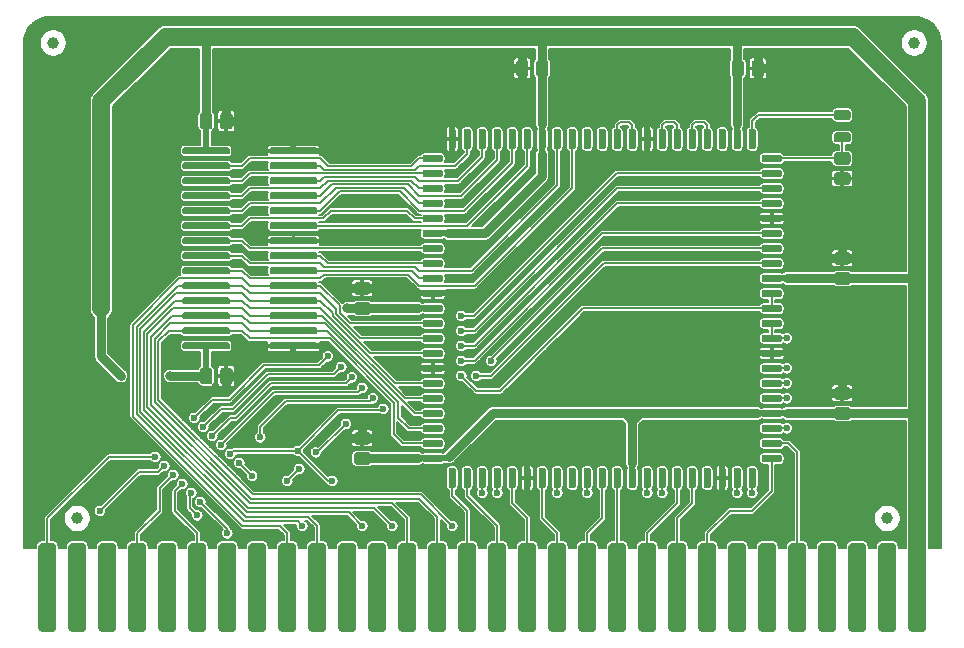
<source format=gtl>
G04 #@! TF.GenerationSoftware,KiCad,Pcbnew,(5.1.2-1)-1*
G04 #@! TF.CreationDate,2019-07-21T13:59:44-04:00*
G04 #@! TF.ProjectId,RAM2E,52414d32-452e-46b6-9963-61645f706362,rev?*
G04 #@! TF.SameCoordinates,Original*
G04 #@! TF.FileFunction,Copper,L1,Top*
G04 #@! TF.FilePolarity,Positive*
%FSLAX46Y46*%
G04 Gerber Fmt 4.6, Leading zero omitted, Abs format (unit mm)*
G04 Created by KiCad (PCBNEW (5.1.2-1)-1) date 2019-07-21 13:59:44*
%MOMM*%
%LPD*%
G04 APERTURE LIST*
%ADD10C,0.100000*%
%ADD11C,1.050000*%
%ADD12C,0.850000*%
%ADD13C,0.600000*%
%ADD14C,1.000000*%
%ADD15C,2.000000*%
%ADD16C,1.524000*%
%ADD17C,0.800000*%
%ADD18C,0.508000*%
%ADD19C,0.762000*%
%ADD20C,1.524000*%
%ADD21C,0.152400*%
G04 APERTURE END LIST*
D10*
G36*
X268433229Y-100236264D02*
G01*
X268458711Y-100240044D01*
X268483700Y-100246303D01*
X268507954Y-100254982D01*
X268531242Y-100265996D01*
X268553337Y-100279239D01*
X268574028Y-100294585D01*
X268593116Y-100311884D01*
X268610415Y-100330972D01*
X268625761Y-100351663D01*
X268639004Y-100373758D01*
X268650018Y-100397046D01*
X268658697Y-100421300D01*
X268664956Y-100446289D01*
X268668736Y-100471771D01*
X268670000Y-100497500D01*
X268670000Y-101022500D01*
X268668736Y-101048229D01*
X268664956Y-101073711D01*
X268658697Y-101098700D01*
X268650018Y-101122954D01*
X268639004Y-101146242D01*
X268625761Y-101168337D01*
X268610415Y-101189028D01*
X268593116Y-101208116D01*
X268574028Y-101225415D01*
X268553337Y-101240761D01*
X268531242Y-101254004D01*
X268507954Y-101265018D01*
X268483700Y-101273697D01*
X268458711Y-101279956D01*
X268433229Y-101283736D01*
X268407500Y-101285000D01*
X267532500Y-101285000D01*
X267506771Y-101283736D01*
X267481289Y-101279956D01*
X267456300Y-101273697D01*
X267432046Y-101265018D01*
X267408758Y-101254004D01*
X267386663Y-101240761D01*
X267365972Y-101225415D01*
X267346884Y-101208116D01*
X267329585Y-101189028D01*
X267314239Y-101168337D01*
X267300996Y-101146242D01*
X267289982Y-101122954D01*
X267281303Y-101098700D01*
X267275044Y-101073711D01*
X267271264Y-101048229D01*
X267270000Y-101022500D01*
X267270000Y-100497500D01*
X267271264Y-100471771D01*
X267275044Y-100446289D01*
X267281303Y-100421300D01*
X267289982Y-100397046D01*
X267300996Y-100373758D01*
X267314239Y-100351663D01*
X267329585Y-100330972D01*
X267346884Y-100311884D01*
X267365972Y-100294585D01*
X267386663Y-100279239D01*
X267408758Y-100265996D01*
X267432046Y-100254982D01*
X267456300Y-100246303D01*
X267481289Y-100240044D01*
X267506771Y-100236264D01*
X267532500Y-100235000D01*
X268407500Y-100235000D01*
X268433229Y-100236264D01*
X268433229Y-100236264D01*
G37*
D11*
X267970000Y-100760000D03*
D10*
G36*
X268433229Y-98536264D02*
G01*
X268458711Y-98540044D01*
X268483700Y-98546303D01*
X268507954Y-98554982D01*
X268531242Y-98565996D01*
X268553337Y-98579239D01*
X268574028Y-98594585D01*
X268593116Y-98611884D01*
X268610415Y-98630972D01*
X268625761Y-98651663D01*
X268639004Y-98673758D01*
X268650018Y-98697046D01*
X268658697Y-98721300D01*
X268664956Y-98746289D01*
X268668736Y-98771771D01*
X268670000Y-98797500D01*
X268670000Y-99322500D01*
X268668736Y-99348229D01*
X268664956Y-99373711D01*
X268658697Y-99398700D01*
X268650018Y-99422954D01*
X268639004Y-99446242D01*
X268625761Y-99468337D01*
X268610415Y-99489028D01*
X268593116Y-99508116D01*
X268574028Y-99525415D01*
X268553337Y-99540761D01*
X268531242Y-99554004D01*
X268507954Y-99565018D01*
X268483700Y-99573697D01*
X268458711Y-99579956D01*
X268433229Y-99583736D01*
X268407500Y-99585000D01*
X267532500Y-99585000D01*
X267506771Y-99583736D01*
X267481289Y-99579956D01*
X267456300Y-99573697D01*
X267432046Y-99565018D01*
X267408758Y-99554004D01*
X267386663Y-99540761D01*
X267365972Y-99525415D01*
X267346884Y-99508116D01*
X267329585Y-99489028D01*
X267314239Y-99468337D01*
X267300996Y-99446242D01*
X267289982Y-99422954D01*
X267281303Y-99398700D01*
X267275044Y-99373711D01*
X267271264Y-99348229D01*
X267270000Y-99322500D01*
X267270000Y-98797500D01*
X267271264Y-98771771D01*
X267275044Y-98746289D01*
X267281303Y-98721300D01*
X267289982Y-98697046D01*
X267300996Y-98673758D01*
X267314239Y-98651663D01*
X267329585Y-98630972D01*
X267346884Y-98611884D01*
X267365972Y-98594585D01*
X267386663Y-98579239D01*
X267408758Y-98565996D01*
X267432046Y-98554982D01*
X267456300Y-98546303D01*
X267481289Y-98540044D01*
X267506771Y-98536264D01*
X267532500Y-98535000D01*
X268407500Y-98535000D01*
X268433229Y-98536264D01*
X268433229Y-98536264D01*
G37*
D11*
X267970000Y-99060000D03*
D10*
G36*
X268478329Y-94958023D02*
G01*
X268498957Y-94961083D01*
X268519185Y-94966150D01*
X268538820Y-94973176D01*
X268557672Y-94982092D01*
X268575559Y-94992813D01*
X268592309Y-95005235D01*
X268607760Y-95019240D01*
X268621765Y-95034691D01*
X268634187Y-95051441D01*
X268644908Y-95069328D01*
X268653824Y-95088180D01*
X268660850Y-95107815D01*
X268665917Y-95128043D01*
X268668977Y-95148671D01*
X268670000Y-95169500D01*
X268670000Y-95594500D01*
X268668977Y-95615329D01*
X268665917Y-95635957D01*
X268660850Y-95656185D01*
X268653824Y-95675820D01*
X268644908Y-95694672D01*
X268634187Y-95712559D01*
X268621765Y-95729309D01*
X268607760Y-95744760D01*
X268592309Y-95758765D01*
X268575559Y-95771187D01*
X268557672Y-95781908D01*
X268538820Y-95790824D01*
X268519185Y-95797850D01*
X268498957Y-95802917D01*
X268478329Y-95805977D01*
X268457500Y-95807000D01*
X267482500Y-95807000D01*
X267461671Y-95805977D01*
X267441043Y-95802917D01*
X267420815Y-95797850D01*
X267401180Y-95790824D01*
X267382328Y-95781908D01*
X267364441Y-95771187D01*
X267347691Y-95758765D01*
X267332240Y-95744760D01*
X267318235Y-95729309D01*
X267305813Y-95712559D01*
X267295092Y-95694672D01*
X267286176Y-95675820D01*
X267279150Y-95656185D01*
X267274083Y-95635957D01*
X267271023Y-95615329D01*
X267270000Y-95594500D01*
X267270000Y-95169500D01*
X267271023Y-95148671D01*
X267274083Y-95128043D01*
X267279150Y-95107815D01*
X267286176Y-95088180D01*
X267295092Y-95069328D01*
X267305813Y-95051441D01*
X267318235Y-95034691D01*
X267332240Y-95019240D01*
X267347691Y-95005235D01*
X267364441Y-94992813D01*
X267382328Y-94982092D01*
X267401180Y-94973176D01*
X267420815Y-94966150D01*
X267441043Y-94961083D01*
X267461671Y-94958023D01*
X267482500Y-94957000D01*
X268457500Y-94957000D01*
X268478329Y-94958023D01*
X268478329Y-94958023D01*
G37*
D12*
X267970000Y-95382000D03*
D10*
G36*
X268478329Y-96858023D02*
G01*
X268498957Y-96861083D01*
X268519185Y-96866150D01*
X268538820Y-96873176D01*
X268557672Y-96882092D01*
X268575559Y-96892813D01*
X268592309Y-96905235D01*
X268607760Y-96919240D01*
X268621765Y-96934691D01*
X268634187Y-96951441D01*
X268644908Y-96969328D01*
X268653824Y-96988180D01*
X268660850Y-97007815D01*
X268665917Y-97028043D01*
X268668977Y-97048671D01*
X268670000Y-97069500D01*
X268670000Y-97494500D01*
X268668977Y-97515329D01*
X268665917Y-97535957D01*
X268660850Y-97556185D01*
X268653824Y-97575820D01*
X268644908Y-97594672D01*
X268634187Y-97612559D01*
X268621765Y-97629309D01*
X268607760Y-97644760D01*
X268592309Y-97658765D01*
X268575559Y-97671187D01*
X268557672Y-97681908D01*
X268538820Y-97690824D01*
X268519185Y-97697850D01*
X268498957Y-97702917D01*
X268478329Y-97705977D01*
X268457500Y-97707000D01*
X267482500Y-97707000D01*
X267461671Y-97705977D01*
X267441043Y-97702917D01*
X267420815Y-97697850D01*
X267401180Y-97690824D01*
X267382328Y-97681908D01*
X267364441Y-97671187D01*
X267347691Y-97658765D01*
X267332240Y-97644760D01*
X267318235Y-97629309D01*
X267305813Y-97612559D01*
X267295092Y-97594672D01*
X267286176Y-97575820D01*
X267279150Y-97556185D01*
X267274083Y-97535957D01*
X267271023Y-97515329D01*
X267270000Y-97494500D01*
X267270000Y-97069500D01*
X267271023Y-97048671D01*
X267274083Y-97028043D01*
X267279150Y-97007815D01*
X267286176Y-96988180D01*
X267295092Y-96969328D01*
X267305813Y-96951441D01*
X267318235Y-96934691D01*
X267332240Y-96919240D01*
X267347691Y-96905235D01*
X267364441Y-96892813D01*
X267382328Y-96882092D01*
X267401180Y-96873176D01*
X267420815Y-96866150D01*
X267441043Y-96861083D01*
X267461671Y-96858023D01*
X267482500Y-96857000D01*
X268457500Y-96857000D01*
X268478329Y-96858023D01*
X268478329Y-96858023D01*
G37*
D12*
X267970000Y-97282000D03*
D10*
G36*
X262714703Y-112730722D02*
G01*
X262729264Y-112732882D01*
X262743543Y-112736459D01*
X262757403Y-112741418D01*
X262770710Y-112747712D01*
X262783336Y-112755280D01*
X262795159Y-112764048D01*
X262806066Y-112773934D01*
X262815952Y-112784841D01*
X262824720Y-112796664D01*
X262832288Y-112809290D01*
X262838582Y-112822597D01*
X262843541Y-112836457D01*
X262847118Y-112850736D01*
X262849278Y-112865297D01*
X262850000Y-112880000D01*
X262850000Y-113180000D01*
X262849278Y-113194703D01*
X262847118Y-113209264D01*
X262843541Y-113223543D01*
X262838582Y-113237403D01*
X262832288Y-113250710D01*
X262824720Y-113263336D01*
X262815952Y-113275159D01*
X262806066Y-113286066D01*
X262795159Y-113295952D01*
X262783336Y-113304720D01*
X262770710Y-113312288D01*
X262757403Y-113318582D01*
X262743543Y-113323541D01*
X262729264Y-113327118D01*
X262714703Y-113329278D01*
X262700000Y-113330000D01*
X261300000Y-113330000D01*
X261285297Y-113329278D01*
X261270736Y-113327118D01*
X261256457Y-113323541D01*
X261242597Y-113318582D01*
X261229290Y-113312288D01*
X261216664Y-113304720D01*
X261204841Y-113295952D01*
X261193934Y-113286066D01*
X261184048Y-113275159D01*
X261175280Y-113263336D01*
X261167712Y-113250710D01*
X261161418Y-113237403D01*
X261156459Y-113223543D01*
X261152882Y-113209264D01*
X261150722Y-113194703D01*
X261150000Y-113180000D01*
X261150000Y-112880000D01*
X261150722Y-112865297D01*
X261152882Y-112850736D01*
X261156459Y-112836457D01*
X261161418Y-112822597D01*
X261167712Y-112809290D01*
X261175280Y-112796664D01*
X261184048Y-112784841D01*
X261193934Y-112773934D01*
X261204841Y-112764048D01*
X261216664Y-112755280D01*
X261229290Y-112747712D01*
X261242597Y-112741418D01*
X261256457Y-112736459D01*
X261270736Y-112732882D01*
X261285297Y-112730722D01*
X261300000Y-112730000D01*
X262700000Y-112730000D01*
X262714703Y-112730722D01*
X262714703Y-112730722D01*
G37*
D13*
X262000000Y-113030000D03*
D10*
G36*
X262714703Y-114000722D02*
G01*
X262729264Y-114002882D01*
X262743543Y-114006459D01*
X262757403Y-114011418D01*
X262770710Y-114017712D01*
X262783336Y-114025280D01*
X262795159Y-114034048D01*
X262806066Y-114043934D01*
X262815952Y-114054841D01*
X262824720Y-114066664D01*
X262832288Y-114079290D01*
X262838582Y-114092597D01*
X262843541Y-114106457D01*
X262847118Y-114120736D01*
X262849278Y-114135297D01*
X262850000Y-114150000D01*
X262850000Y-114450000D01*
X262849278Y-114464703D01*
X262847118Y-114479264D01*
X262843541Y-114493543D01*
X262838582Y-114507403D01*
X262832288Y-114520710D01*
X262824720Y-114533336D01*
X262815952Y-114545159D01*
X262806066Y-114556066D01*
X262795159Y-114565952D01*
X262783336Y-114574720D01*
X262770710Y-114582288D01*
X262757403Y-114588582D01*
X262743543Y-114593541D01*
X262729264Y-114597118D01*
X262714703Y-114599278D01*
X262700000Y-114600000D01*
X261300000Y-114600000D01*
X261285297Y-114599278D01*
X261270736Y-114597118D01*
X261256457Y-114593541D01*
X261242597Y-114588582D01*
X261229290Y-114582288D01*
X261216664Y-114574720D01*
X261204841Y-114565952D01*
X261193934Y-114556066D01*
X261184048Y-114545159D01*
X261175280Y-114533336D01*
X261167712Y-114520710D01*
X261161418Y-114507403D01*
X261156459Y-114493543D01*
X261152882Y-114479264D01*
X261150722Y-114464703D01*
X261150000Y-114450000D01*
X261150000Y-114150000D01*
X261150722Y-114135297D01*
X261152882Y-114120736D01*
X261156459Y-114106457D01*
X261161418Y-114092597D01*
X261167712Y-114079290D01*
X261175280Y-114066664D01*
X261184048Y-114054841D01*
X261193934Y-114043934D01*
X261204841Y-114034048D01*
X261216664Y-114025280D01*
X261229290Y-114017712D01*
X261242597Y-114011418D01*
X261256457Y-114006459D01*
X261270736Y-114002882D01*
X261285297Y-114000722D01*
X261300000Y-114000000D01*
X262700000Y-114000000D01*
X262714703Y-114000722D01*
X262714703Y-114000722D01*
G37*
D13*
X262000000Y-114300000D03*
D10*
G36*
X262714703Y-115270722D02*
G01*
X262729264Y-115272882D01*
X262743543Y-115276459D01*
X262757403Y-115281418D01*
X262770710Y-115287712D01*
X262783336Y-115295280D01*
X262795159Y-115304048D01*
X262806066Y-115313934D01*
X262815952Y-115324841D01*
X262824720Y-115336664D01*
X262832288Y-115349290D01*
X262838582Y-115362597D01*
X262843541Y-115376457D01*
X262847118Y-115390736D01*
X262849278Y-115405297D01*
X262850000Y-115420000D01*
X262850000Y-115720000D01*
X262849278Y-115734703D01*
X262847118Y-115749264D01*
X262843541Y-115763543D01*
X262838582Y-115777403D01*
X262832288Y-115790710D01*
X262824720Y-115803336D01*
X262815952Y-115815159D01*
X262806066Y-115826066D01*
X262795159Y-115835952D01*
X262783336Y-115844720D01*
X262770710Y-115852288D01*
X262757403Y-115858582D01*
X262743543Y-115863541D01*
X262729264Y-115867118D01*
X262714703Y-115869278D01*
X262700000Y-115870000D01*
X261300000Y-115870000D01*
X261285297Y-115869278D01*
X261270736Y-115867118D01*
X261256457Y-115863541D01*
X261242597Y-115858582D01*
X261229290Y-115852288D01*
X261216664Y-115844720D01*
X261204841Y-115835952D01*
X261193934Y-115826066D01*
X261184048Y-115815159D01*
X261175280Y-115803336D01*
X261167712Y-115790710D01*
X261161418Y-115777403D01*
X261156459Y-115763543D01*
X261152882Y-115749264D01*
X261150722Y-115734703D01*
X261150000Y-115720000D01*
X261150000Y-115420000D01*
X261150722Y-115405297D01*
X261152882Y-115390736D01*
X261156459Y-115376457D01*
X261161418Y-115362597D01*
X261167712Y-115349290D01*
X261175280Y-115336664D01*
X261184048Y-115324841D01*
X261193934Y-115313934D01*
X261204841Y-115304048D01*
X261216664Y-115295280D01*
X261229290Y-115287712D01*
X261242597Y-115281418D01*
X261256457Y-115276459D01*
X261270736Y-115272882D01*
X261285297Y-115270722D01*
X261300000Y-115270000D01*
X262700000Y-115270000D01*
X262714703Y-115270722D01*
X262714703Y-115270722D01*
G37*
D13*
X262000000Y-115570000D03*
D10*
G36*
X262714703Y-116540722D02*
G01*
X262729264Y-116542882D01*
X262743543Y-116546459D01*
X262757403Y-116551418D01*
X262770710Y-116557712D01*
X262783336Y-116565280D01*
X262795159Y-116574048D01*
X262806066Y-116583934D01*
X262815952Y-116594841D01*
X262824720Y-116606664D01*
X262832288Y-116619290D01*
X262838582Y-116632597D01*
X262843541Y-116646457D01*
X262847118Y-116660736D01*
X262849278Y-116675297D01*
X262850000Y-116690000D01*
X262850000Y-116990000D01*
X262849278Y-117004703D01*
X262847118Y-117019264D01*
X262843541Y-117033543D01*
X262838582Y-117047403D01*
X262832288Y-117060710D01*
X262824720Y-117073336D01*
X262815952Y-117085159D01*
X262806066Y-117096066D01*
X262795159Y-117105952D01*
X262783336Y-117114720D01*
X262770710Y-117122288D01*
X262757403Y-117128582D01*
X262743543Y-117133541D01*
X262729264Y-117137118D01*
X262714703Y-117139278D01*
X262700000Y-117140000D01*
X261300000Y-117140000D01*
X261285297Y-117139278D01*
X261270736Y-117137118D01*
X261256457Y-117133541D01*
X261242597Y-117128582D01*
X261229290Y-117122288D01*
X261216664Y-117114720D01*
X261204841Y-117105952D01*
X261193934Y-117096066D01*
X261184048Y-117085159D01*
X261175280Y-117073336D01*
X261167712Y-117060710D01*
X261161418Y-117047403D01*
X261156459Y-117033543D01*
X261152882Y-117019264D01*
X261150722Y-117004703D01*
X261150000Y-116990000D01*
X261150000Y-116690000D01*
X261150722Y-116675297D01*
X261152882Y-116660736D01*
X261156459Y-116646457D01*
X261161418Y-116632597D01*
X261167712Y-116619290D01*
X261175280Y-116606664D01*
X261184048Y-116594841D01*
X261193934Y-116583934D01*
X261204841Y-116574048D01*
X261216664Y-116565280D01*
X261229290Y-116557712D01*
X261242597Y-116551418D01*
X261256457Y-116546459D01*
X261270736Y-116542882D01*
X261285297Y-116540722D01*
X261300000Y-116540000D01*
X262700000Y-116540000D01*
X262714703Y-116540722D01*
X262714703Y-116540722D01*
G37*
D13*
X262000000Y-116840000D03*
D10*
G36*
X262714703Y-117810722D02*
G01*
X262729264Y-117812882D01*
X262743543Y-117816459D01*
X262757403Y-117821418D01*
X262770710Y-117827712D01*
X262783336Y-117835280D01*
X262795159Y-117844048D01*
X262806066Y-117853934D01*
X262815952Y-117864841D01*
X262824720Y-117876664D01*
X262832288Y-117889290D01*
X262838582Y-117902597D01*
X262843541Y-117916457D01*
X262847118Y-117930736D01*
X262849278Y-117945297D01*
X262850000Y-117960000D01*
X262850000Y-118260000D01*
X262849278Y-118274703D01*
X262847118Y-118289264D01*
X262843541Y-118303543D01*
X262838582Y-118317403D01*
X262832288Y-118330710D01*
X262824720Y-118343336D01*
X262815952Y-118355159D01*
X262806066Y-118366066D01*
X262795159Y-118375952D01*
X262783336Y-118384720D01*
X262770710Y-118392288D01*
X262757403Y-118398582D01*
X262743543Y-118403541D01*
X262729264Y-118407118D01*
X262714703Y-118409278D01*
X262700000Y-118410000D01*
X261300000Y-118410000D01*
X261285297Y-118409278D01*
X261270736Y-118407118D01*
X261256457Y-118403541D01*
X261242597Y-118398582D01*
X261229290Y-118392288D01*
X261216664Y-118384720D01*
X261204841Y-118375952D01*
X261193934Y-118366066D01*
X261184048Y-118355159D01*
X261175280Y-118343336D01*
X261167712Y-118330710D01*
X261161418Y-118317403D01*
X261156459Y-118303543D01*
X261152882Y-118289264D01*
X261150722Y-118274703D01*
X261150000Y-118260000D01*
X261150000Y-117960000D01*
X261150722Y-117945297D01*
X261152882Y-117930736D01*
X261156459Y-117916457D01*
X261161418Y-117902597D01*
X261167712Y-117889290D01*
X261175280Y-117876664D01*
X261184048Y-117864841D01*
X261193934Y-117853934D01*
X261204841Y-117844048D01*
X261216664Y-117835280D01*
X261229290Y-117827712D01*
X261242597Y-117821418D01*
X261256457Y-117816459D01*
X261270736Y-117812882D01*
X261285297Y-117810722D01*
X261300000Y-117810000D01*
X262700000Y-117810000D01*
X262714703Y-117810722D01*
X262714703Y-117810722D01*
G37*
D13*
X262000000Y-118110000D03*
D10*
G36*
X262714703Y-119080722D02*
G01*
X262729264Y-119082882D01*
X262743543Y-119086459D01*
X262757403Y-119091418D01*
X262770710Y-119097712D01*
X262783336Y-119105280D01*
X262795159Y-119114048D01*
X262806066Y-119123934D01*
X262815952Y-119134841D01*
X262824720Y-119146664D01*
X262832288Y-119159290D01*
X262838582Y-119172597D01*
X262843541Y-119186457D01*
X262847118Y-119200736D01*
X262849278Y-119215297D01*
X262850000Y-119230000D01*
X262850000Y-119530000D01*
X262849278Y-119544703D01*
X262847118Y-119559264D01*
X262843541Y-119573543D01*
X262838582Y-119587403D01*
X262832288Y-119600710D01*
X262824720Y-119613336D01*
X262815952Y-119625159D01*
X262806066Y-119636066D01*
X262795159Y-119645952D01*
X262783336Y-119654720D01*
X262770710Y-119662288D01*
X262757403Y-119668582D01*
X262743543Y-119673541D01*
X262729264Y-119677118D01*
X262714703Y-119679278D01*
X262700000Y-119680000D01*
X261300000Y-119680000D01*
X261285297Y-119679278D01*
X261270736Y-119677118D01*
X261256457Y-119673541D01*
X261242597Y-119668582D01*
X261229290Y-119662288D01*
X261216664Y-119654720D01*
X261204841Y-119645952D01*
X261193934Y-119636066D01*
X261184048Y-119625159D01*
X261175280Y-119613336D01*
X261167712Y-119600710D01*
X261161418Y-119587403D01*
X261156459Y-119573543D01*
X261152882Y-119559264D01*
X261150722Y-119544703D01*
X261150000Y-119530000D01*
X261150000Y-119230000D01*
X261150722Y-119215297D01*
X261152882Y-119200736D01*
X261156459Y-119186457D01*
X261161418Y-119172597D01*
X261167712Y-119159290D01*
X261175280Y-119146664D01*
X261184048Y-119134841D01*
X261193934Y-119123934D01*
X261204841Y-119114048D01*
X261216664Y-119105280D01*
X261229290Y-119097712D01*
X261242597Y-119091418D01*
X261256457Y-119086459D01*
X261270736Y-119082882D01*
X261285297Y-119080722D01*
X261300000Y-119080000D01*
X262700000Y-119080000D01*
X262714703Y-119080722D01*
X262714703Y-119080722D01*
G37*
D13*
X262000000Y-119380000D03*
D10*
G36*
X262714703Y-120350722D02*
G01*
X262729264Y-120352882D01*
X262743543Y-120356459D01*
X262757403Y-120361418D01*
X262770710Y-120367712D01*
X262783336Y-120375280D01*
X262795159Y-120384048D01*
X262806066Y-120393934D01*
X262815952Y-120404841D01*
X262824720Y-120416664D01*
X262832288Y-120429290D01*
X262838582Y-120442597D01*
X262843541Y-120456457D01*
X262847118Y-120470736D01*
X262849278Y-120485297D01*
X262850000Y-120500000D01*
X262850000Y-120800000D01*
X262849278Y-120814703D01*
X262847118Y-120829264D01*
X262843541Y-120843543D01*
X262838582Y-120857403D01*
X262832288Y-120870710D01*
X262824720Y-120883336D01*
X262815952Y-120895159D01*
X262806066Y-120906066D01*
X262795159Y-120915952D01*
X262783336Y-120924720D01*
X262770710Y-120932288D01*
X262757403Y-120938582D01*
X262743543Y-120943541D01*
X262729264Y-120947118D01*
X262714703Y-120949278D01*
X262700000Y-120950000D01*
X261300000Y-120950000D01*
X261285297Y-120949278D01*
X261270736Y-120947118D01*
X261256457Y-120943541D01*
X261242597Y-120938582D01*
X261229290Y-120932288D01*
X261216664Y-120924720D01*
X261204841Y-120915952D01*
X261193934Y-120906066D01*
X261184048Y-120895159D01*
X261175280Y-120883336D01*
X261167712Y-120870710D01*
X261161418Y-120857403D01*
X261156459Y-120843543D01*
X261152882Y-120829264D01*
X261150722Y-120814703D01*
X261150000Y-120800000D01*
X261150000Y-120500000D01*
X261150722Y-120485297D01*
X261152882Y-120470736D01*
X261156459Y-120456457D01*
X261161418Y-120442597D01*
X261167712Y-120429290D01*
X261175280Y-120416664D01*
X261184048Y-120404841D01*
X261193934Y-120393934D01*
X261204841Y-120384048D01*
X261216664Y-120375280D01*
X261229290Y-120367712D01*
X261242597Y-120361418D01*
X261256457Y-120356459D01*
X261270736Y-120352882D01*
X261285297Y-120350722D01*
X261300000Y-120350000D01*
X262700000Y-120350000D01*
X262714703Y-120350722D01*
X262714703Y-120350722D01*
G37*
D13*
X262000000Y-120650000D03*
D10*
G36*
X262714703Y-121620722D02*
G01*
X262729264Y-121622882D01*
X262743543Y-121626459D01*
X262757403Y-121631418D01*
X262770710Y-121637712D01*
X262783336Y-121645280D01*
X262795159Y-121654048D01*
X262806066Y-121663934D01*
X262815952Y-121674841D01*
X262824720Y-121686664D01*
X262832288Y-121699290D01*
X262838582Y-121712597D01*
X262843541Y-121726457D01*
X262847118Y-121740736D01*
X262849278Y-121755297D01*
X262850000Y-121770000D01*
X262850000Y-122070000D01*
X262849278Y-122084703D01*
X262847118Y-122099264D01*
X262843541Y-122113543D01*
X262838582Y-122127403D01*
X262832288Y-122140710D01*
X262824720Y-122153336D01*
X262815952Y-122165159D01*
X262806066Y-122176066D01*
X262795159Y-122185952D01*
X262783336Y-122194720D01*
X262770710Y-122202288D01*
X262757403Y-122208582D01*
X262743543Y-122213541D01*
X262729264Y-122217118D01*
X262714703Y-122219278D01*
X262700000Y-122220000D01*
X261300000Y-122220000D01*
X261285297Y-122219278D01*
X261270736Y-122217118D01*
X261256457Y-122213541D01*
X261242597Y-122208582D01*
X261229290Y-122202288D01*
X261216664Y-122194720D01*
X261204841Y-122185952D01*
X261193934Y-122176066D01*
X261184048Y-122165159D01*
X261175280Y-122153336D01*
X261167712Y-122140710D01*
X261161418Y-122127403D01*
X261156459Y-122113543D01*
X261152882Y-122099264D01*
X261150722Y-122084703D01*
X261150000Y-122070000D01*
X261150000Y-121770000D01*
X261150722Y-121755297D01*
X261152882Y-121740736D01*
X261156459Y-121726457D01*
X261161418Y-121712597D01*
X261167712Y-121699290D01*
X261175280Y-121686664D01*
X261184048Y-121674841D01*
X261193934Y-121663934D01*
X261204841Y-121654048D01*
X261216664Y-121645280D01*
X261229290Y-121637712D01*
X261242597Y-121631418D01*
X261256457Y-121626459D01*
X261270736Y-121622882D01*
X261285297Y-121620722D01*
X261300000Y-121620000D01*
X262700000Y-121620000D01*
X262714703Y-121620722D01*
X262714703Y-121620722D01*
G37*
D13*
X262000000Y-121920000D03*
D10*
G36*
X262714703Y-122890722D02*
G01*
X262729264Y-122892882D01*
X262743543Y-122896459D01*
X262757403Y-122901418D01*
X262770710Y-122907712D01*
X262783336Y-122915280D01*
X262795159Y-122924048D01*
X262806066Y-122933934D01*
X262815952Y-122944841D01*
X262824720Y-122956664D01*
X262832288Y-122969290D01*
X262838582Y-122982597D01*
X262843541Y-122996457D01*
X262847118Y-123010736D01*
X262849278Y-123025297D01*
X262850000Y-123040000D01*
X262850000Y-123340000D01*
X262849278Y-123354703D01*
X262847118Y-123369264D01*
X262843541Y-123383543D01*
X262838582Y-123397403D01*
X262832288Y-123410710D01*
X262824720Y-123423336D01*
X262815952Y-123435159D01*
X262806066Y-123446066D01*
X262795159Y-123455952D01*
X262783336Y-123464720D01*
X262770710Y-123472288D01*
X262757403Y-123478582D01*
X262743543Y-123483541D01*
X262729264Y-123487118D01*
X262714703Y-123489278D01*
X262700000Y-123490000D01*
X261300000Y-123490000D01*
X261285297Y-123489278D01*
X261270736Y-123487118D01*
X261256457Y-123483541D01*
X261242597Y-123478582D01*
X261229290Y-123472288D01*
X261216664Y-123464720D01*
X261204841Y-123455952D01*
X261193934Y-123446066D01*
X261184048Y-123435159D01*
X261175280Y-123423336D01*
X261167712Y-123410710D01*
X261161418Y-123397403D01*
X261156459Y-123383543D01*
X261152882Y-123369264D01*
X261150722Y-123354703D01*
X261150000Y-123340000D01*
X261150000Y-123040000D01*
X261150722Y-123025297D01*
X261152882Y-123010736D01*
X261156459Y-122996457D01*
X261161418Y-122982597D01*
X261167712Y-122969290D01*
X261175280Y-122956664D01*
X261184048Y-122944841D01*
X261193934Y-122933934D01*
X261204841Y-122924048D01*
X261216664Y-122915280D01*
X261229290Y-122907712D01*
X261242597Y-122901418D01*
X261256457Y-122896459D01*
X261270736Y-122892882D01*
X261285297Y-122890722D01*
X261300000Y-122890000D01*
X262700000Y-122890000D01*
X262714703Y-122890722D01*
X262714703Y-122890722D01*
G37*
D13*
X262000000Y-123190000D03*
D10*
G36*
X262714703Y-124160722D02*
G01*
X262729264Y-124162882D01*
X262743543Y-124166459D01*
X262757403Y-124171418D01*
X262770710Y-124177712D01*
X262783336Y-124185280D01*
X262795159Y-124194048D01*
X262806066Y-124203934D01*
X262815952Y-124214841D01*
X262824720Y-124226664D01*
X262832288Y-124239290D01*
X262838582Y-124252597D01*
X262843541Y-124266457D01*
X262847118Y-124280736D01*
X262849278Y-124295297D01*
X262850000Y-124310000D01*
X262850000Y-124610000D01*
X262849278Y-124624703D01*
X262847118Y-124639264D01*
X262843541Y-124653543D01*
X262838582Y-124667403D01*
X262832288Y-124680710D01*
X262824720Y-124693336D01*
X262815952Y-124705159D01*
X262806066Y-124716066D01*
X262795159Y-124725952D01*
X262783336Y-124734720D01*
X262770710Y-124742288D01*
X262757403Y-124748582D01*
X262743543Y-124753541D01*
X262729264Y-124757118D01*
X262714703Y-124759278D01*
X262700000Y-124760000D01*
X261300000Y-124760000D01*
X261285297Y-124759278D01*
X261270736Y-124757118D01*
X261256457Y-124753541D01*
X261242597Y-124748582D01*
X261229290Y-124742288D01*
X261216664Y-124734720D01*
X261204841Y-124725952D01*
X261193934Y-124716066D01*
X261184048Y-124705159D01*
X261175280Y-124693336D01*
X261167712Y-124680710D01*
X261161418Y-124667403D01*
X261156459Y-124653543D01*
X261152882Y-124639264D01*
X261150722Y-124624703D01*
X261150000Y-124610000D01*
X261150000Y-124310000D01*
X261150722Y-124295297D01*
X261152882Y-124280736D01*
X261156459Y-124266457D01*
X261161418Y-124252597D01*
X261167712Y-124239290D01*
X261175280Y-124226664D01*
X261184048Y-124214841D01*
X261193934Y-124203934D01*
X261204841Y-124194048D01*
X261216664Y-124185280D01*
X261229290Y-124177712D01*
X261242597Y-124171418D01*
X261256457Y-124166459D01*
X261270736Y-124162882D01*
X261285297Y-124160722D01*
X261300000Y-124160000D01*
X262700000Y-124160000D01*
X262714703Y-124160722D01*
X262714703Y-124160722D01*
G37*
D13*
X262000000Y-124460000D03*
D10*
G36*
X260514703Y-125260722D02*
G01*
X260529264Y-125262882D01*
X260543543Y-125266459D01*
X260557403Y-125271418D01*
X260570710Y-125277712D01*
X260583336Y-125285280D01*
X260595159Y-125294048D01*
X260606066Y-125303934D01*
X260615952Y-125314841D01*
X260624720Y-125326664D01*
X260632288Y-125339290D01*
X260638582Y-125352597D01*
X260643541Y-125366457D01*
X260647118Y-125380736D01*
X260649278Y-125395297D01*
X260650000Y-125410000D01*
X260650000Y-126810000D01*
X260649278Y-126824703D01*
X260647118Y-126839264D01*
X260643541Y-126853543D01*
X260638582Y-126867403D01*
X260632288Y-126880710D01*
X260624720Y-126893336D01*
X260615952Y-126905159D01*
X260606066Y-126916066D01*
X260595159Y-126925952D01*
X260583336Y-126934720D01*
X260570710Y-126942288D01*
X260557403Y-126948582D01*
X260543543Y-126953541D01*
X260529264Y-126957118D01*
X260514703Y-126959278D01*
X260500000Y-126960000D01*
X260200000Y-126960000D01*
X260185297Y-126959278D01*
X260170736Y-126957118D01*
X260156457Y-126953541D01*
X260142597Y-126948582D01*
X260129290Y-126942288D01*
X260116664Y-126934720D01*
X260104841Y-126925952D01*
X260093934Y-126916066D01*
X260084048Y-126905159D01*
X260075280Y-126893336D01*
X260067712Y-126880710D01*
X260061418Y-126867403D01*
X260056459Y-126853543D01*
X260052882Y-126839264D01*
X260050722Y-126824703D01*
X260050000Y-126810000D01*
X260050000Y-125410000D01*
X260050722Y-125395297D01*
X260052882Y-125380736D01*
X260056459Y-125366457D01*
X260061418Y-125352597D01*
X260067712Y-125339290D01*
X260075280Y-125326664D01*
X260084048Y-125314841D01*
X260093934Y-125303934D01*
X260104841Y-125294048D01*
X260116664Y-125285280D01*
X260129290Y-125277712D01*
X260142597Y-125271418D01*
X260156457Y-125266459D01*
X260170736Y-125262882D01*
X260185297Y-125260722D01*
X260200000Y-125260000D01*
X260500000Y-125260000D01*
X260514703Y-125260722D01*
X260514703Y-125260722D01*
G37*
D13*
X260350000Y-126110000D03*
D10*
G36*
X259244703Y-125260722D02*
G01*
X259259264Y-125262882D01*
X259273543Y-125266459D01*
X259287403Y-125271418D01*
X259300710Y-125277712D01*
X259313336Y-125285280D01*
X259325159Y-125294048D01*
X259336066Y-125303934D01*
X259345952Y-125314841D01*
X259354720Y-125326664D01*
X259362288Y-125339290D01*
X259368582Y-125352597D01*
X259373541Y-125366457D01*
X259377118Y-125380736D01*
X259379278Y-125395297D01*
X259380000Y-125410000D01*
X259380000Y-126810000D01*
X259379278Y-126824703D01*
X259377118Y-126839264D01*
X259373541Y-126853543D01*
X259368582Y-126867403D01*
X259362288Y-126880710D01*
X259354720Y-126893336D01*
X259345952Y-126905159D01*
X259336066Y-126916066D01*
X259325159Y-126925952D01*
X259313336Y-126934720D01*
X259300710Y-126942288D01*
X259287403Y-126948582D01*
X259273543Y-126953541D01*
X259259264Y-126957118D01*
X259244703Y-126959278D01*
X259230000Y-126960000D01*
X258930000Y-126960000D01*
X258915297Y-126959278D01*
X258900736Y-126957118D01*
X258886457Y-126953541D01*
X258872597Y-126948582D01*
X258859290Y-126942288D01*
X258846664Y-126934720D01*
X258834841Y-126925952D01*
X258823934Y-126916066D01*
X258814048Y-126905159D01*
X258805280Y-126893336D01*
X258797712Y-126880710D01*
X258791418Y-126867403D01*
X258786459Y-126853543D01*
X258782882Y-126839264D01*
X258780722Y-126824703D01*
X258780000Y-126810000D01*
X258780000Y-125410000D01*
X258780722Y-125395297D01*
X258782882Y-125380736D01*
X258786459Y-125366457D01*
X258791418Y-125352597D01*
X258797712Y-125339290D01*
X258805280Y-125326664D01*
X258814048Y-125314841D01*
X258823934Y-125303934D01*
X258834841Y-125294048D01*
X258846664Y-125285280D01*
X258859290Y-125277712D01*
X258872597Y-125271418D01*
X258886457Y-125266459D01*
X258900736Y-125262882D01*
X258915297Y-125260722D01*
X258930000Y-125260000D01*
X259230000Y-125260000D01*
X259244703Y-125260722D01*
X259244703Y-125260722D01*
G37*
D13*
X259080000Y-126110000D03*
D10*
G36*
X257974703Y-125260722D02*
G01*
X257989264Y-125262882D01*
X258003543Y-125266459D01*
X258017403Y-125271418D01*
X258030710Y-125277712D01*
X258043336Y-125285280D01*
X258055159Y-125294048D01*
X258066066Y-125303934D01*
X258075952Y-125314841D01*
X258084720Y-125326664D01*
X258092288Y-125339290D01*
X258098582Y-125352597D01*
X258103541Y-125366457D01*
X258107118Y-125380736D01*
X258109278Y-125395297D01*
X258110000Y-125410000D01*
X258110000Y-126810000D01*
X258109278Y-126824703D01*
X258107118Y-126839264D01*
X258103541Y-126853543D01*
X258098582Y-126867403D01*
X258092288Y-126880710D01*
X258084720Y-126893336D01*
X258075952Y-126905159D01*
X258066066Y-126916066D01*
X258055159Y-126925952D01*
X258043336Y-126934720D01*
X258030710Y-126942288D01*
X258017403Y-126948582D01*
X258003543Y-126953541D01*
X257989264Y-126957118D01*
X257974703Y-126959278D01*
X257960000Y-126960000D01*
X257660000Y-126960000D01*
X257645297Y-126959278D01*
X257630736Y-126957118D01*
X257616457Y-126953541D01*
X257602597Y-126948582D01*
X257589290Y-126942288D01*
X257576664Y-126934720D01*
X257564841Y-126925952D01*
X257553934Y-126916066D01*
X257544048Y-126905159D01*
X257535280Y-126893336D01*
X257527712Y-126880710D01*
X257521418Y-126867403D01*
X257516459Y-126853543D01*
X257512882Y-126839264D01*
X257510722Y-126824703D01*
X257510000Y-126810000D01*
X257510000Y-125410000D01*
X257510722Y-125395297D01*
X257512882Y-125380736D01*
X257516459Y-125366457D01*
X257521418Y-125352597D01*
X257527712Y-125339290D01*
X257535280Y-125326664D01*
X257544048Y-125314841D01*
X257553934Y-125303934D01*
X257564841Y-125294048D01*
X257576664Y-125285280D01*
X257589290Y-125277712D01*
X257602597Y-125271418D01*
X257616457Y-125266459D01*
X257630736Y-125262882D01*
X257645297Y-125260722D01*
X257660000Y-125260000D01*
X257960000Y-125260000D01*
X257974703Y-125260722D01*
X257974703Y-125260722D01*
G37*
D13*
X257810000Y-126110000D03*
D10*
G36*
X256704703Y-125260722D02*
G01*
X256719264Y-125262882D01*
X256733543Y-125266459D01*
X256747403Y-125271418D01*
X256760710Y-125277712D01*
X256773336Y-125285280D01*
X256785159Y-125294048D01*
X256796066Y-125303934D01*
X256805952Y-125314841D01*
X256814720Y-125326664D01*
X256822288Y-125339290D01*
X256828582Y-125352597D01*
X256833541Y-125366457D01*
X256837118Y-125380736D01*
X256839278Y-125395297D01*
X256840000Y-125410000D01*
X256840000Y-126810000D01*
X256839278Y-126824703D01*
X256837118Y-126839264D01*
X256833541Y-126853543D01*
X256828582Y-126867403D01*
X256822288Y-126880710D01*
X256814720Y-126893336D01*
X256805952Y-126905159D01*
X256796066Y-126916066D01*
X256785159Y-126925952D01*
X256773336Y-126934720D01*
X256760710Y-126942288D01*
X256747403Y-126948582D01*
X256733543Y-126953541D01*
X256719264Y-126957118D01*
X256704703Y-126959278D01*
X256690000Y-126960000D01*
X256390000Y-126960000D01*
X256375297Y-126959278D01*
X256360736Y-126957118D01*
X256346457Y-126953541D01*
X256332597Y-126948582D01*
X256319290Y-126942288D01*
X256306664Y-126934720D01*
X256294841Y-126925952D01*
X256283934Y-126916066D01*
X256274048Y-126905159D01*
X256265280Y-126893336D01*
X256257712Y-126880710D01*
X256251418Y-126867403D01*
X256246459Y-126853543D01*
X256242882Y-126839264D01*
X256240722Y-126824703D01*
X256240000Y-126810000D01*
X256240000Y-125410000D01*
X256240722Y-125395297D01*
X256242882Y-125380736D01*
X256246459Y-125366457D01*
X256251418Y-125352597D01*
X256257712Y-125339290D01*
X256265280Y-125326664D01*
X256274048Y-125314841D01*
X256283934Y-125303934D01*
X256294841Y-125294048D01*
X256306664Y-125285280D01*
X256319290Y-125277712D01*
X256332597Y-125271418D01*
X256346457Y-125266459D01*
X256360736Y-125262882D01*
X256375297Y-125260722D01*
X256390000Y-125260000D01*
X256690000Y-125260000D01*
X256704703Y-125260722D01*
X256704703Y-125260722D01*
G37*
D13*
X256540000Y-126110000D03*
D10*
G36*
X255434703Y-125260722D02*
G01*
X255449264Y-125262882D01*
X255463543Y-125266459D01*
X255477403Y-125271418D01*
X255490710Y-125277712D01*
X255503336Y-125285280D01*
X255515159Y-125294048D01*
X255526066Y-125303934D01*
X255535952Y-125314841D01*
X255544720Y-125326664D01*
X255552288Y-125339290D01*
X255558582Y-125352597D01*
X255563541Y-125366457D01*
X255567118Y-125380736D01*
X255569278Y-125395297D01*
X255570000Y-125410000D01*
X255570000Y-126810000D01*
X255569278Y-126824703D01*
X255567118Y-126839264D01*
X255563541Y-126853543D01*
X255558582Y-126867403D01*
X255552288Y-126880710D01*
X255544720Y-126893336D01*
X255535952Y-126905159D01*
X255526066Y-126916066D01*
X255515159Y-126925952D01*
X255503336Y-126934720D01*
X255490710Y-126942288D01*
X255477403Y-126948582D01*
X255463543Y-126953541D01*
X255449264Y-126957118D01*
X255434703Y-126959278D01*
X255420000Y-126960000D01*
X255120000Y-126960000D01*
X255105297Y-126959278D01*
X255090736Y-126957118D01*
X255076457Y-126953541D01*
X255062597Y-126948582D01*
X255049290Y-126942288D01*
X255036664Y-126934720D01*
X255024841Y-126925952D01*
X255013934Y-126916066D01*
X255004048Y-126905159D01*
X254995280Y-126893336D01*
X254987712Y-126880710D01*
X254981418Y-126867403D01*
X254976459Y-126853543D01*
X254972882Y-126839264D01*
X254970722Y-126824703D01*
X254970000Y-126810000D01*
X254970000Y-125410000D01*
X254970722Y-125395297D01*
X254972882Y-125380736D01*
X254976459Y-125366457D01*
X254981418Y-125352597D01*
X254987712Y-125339290D01*
X254995280Y-125326664D01*
X255004048Y-125314841D01*
X255013934Y-125303934D01*
X255024841Y-125294048D01*
X255036664Y-125285280D01*
X255049290Y-125277712D01*
X255062597Y-125271418D01*
X255076457Y-125266459D01*
X255090736Y-125262882D01*
X255105297Y-125260722D01*
X255120000Y-125260000D01*
X255420000Y-125260000D01*
X255434703Y-125260722D01*
X255434703Y-125260722D01*
G37*
D13*
X255270000Y-126110000D03*
D10*
G36*
X254164703Y-125260722D02*
G01*
X254179264Y-125262882D01*
X254193543Y-125266459D01*
X254207403Y-125271418D01*
X254220710Y-125277712D01*
X254233336Y-125285280D01*
X254245159Y-125294048D01*
X254256066Y-125303934D01*
X254265952Y-125314841D01*
X254274720Y-125326664D01*
X254282288Y-125339290D01*
X254288582Y-125352597D01*
X254293541Y-125366457D01*
X254297118Y-125380736D01*
X254299278Y-125395297D01*
X254300000Y-125410000D01*
X254300000Y-126810000D01*
X254299278Y-126824703D01*
X254297118Y-126839264D01*
X254293541Y-126853543D01*
X254288582Y-126867403D01*
X254282288Y-126880710D01*
X254274720Y-126893336D01*
X254265952Y-126905159D01*
X254256066Y-126916066D01*
X254245159Y-126925952D01*
X254233336Y-126934720D01*
X254220710Y-126942288D01*
X254207403Y-126948582D01*
X254193543Y-126953541D01*
X254179264Y-126957118D01*
X254164703Y-126959278D01*
X254150000Y-126960000D01*
X253850000Y-126960000D01*
X253835297Y-126959278D01*
X253820736Y-126957118D01*
X253806457Y-126953541D01*
X253792597Y-126948582D01*
X253779290Y-126942288D01*
X253766664Y-126934720D01*
X253754841Y-126925952D01*
X253743934Y-126916066D01*
X253734048Y-126905159D01*
X253725280Y-126893336D01*
X253717712Y-126880710D01*
X253711418Y-126867403D01*
X253706459Y-126853543D01*
X253702882Y-126839264D01*
X253700722Y-126824703D01*
X253700000Y-126810000D01*
X253700000Y-125410000D01*
X253700722Y-125395297D01*
X253702882Y-125380736D01*
X253706459Y-125366457D01*
X253711418Y-125352597D01*
X253717712Y-125339290D01*
X253725280Y-125326664D01*
X253734048Y-125314841D01*
X253743934Y-125303934D01*
X253754841Y-125294048D01*
X253766664Y-125285280D01*
X253779290Y-125277712D01*
X253792597Y-125271418D01*
X253806457Y-125266459D01*
X253820736Y-125262882D01*
X253835297Y-125260722D01*
X253850000Y-125260000D01*
X254150000Y-125260000D01*
X254164703Y-125260722D01*
X254164703Y-125260722D01*
G37*
D13*
X254000000Y-126110000D03*
D10*
G36*
X252894703Y-125260722D02*
G01*
X252909264Y-125262882D01*
X252923543Y-125266459D01*
X252937403Y-125271418D01*
X252950710Y-125277712D01*
X252963336Y-125285280D01*
X252975159Y-125294048D01*
X252986066Y-125303934D01*
X252995952Y-125314841D01*
X253004720Y-125326664D01*
X253012288Y-125339290D01*
X253018582Y-125352597D01*
X253023541Y-125366457D01*
X253027118Y-125380736D01*
X253029278Y-125395297D01*
X253030000Y-125410000D01*
X253030000Y-126810000D01*
X253029278Y-126824703D01*
X253027118Y-126839264D01*
X253023541Y-126853543D01*
X253018582Y-126867403D01*
X253012288Y-126880710D01*
X253004720Y-126893336D01*
X252995952Y-126905159D01*
X252986066Y-126916066D01*
X252975159Y-126925952D01*
X252963336Y-126934720D01*
X252950710Y-126942288D01*
X252937403Y-126948582D01*
X252923543Y-126953541D01*
X252909264Y-126957118D01*
X252894703Y-126959278D01*
X252880000Y-126960000D01*
X252580000Y-126960000D01*
X252565297Y-126959278D01*
X252550736Y-126957118D01*
X252536457Y-126953541D01*
X252522597Y-126948582D01*
X252509290Y-126942288D01*
X252496664Y-126934720D01*
X252484841Y-126925952D01*
X252473934Y-126916066D01*
X252464048Y-126905159D01*
X252455280Y-126893336D01*
X252447712Y-126880710D01*
X252441418Y-126867403D01*
X252436459Y-126853543D01*
X252432882Y-126839264D01*
X252430722Y-126824703D01*
X252430000Y-126810000D01*
X252430000Y-125410000D01*
X252430722Y-125395297D01*
X252432882Y-125380736D01*
X252436459Y-125366457D01*
X252441418Y-125352597D01*
X252447712Y-125339290D01*
X252455280Y-125326664D01*
X252464048Y-125314841D01*
X252473934Y-125303934D01*
X252484841Y-125294048D01*
X252496664Y-125285280D01*
X252509290Y-125277712D01*
X252522597Y-125271418D01*
X252536457Y-125266459D01*
X252550736Y-125262882D01*
X252565297Y-125260722D01*
X252580000Y-125260000D01*
X252880000Y-125260000D01*
X252894703Y-125260722D01*
X252894703Y-125260722D01*
G37*
D13*
X252730000Y-126110000D03*
D10*
G36*
X251624703Y-125260722D02*
G01*
X251639264Y-125262882D01*
X251653543Y-125266459D01*
X251667403Y-125271418D01*
X251680710Y-125277712D01*
X251693336Y-125285280D01*
X251705159Y-125294048D01*
X251716066Y-125303934D01*
X251725952Y-125314841D01*
X251734720Y-125326664D01*
X251742288Y-125339290D01*
X251748582Y-125352597D01*
X251753541Y-125366457D01*
X251757118Y-125380736D01*
X251759278Y-125395297D01*
X251760000Y-125410000D01*
X251760000Y-126810000D01*
X251759278Y-126824703D01*
X251757118Y-126839264D01*
X251753541Y-126853543D01*
X251748582Y-126867403D01*
X251742288Y-126880710D01*
X251734720Y-126893336D01*
X251725952Y-126905159D01*
X251716066Y-126916066D01*
X251705159Y-126925952D01*
X251693336Y-126934720D01*
X251680710Y-126942288D01*
X251667403Y-126948582D01*
X251653543Y-126953541D01*
X251639264Y-126957118D01*
X251624703Y-126959278D01*
X251610000Y-126960000D01*
X251310000Y-126960000D01*
X251295297Y-126959278D01*
X251280736Y-126957118D01*
X251266457Y-126953541D01*
X251252597Y-126948582D01*
X251239290Y-126942288D01*
X251226664Y-126934720D01*
X251214841Y-126925952D01*
X251203934Y-126916066D01*
X251194048Y-126905159D01*
X251185280Y-126893336D01*
X251177712Y-126880710D01*
X251171418Y-126867403D01*
X251166459Y-126853543D01*
X251162882Y-126839264D01*
X251160722Y-126824703D01*
X251160000Y-126810000D01*
X251160000Y-125410000D01*
X251160722Y-125395297D01*
X251162882Y-125380736D01*
X251166459Y-125366457D01*
X251171418Y-125352597D01*
X251177712Y-125339290D01*
X251185280Y-125326664D01*
X251194048Y-125314841D01*
X251203934Y-125303934D01*
X251214841Y-125294048D01*
X251226664Y-125285280D01*
X251239290Y-125277712D01*
X251252597Y-125271418D01*
X251266457Y-125266459D01*
X251280736Y-125262882D01*
X251295297Y-125260722D01*
X251310000Y-125260000D01*
X251610000Y-125260000D01*
X251624703Y-125260722D01*
X251624703Y-125260722D01*
G37*
D13*
X251460000Y-126110000D03*
D10*
G36*
X250354703Y-125260722D02*
G01*
X250369264Y-125262882D01*
X250383543Y-125266459D01*
X250397403Y-125271418D01*
X250410710Y-125277712D01*
X250423336Y-125285280D01*
X250435159Y-125294048D01*
X250446066Y-125303934D01*
X250455952Y-125314841D01*
X250464720Y-125326664D01*
X250472288Y-125339290D01*
X250478582Y-125352597D01*
X250483541Y-125366457D01*
X250487118Y-125380736D01*
X250489278Y-125395297D01*
X250490000Y-125410000D01*
X250490000Y-126810000D01*
X250489278Y-126824703D01*
X250487118Y-126839264D01*
X250483541Y-126853543D01*
X250478582Y-126867403D01*
X250472288Y-126880710D01*
X250464720Y-126893336D01*
X250455952Y-126905159D01*
X250446066Y-126916066D01*
X250435159Y-126925952D01*
X250423336Y-126934720D01*
X250410710Y-126942288D01*
X250397403Y-126948582D01*
X250383543Y-126953541D01*
X250369264Y-126957118D01*
X250354703Y-126959278D01*
X250340000Y-126960000D01*
X250040000Y-126960000D01*
X250025297Y-126959278D01*
X250010736Y-126957118D01*
X249996457Y-126953541D01*
X249982597Y-126948582D01*
X249969290Y-126942288D01*
X249956664Y-126934720D01*
X249944841Y-126925952D01*
X249933934Y-126916066D01*
X249924048Y-126905159D01*
X249915280Y-126893336D01*
X249907712Y-126880710D01*
X249901418Y-126867403D01*
X249896459Y-126853543D01*
X249892882Y-126839264D01*
X249890722Y-126824703D01*
X249890000Y-126810000D01*
X249890000Y-125410000D01*
X249890722Y-125395297D01*
X249892882Y-125380736D01*
X249896459Y-125366457D01*
X249901418Y-125352597D01*
X249907712Y-125339290D01*
X249915280Y-125326664D01*
X249924048Y-125314841D01*
X249933934Y-125303934D01*
X249944841Y-125294048D01*
X249956664Y-125285280D01*
X249969290Y-125277712D01*
X249982597Y-125271418D01*
X249996457Y-125266459D01*
X250010736Y-125262882D01*
X250025297Y-125260722D01*
X250040000Y-125260000D01*
X250340000Y-125260000D01*
X250354703Y-125260722D01*
X250354703Y-125260722D01*
G37*
D13*
X250190000Y-126110000D03*
D10*
G36*
X249084703Y-125260722D02*
G01*
X249099264Y-125262882D01*
X249113543Y-125266459D01*
X249127403Y-125271418D01*
X249140710Y-125277712D01*
X249153336Y-125285280D01*
X249165159Y-125294048D01*
X249176066Y-125303934D01*
X249185952Y-125314841D01*
X249194720Y-125326664D01*
X249202288Y-125339290D01*
X249208582Y-125352597D01*
X249213541Y-125366457D01*
X249217118Y-125380736D01*
X249219278Y-125395297D01*
X249220000Y-125410000D01*
X249220000Y-126810000D01*
X249219278Y-126824703D01*
X249217118Y-126839264D01*
X249213541Y-126853543D01*
X249208582Y-126867403D01*
X249202288Y-126880710D01*
X249194720Y-126893336D01*
X249185952Y-126905159D01*
X249176066Y-126916066D01*
X249165159Y-126925952D01*
X249153336Y-126934720D01*
X249140710Y-126942288D01*
X249127403Y-126948582D01*
X249113543Y-126953541D01*
X249099264Y-126957118D01*
X249084703Y-126959278D01*
X249070000Y-126960000D01*
X248770000Y-126960000D01*
X248755297Y-126959278D01*
X248740736Y-126957118D01*
X248726457Y-126953541D01*
X248712597Y-126948582D01*
X248699290Y-126942288D01*
X248686664Y-126934720D01*
X248674841Y-126925952D01*
X248663934Y-126916066D01*
X248654048Y-126905159D01*
X248645280Y-126893336D01*
X248637712Y-126880710D01*
X248631418Y-126867403D01*
X248626459Y-126853543D01*
X248622882Y-126839264D01*
X248620722Y-126824703D01*
X248620000Y-126810000D01*
X248620000Y-125410000D01*
X248620722Y-125395297D01*
X248622882Y-125380736D01*
X248626459Y-125366457D01*
X248631418Y-125352597D01*
X248637712Y-125339290D01*
X248645280Y-125326664D01*
X248654048Y-125314841D01*
X248663934Y-125303934D01*
X248674841Y-125294048D01*
X248686664Y-125285280D01*
X248699290Y-125277712D01*
X248712597Y-125271418D01*
X248726457Y-125266459D01*
X248740736Y-125262882D01*
X248755297Y-125260722D01*
X248770000Y-125260000D01*
X249070000Y-125260000D01*
X249084703Y-125260722D01*
X249084703Y-125260722D01*
G37*
D13*
X248920000Y-126110000D03*
D10*
G36*
X247814703Y-125260722D02*
G01*
X247829264Y-125262882D01*
X247843543Y-125266459D01*
X247857403Y-125271418D01*
X247870710Y-125277712D01*
X247883336Y-125285280D01*
X247895159Y-125294048D01*
X247906066Y-125303934D01*
X247915952Y-125314841D01*
X247924720Y-125326664D01*
X247932288Y-125339290D01*
X247938582Y-125352597D01*
X247943541Y-125366457D01*
X247947118Y-125380736D01*
X247949278Y-125395297D01*
X247950000Y-125410000D01*
X247950000Y-126810000D01*
X247949278Y-126824703D01*
X247947118Y-126839264D01*
X247943541Y-126853543D01*
X247938582Y-126867403D01*
X247932288Y-126880710D01*
X247924720Y-126893336D01*
X247915952Y-126905159D01*
X247906066Y-126916066D01*
X247895159Y-126925952D01*
X247883336Y-126934720D01*
X247870710Y-126942288D01*
X247857403Y-126948582D01*
X247843543Y-126953541D01*
X247829264Y-126957118D01*
X247814703Y-126959278D01*
X247800000Y-126960000D01*
X247500000Y-126960000D01*
X247485297Y-126959278D01*
X247470736Y-126957118D01*
X247456457Y-126953541D01*
X247442597Y-126948582D01*
X247429290Y-126942288D01*
X247416664Y-126934720D01*
X247404841Y-126925952D01*
X247393934Y-126916066D01*
X247384048Y-126905159D01*
X247375280Y-126893336D01*
X247367712Y-126880710D01*
X247361418Y-126867403D01*
X247356459Y-126853543D01*
X247352882Y-126839264D01*
X247350722Y-126824703D01*
X247350000Y-126810000D01*
X247350000Y-125410000D01*
X247350722Y-125395297D01*
X247352882Y-125380736D01*
X247356459Y-125366457D01*
X247361418Y-125352597D01*
X247367712Y-125339290D01*
X247375280Y-125326664D01*
X247384048Y-125314841D01*
X247393934Y-125303934D01*
X247404841Y-125294048D01*
X247416664Y-125285280D01*
X247429290Y-125277712D01*
X247442597Y-125271418D01*
X247456457Y-125266459D01*
X247470736Y-125262882D01*
X247485297Y-125260722D01*
X247500000Y-125260000D01*
X247800000Y-125260000D01*
X247814703Y-125260722D01*
X247814703Y-125260722D01*
G37*
D13*
X247650000Y-126110000D03*
D10*
G36*
X246544703Y-125260722D02*
G01*
X246559264Y-125262882D01*
X246573543Y-125266459D01*
X246587403Y-125271418D01*
X246600710Y-125277712D01*
X246613336Y-125285280D01*
X246625159Y-125294048D01*
X246636066Y-125303934D01*
X246645952Y-125314841D01*
X246654720Y-125326664D01*
X246662288Y-125339290D01*
X246668582Y-125352597D01*
X246673541Y-125366457D01*
X246677118Y-125380736D01*
X246679278Y-125395297D01*
X246680000Y-125410000D01*
X246680000Y-126810000D01*
X246679278Y-126824703D01*
X246677118Y-126839264D01*
X246673541Y-126853543D01*
X246668582Y-126867403D01*
X246662288Y-126880710D01*
X246654720Y-126893336D01*
X246645952Y-126905159D01*
X246636066Y-126916066D01*
X246625159Y-126925952D01*
X246613336Y-126934720D01*
X246600710Y-126942288D01*
X246587403Y-126948582D01*
X246573543Y-126953541D01*
X246559264Y-126957118D01*
X246544703Y-126959278D01*
X246530000Y-126960000D01*
X246230000Y-126960000D01*
X246215297Y-126959278D01*
X246200736Y-126957118D01*
X246186457Y-126953541D01*
X246172597Y-126948582D01*
X246159290Y-126942288D01*
X246146664Y-126934720D01*
X246134841Y-126925952D01*
X246123934Y-126916066D01*
X246114048Y-126905159D01*
X246105280Y-126893336D01*
X246097712Y-126880710D01*
X246091418Y-126867403D01*
X246086459Y-126853543D01*
X246082882Y-126839264D01*
X246080722Y-126824703D01*
X246080000Y-126810000D01*
X246080000Y-125410000D01*
X246080722Y-125395297D01*
X246082882Y-125380736D01*
X246086459Y-125366457D01*
X246091418Y-125352597D01*
X246097712Y-125339290D01*
X246105280Y-125326664D01*
X246114048Y-125314841D01*
X246123934Y-125303934D01*
X246134841Y-125294048D01*
X246146664Y-125285280D01*
X246159290Y-125277712D01*
X246172597Y-125271418D01*
X246186457Y-125266459D01*
X246200736Y-125262882D01*
X246215297Y-125260722D01*
X246230000Y-125260000D01*
X246530000Y-125260000D01*
X246544703Y-125260722D01*
X246544703Y-125260722D01*
G37*
D13*
X246380000Y-126110000D03*
D10*
G36*
X245274703Y-125260722D02*
G01*
X245289264Y-125262882D01*
X245303543Y-125266459D01*
X245317403Y-125271418D01*
X245330710Y-125277712D01*
X245343336Y-125285280D01*
X245355159Y-125294048D01*
X245366066Y-125303934D01*
X245375952Y-125314841D01*
X245384720Y-125326664D01*
X245392288Y-125339290D01*
X245398582Y-125352597D01*
X245403541Y-125366457D01*
X245407118Y-125380736D01*
X245409278Y-125395297D01*
X245410000Y-125410000D01*
X245410000Y-126810000D01*
X245409278Y-126824703D01*
X245407118Y-126839264D01*
X245403541Y-126853543D01*
X245398582Y-126867403D01*
X245392288Y-126880710D01*
X245384720Y-126893336D01*
X245375952Y-126905159D01*
X245366066Y-126916066D01*
X245355159Y-126925952D01*
X245343336Y-126934720D01*
X245330710Y-126942288D01*
X245317403Y-126948582D01*
X245303543Y-126953541D01*
X245289264Y-126957118D01*
X245274703Y-126959278D01*
X245260000Y-126960000D01*
X244960000Y-126960000D01*
X244945297Y-126959278D01*
X244930736Y-126957118D01*
X244916457Y-126953541D01*
X244902597Y-126948582D01*
X244889290Y-126942288D01*
X244876664Y-126934720D01*
X244864841Y-126925952D01*
X244853934Y-126916066D01*
X244844048Y-126905159D01*
X244835280Y-126893336D01*
X244827712Y-126880710D01*
X244821418Y-126867403D01*
X244816459Y-126853543D01*
X244812882Y-126839264D01*
X244810722Y-126824703D01*
X244810000Y-126810000D01*
X244810000Y-125410000D01*
X244810722Y-125395297D01*
X244812882Y-125380736D01*
X244816459Y-125366457D01*
X244821418Y-125352597D01*
X244827712Y-125339290D01*
X244835280Y-125326664D01*
X244844048Y-125314841D01*
X244853934Y-125303934D01*
X244864841Y-125294048D01*
X244876664Y-125285280D01*
X244889290Y-125277712D01*
X244902597Y-125271418D01*
X244916457Y-125266459D01*
X244930736Y-125262882D01*
X244945297Y-125260722D01*
X244960000Y-125260000D01*
X245260000Y-125260000D01*
X245274703Y-125260722D01*
X245274703Y-125260722D01*
G37*
D13*
X245110000Y-126110000D03*
D10*
G36*
X244004703Y-125260722D02*
G01*
X244019264Y-125262882D01*
X244033543Y-125266459D01*
X244047403Y-125271418D01*
X244060710Y-125277712D01*
X244073336Y-125285280D01*
X244085159Y-125294048D01*
X244096066Y-125303934D01*
X244105952Y-125314841D01*
X244114720Y-125326664D01*
X244122288Y-125339290D01*
X244128582Y-125352597D01*
X244133541Y-125366457D01*
X244137118Y-125380736D01*
X244139278Y-125395297D01*
X244140000Y-125410000D01*
X244140000Y-126810000D01*
X244139278Y-126824703D01*
X244137118Y-126839264D01*
X244133541Y-126853543D01*
X244128582Y-126867403D01*
X244122288Y-126880710D01*
X244114720Y-126893336D01*
X244105952Y-126905159D01*
X244096066Y-126916066D01*
X244085159Y-126925952D01*
X244073336Y-126934720D01*
X244060710Y-126942288D01*
X244047403Y-126948582D01*
X244033543Y-126953541D01*
X244019264Y-126957118D01*
X244004703Y-126959278D01*
X243990000Y-126960000D01*
X243690000Y-126960000D01*
X243675297Y-126959278D01*
X243660736Y-126957118D01*
X243646457Y-126953541D01*
X243632597Y-126948582D01*
X243619290Y-126942288D01*
X243606664Y-126934720D01*
X243594841Y-126925952D01*
X243583934Y-126916066D01*
X243574048Y-126905159D01*
X243565280Y-126893336D01*
X243557712Y-126880710D01*
X243551418Y-126867403D01*
X243546459Y-126853543D01*
X243542882Y-126839264D01*
X243540722Y-126824703D01*
X243540000Y-126810000D01*
X243540000Y-125410000D01*
X243540722Y-125395297D01*
X243542882Y-125380736D01*
X243546459Y-125366457D01*
X243551418Y-125352597D01*
X243557712Y-125339290D01*
X243565280Y-125326664D01*
X243574048Y-125314841D01*
X243583934Y-125303934D01*
X243594841Y-125294048D01*
X243606664Y-125285280D01*
X243619290Y-125277712D01*
X243632597Y-125271418D01*
X243646457Y-125266459D01*
X243660736Y-125262882D01*
X243675297Y-125260722D01*
X243690000Y-125260000D01*
X243990000Y-125260000D01*
X244004703Y-125260722D01*
X244004703Y-125260722D01*
G37*
D13*
X243840000Y-126110000D03*
D10*
G36*
X242734703Y-125260722D02*
G01*
X242749264Y-125262882D01*
X242763543Y-125266459D01*
X242777403Y-125271418D01*
X242790710Y-125277712D01*
X242803336Y-125285280D01*
X242815159Y-125294048D01*
X242826066Y-125303934D01*
X242835952Y-125314841D01*
X242844720Y-125326664D01*
X242852288Y-125339290D01*
X242858582Y-125352597D01*
X242863541Y-125366457D01*
X242867118Y-125380736D01*
X242869278Y-125395297D01*
X242870000Y-125410000D01*
X242870000Y-126810000D01*
X242869278Y-126824703D01*
X242867118Y-126839264D01*
X242863541Y-126853543D01*
X242858582Y-126867403D01*
X242852288Y-126880710D01*
X242844720Y-126893336D01*
X242835952Y-126905159D01*
X242826066Y-126916066D01*
X242815159Y-126925952D01*
X242803336Y-126934720D01*
X242790710Y-126942288D01*
X242777403Y-126948582D01*
X242763543Y-126953541D01*
X242749264Y-126957118D01*
X242734703Y-126959278D01*
X242720000Y-126960000D01*
X242420000Y-126960000D01*
X242405297Y-126959278D01*
X242390736Y-126957118D01*
X242376457Y-126953541D01*
X242362597Y-126948582D01*
X242349290Y-126942288D01*
X242336664Y-126934720D01*
X242324841Y-126925952D01*
X242313934Y-126916066D01*
X242304048Y-126905159D01*
X242295280Y-126893336D01*
X242287712Y-126880710D01*
X242281418Y-126867403D01*
X242276459Y-126853543D01*
X242272882Y-126839264D01*
X242270722Y-126824703D01*
X242270000Y-126810000D01*
X242270000Y-125410000D01*
X242270722Y-125395297D01*
X242272882Y-125380736D01*
X242276459Y-125366457D01*
X242281418Y-125352597D01*
X242287712Y-125339290D01*
X242295280Y-125326664D01*
X242304048Y-125314841D01*
X242313934Y-125303934D01*
X242324841Y-125294048D01*
X242336664Y-125285280D01*
X242349290Y-125277712D01*
X242362597Y-125271418D01*
X242376457Y-125266459D01*
X242390736Y-125262882D01*
X242405297Y-125260722D01*
X242420000Y-125260000D01*
X242720000Y-125260000D01*
X242734703Y-125260722D01*
X242734703Y-125260722D01*
G37*
D13*
X242570000Y-126110000D03*
D10*
G36*
X241464703Y-125260722D02*
G01*
X241479264Y-125262882D01*
X241493543Y-125266459D01*
X241507403Y-125271418D01*
X241520710Y-125277712D01*
X241533336Y-125285280D01*
X241545159Y-125294048D01*
X241556066Y-125303934D01*
X241565952Y-125314841D01*
X241574720Y-125326664D01*
X241582288Y-125339290D01*
X241588582Y-125352597D01*
X241593541Y-125366457D01*
X241597118Y-125380736D01*
X241599278Y-125395297D01*
X241600000Y-125410000D01*
X241600000Y-126810000D01*
X241599278Y-126824703D01*
X241597118Y-126839264D01*
X241593541Y-126853543D01*
X241588582Y-126867403D01*
X241582288Y-126880710D01*
X241574720Y-126893336D01*
X241565952Y-126905159D01*
X241556066Y-126916066D01*
X241545159Y-126925952D01*
X241533336Y-126934720D01*
X241520710Y-126942288D01*
X241507403Y-126948582D01*
X241493543Y-126953541D01*
X241479264Y-126957118D01*
X241464703Y-126959278D01*
X241450000Y-126960000D01*
X241150000Y-126960000D01*
X241135297Y-126959278D01*
X241120736Y-126957118D01*
X241106457Y-126953541D01*
X241092597Y-126948582D01*
X241079290Y-126942288D01*
X241066664Y-126934720D01*
X241054841Y-126925952D01*
X241043934Y-126916066D01*
X241034048Y-126905159D01*
X241025280Y-126893336D01*
X241017712Y-126880710D01*
X241011418Y-126867403D01*
X241006459Y-126853543D01*
X241002882Y-126839264D01*
X241000722Y-126824703D01*
X241000000Y-126810000D01*
X241000000Y-125410000D01*
X241000722Y-125395297D01*
X241002882Y-125380736D01*
X241006459Y-125366457D01*
X241011418Y-125352597D01*
X241017712Y-125339290D01*
X241025280Y-125326664D01*
X241034048Y-125314841D01*
X241043934Y-125303934D01*
X241054841Y-125294048D01*
X241066664Y-125285280D01*
X241079290Y-125277712D01*
X241092597Y-125271418D01*
X241106457Y-125266459D01*
X241120736Y-125262882D01*
X241135297Y-125260722D01*
X241150000Y-125260000D01*
X241450000Y-125260000D01*
X241464703Y-125260722D01*
X241464703Y-125260722D01*
G37*
D13*
X241300000Y-126110000D03*
D10*
G36*
X240194703Y-125260722D02*
G01*
X240209264Y-125262882D01*
X240223543Y-125266459D01*
X240237403Y-125271418D01*
X240250710Y-125277712D01*
X240263336Y-125285280D01*
X240275159Y-125294048D01*
X240286066Y-125303934D01*
X240295952Y-125314841D01*
X240304720Y-125326664D01*
X240312288Y-125339290D01*
X240318582Y-125352597D01*
X240323541Y-125366457D01*
X240327118Y-125380736D01*
X240329278Y-125395297D01*
X240330000Y-125410000D01*
X240330000Y-126810000D01*
X240329278Y-126824703D01*
X240327118Y-126839264D01*
X240323541Y-126853543D01*
X240318582Y-126867403D01*
X240312288Y-126880710D01*
X240304720Y-126893336D01*
X240295952Y-126905159D01*
X240286066Y-126916066D01*
X240275159Y-126925952D01*
X240263336Y-126934720D01*
X240250710Y-126942288D01*
X240237403Y-126948582D01*
X240223543Y-126953541D01*
X240209264Y-126957118D01*
X240194703Y-126959278D01*
X240180000Y-126960000D01*
X239880000Y-126960000D01*
X239865297Y-126959278D01*
X239850736Y-126957118D01*
X239836457Y-126953541D01*
X239822597Y-126948582D01*
X239809290Y-126942288D01*
X239796664Y-126934720D01*
X239784841Y-126925952D01*
X239773934Y-126916066D01*
X239764048Y-126905159D01*
X239755280Y-126893336D01*
X239747712Y-126880710D01*
X239741418Y-126867403D01*
X239736459Y-126853543D01*
X239732882Y-126839264D01*
X239730722Y-126824703D01*
X239730000Y-126810000D01*
X239730000Y-125410000D01*
X239730722Y-125395297D01*
X239732882Y-125380736D01*
X239736459Y-125366457D01*
X239741418Y-125352597D01*
X239747712Y-125339290D01*
X239755280Y-125326664D01*
X239764048Y-125314841D01*
X239773934Y-125303934D01*
X239784841Y-125294048D01*
X239796664Y-125285280D01*
X239809290Y-125277712D01*
X239822597Y-125271418D01*
X239836457Y-125266459D01*
X239850736Y-125262882D01*
X239865297Y-125260722D01*
X239880000Y-125260000D01*
X240180000Y-125260000D01*
X240194703Y-125260722D01*
X240194703Y-125260722D01*
G37*
D13*
X240030000Y-126110000D03*
D10*
G36*
X238924703Y-125260722D02*
G01*
X238939264Y-125262882D01*
X238953543Y-125266459D01*
X238967403Y-125271418D01*
X238980710Y-125277712D01*
X238993336Y-125285280D01*
X239005159Y-125294048D01*
X239016066Y-125303934D01*
X239025952Y-125314841D01*
X239034720Y-125326664D01*
X239042288Y-125339290D01*
X239048582Y-125352597D01*
X239053541Y-125366457D01*
X239057118Y-125380736D01*
X239059278Y-125395297D01*
X239060000Y-125410000D01*
X239060000Y-126810000D01*
X239059278Y-126824703D01*
X239057118Y-126839264D01*
X239053541Y-126853543D01*
X239048582Y-126867403D01*
X239042288Y-126880710D01*
X239034720Y-126893336D01*
X239025952Y-126905159D01*
X239016066Y-126916066D01*
X239005159Y-126925952D01*
X238993336Y-126934720D01*
X238980710Y-126942288D01*
X238967403Y-126948582D01*
X238953543Y-126953541D01*
X238939264Y-126957118D01*
X238924703Y-126959278D01*
X238910000Y-126960000D01*
X238610000Y-126960000D01*
X238595297Y-126959278D01*
X238580736Y-126957118D01*
X238566457Y-126953541D01*
X238552597Y-126948582D01*
X238539290Y-126942288D01*
X238526664Y-126934720D01*
X238514841Y-126925952D01*
X238503934Y-126916066D01*
X238494048Y-126905159D01*
X238485280Y-126893336D01*
X238477712Y-126880710D01*
X238471418Y-126867403D01*
X238466459Y-126853543D01*
X238462882Y-126839264D01*
X238460722Y-126824703D01*
X238460000Y-126810000D01*
X238460000Y-125410000D01*
X238460722Y-125395297D01*
X238462882Y-125380736D01*
X238466459Y-125366457D01*
X238471418Y-125352597D01*
X238477712Y-125339290D01*
X238485280Y-125326664D01*
X238494048Y-125314841D01*
X238503934Y-125303934D01*
X238514841Y-125294048D01*
X238526664Y-125285280D01*
X238539290Y-125277712D01*
X238552597Y-125271418D01*
X238566457Y-125266459D01*
X238580736Y-125262882D01*
X238595297Y-125260722D01*
X238610000Y-125260000D01*
X238910000Y-125260000D01*
X238924703Y-125260722D01*
X238924703Y-125260722D01*
G37*
D13*
X238760000Y-126110000D03*
D10*
G36*
X237654703Y-125260722D02*
G01*
X237669264Y-125262882D01*
X237683543Y-125266459D01*
X237697403Y-125271418D01*
X237710710Y-125277712D01*
X237723336Y-125285280D01*
X237735159Y-125294048D01*
X237746066Y-125303934D01*
X237755952Y-125314841D01*
X237764720Y-125326664D01*
X237772288Y-125339290D01*
X237778582Y-125352597D01*
X237783541Y-125366457D01*
X237787118Y-125380736D01*
X237789278Y-125395297D01*
X237790000Y-125410000D01*
X237790000Y-126810000D01*
X237789278Y-126824703D01*
X237787118Y-126839264D01*
X237783541Y-126853543D01*
X237778582Y-126867403D01*
X237772288Y-126880710D01*
X237764720Y-126893336D01*
X237755952Y-126905159D01*
X237746066Y-126916066D01*
X237735159Y-126925952D01*
X237723336Y-126934720D01*
X237710710Y-126942288D01*
X237697403Y-126948582D01*
X237683543Y-126953541D01*
X237669264Y-126957118D01*
X237654703Y-126959278D01*
X237640000Y-126960000D01*
X237340000Y-126960000D01*
X237325297Y-126959278D01*
X237310736Y-126957118D01*
X237296457Y-126953541D01*
X237282597Y-126948582D01*
X237269290Y-126942288D01*
X237256664Y-126934720D01*
X237244841Y-126925952D01*
X237233934Y-126916066D01*
X237224048Y-126905159D01*
X237215280Y-126893336D01*
X237207712Y-126880710D01*
X237201418Y-126867403D01*
X237196459Y-126853543D01*
X237192882Y-126839264D01*
X237190722Y-126824703D01*
X237190000Y-126810000D01*
X237190000Y-125410000D01*
X237190722Y-125395297D01*
X237192882Y-125380736D01*
X237196459Y-125366457D01*
X237201418Y-125352597D01*
X237207712Y-125339290D01*
X237215280Y-125326664D01*
X237224048Y-125314841D01*
X237233934Y-125303934D01*
X237244841Y-125294048D01*
X237256664Y-125285280D01*
X237269290Y-125277712D01*
X237282597Y-125271418D01*
X237296457Y-125266459D01*
X237310736Y-125262882D01*
X237325297Y-125260722D01*
X237340000Y-125260000D01*
X237640000Y-125260000D01*
X237654703Y-125260722D01*
X237654703Y-125260722D01*
G37*
D13*
X237490000Y-126110000D03*
D10*
G36*
X236384703Y-125260722D02*
G01*
X236399264Y-125262882D01*
X236413543Y-125266459D01*
X236427403Y-125271418D01*
X236440710Y-125277712D01*
X236453336Y-125285280D01*
X236465159Y-125294048D01*
X236476066Y-125303934D01*
X236485952Y-125314841D01*
X236494720Y-125326664D01*
X236502288Y-125339290D01*
X236508582Y-125352597D01*
X236513541Y-125366457D01*
X236517118Y-125380736D01*
X236519278Y-125395297D01*
X236520000Y-125410000D01*
X236520000Y-126810000D01*
X236519278Y-126824703D01*
X236517118Y-126839264D01*
X236513541Y-126853543D01*
X236508582Y-126867403D01*
X236502288Y-126880710D01*
X236494720Y-126893336D01*
X236485952Y-126905159D01*
X236476066Y-126916066D01*
X236465159Y-126925952D01*
X236453336Y-126934720D01*
X236440710Y-126942288D01*
X236427403Y-126948582D01*
X236413543Y-126953541D01*
X236399264Y-126957118D01*
X236384703Y-126959278D01*
X236370000Y-126960000D01*
X236070000Y-126960000D01*
X236055297Y-126959278D01*
X236040736Y-126957118D01*
X236026457Y-126953541D01*
X236012597Y-126948582D01*
X235999290Y-126942288D01*
X235986664Y-126934720D01*
X235974841Y-126925952D01*
X235963934Y-126916066D01*
X235954048Y-126905159D01*
X235945280Y-126893336D01*
X235937712Y-126880710D01*
X235931418Y-126867403D01*
X235926459Y-126853543D01*
X235922882Y-126839264D01*
X235920722Y-126824703D01*
X235920000Y-126810000D01*
X235920000Y-125410000D01*
X235920722Y-125395297D01*
X235922882Y-125380736D01*
X235926459Y-125366457D01*
X235931418Y-125352597D01*
X235937712Y-125339290D01*
X235945280Y-125326664D01*
X235954048Y-125314841D01*
X235963934Y-125303934D01*
X235974841Y-125294048D01*
X235986664Y-125285280D01*
X235999290Y-125277712D01*
X236012597Y-125271418D01*
X236026457Y-125266459D01*
X236040736Y-125262882D01*
X236055297Y-125260722D01*
X236070000Y-125260000D01*
X236370000Y-125260000D01*
X236384703Y-125260722D01*
X236384703Y-125260722D01*
G37*
D13*
X236220000Y-126110000D03*
D10*
G36*
X235114703Y-125260722D02*
G01*
X235129264Y-125262882D01*
X235143543Y-125266459D01*
X235157403Y-125271418D01*
X235170710Y-125277712D01*
X235183336Y-125285280D01*
X235195159Y-125294048D01*
X235206066Y-125303934D01*
X235215952Y-125314841D01*
X235224720Y-125326664D01*
X235232288Y-125339290D01*
X235238582Y-125352597D01*
X235243541Y-125366457D01*
X235247118Y-125380736D01*
X235249278Y-125395297D01*
X235250000Y-125410000D01*
X235250000Y-126810000D01*
X235249278Y-126824703D01*
X235247118Y-126839264D01*
X235243541Y-126853543D01*
X235238582Y-126867403D01*
X235232288Y-126880710D01*
X235224720Y-126893336D01*
X235215952Y-126905159D01*
X235206066Y-126916066D01*
X235195159Y-126925952D01*
X235183336Y-126934720D01*
X235170710Y-126942288D01*
X235157403Y-126948582D01*
X235143543Y-126953541D01*
X235129264Y-126957118D01*
X235114703Y-126959278D01*
X235100000Y-126960000D01*
X234800000Y-126960000D01*
X234785297Y-126959278D01*
X234770736Y-126957118D01*
X234756457Y-126953541D01*
X234742597Y-126948582D01*
X234729290Y-126942288D01*
X234716664Y-126934720D01*
X234704841Y-126925952D01*
X234693934Y-126916066D01*
X234684048Y-126905159D01*
X234675280Y-126893336D01*
X234667712Y-126880710D01*
X234661418Y-126867403D01*
X234656459Y-126853543D01*
X234652882Y-126839264D01*
X234650722Y-126824703D01*
X234650000Y-126810000D01*
X234650000Y-125410000D01*
X234650722Y-125395297D01*
X234652882Y-125380736D01*
X234656459Y-125366457D01*
X234661418Y-125352597D01*
X234667712Y-125339290D01*
X234675280Y-125326664D01*
X234684048Y-125314841D01*
X234693934Y-125303934D01*
X234704841Y-125294048D01*
X234716664Y-125285280D01*
X234729290Y-125277712D01*
X234742597Y-125271418D01*
X234756457Y-125266459D01*
X234770736Y-125262882D01*
X234785297Y-125260722D01*
X234800000Y-125260000D01*
X235100000Y-125260000D01*
X235114703Y-125260722D01*
X235114703Y-125260722D01*
G37*
D13*
X234950000Y-126110000D03*
D10*
G36*
X234014703Y-124160722D02*
G01*
X234029264Y-124162882D01*
X234043543Y-124166459D01*
X234057403Y-124171418D01*
X234070710Y-124177712D01*
X234083336Y-124185280D01*
X234095159Y-124194048D01*
X234106066Y-124203934D01*
X234115952Y-124214841D01*
X234124720Y-124226664D01*
X234132288Y-124239290D01*
X234138582Y-124252597D01*
X234143541Y-124266457D01*
X234147118Y-124280736D01*
X234149278Y-124295297D01*
X234150000Y-124310000D01*
X234150000Y-124610000D01*
X234149278Y-124624703D01*
X234147118Y-124639264D01*
X234143541Y-124653543D01*
X234138582Y-124667403D01*
X234132288Y-124680710D01*
X234124720Y-124693336D01*
X234115952Y-124705159D01*
X234106066Y-124716066D01*
X234095159Y-124725952D01*
X234083336Y-124734720D01*
X234070710Y-124742288D01*
X234057403Y-124748582D01*
X234043543Y-124753541D01*
X234029264Y-124757118D01*
X234014703Y-124759278D01*
X234000000Y-124760000D01*
X232600000Y-124760000D01*
X232585297Y-124759278D01*
X232570736Y-124757118D01*
X232556457Y-124753541D01*
X232542597Y-124748582D01*
X232529290Y-124742288D01*
X232516664Y-124734720D01*
X232504841Y-124725952D01*
X232493934Y-124716066D01*
X232484048Y-124705159D01*
X232475280Y-124693336D01*
X232467712Y-124680710D01*
X232461418Y-124667403D01*
X232456459Y-124653543D01*
X232452882Y-124639264D01*
X232450722Y-124624703D01*
X232450000Y-124610000D01*
X232450000Y-124310000D01*
X232450722Y-124295297D01*
X232452882Y-124280736D01*
X232456459Y-124266457D01*
X232461418Y-124252597D01*
X232467712Y-124239290D01*
X232475280Y-124226664D01*
X232484048Y-124214841D01*
X232493934Y-124203934D01*
X232504841Y-124194048D01*
X232516664Y-124185280D01*
X232529290Y-124177712D01*
X232542597Y-124171418D01*
X232556457Y-124166459D01*
X232570736Y-124162882D01*
X232585297Y-124160722D01*
X232600000Y-124160000D01*
X234000000Y-124160000D01*
X234014703Y-124160722D01*
X234014703Y-124160722D01*
G37*
D13*
X233300000Y-124460000D03*
D10*
G36*
X234014703Y-122890722D02*
G01*
X234029264Y-122892882D01*
X234043543Y-122896459D01*
X234057403Y-122901418D01*
X234070710Y-122907712D01*
X234083336Y-122915280D01*
X234095159Y-122924048D01*
X234106066Y-122933934D01*
X234115952Y-122944841D01*
X234124720Y-122956664D01*
X234132288Y-122969290D01*
X234138582Y-122982597D01*
X234143541Y-122996457D01*
X234147118Y-123010736D01*
X234149278Y-123025297D01*
X234150000Y-123040000D01*
X234150000Y-123340000D01*
X234149278Y-123354703D01*
X234147118Y-123369264D01*
X234143541Y-123383543D01*
X234138582Y-123397403D01*
X234132288Y-123410710D01*
X234124720Y-123423336D01*
X234115952Y-123435159D01*
X234106066Y-123446066D01*
X234095159Y-123455952D01*
X234083336Y-123464720D01*
X234070710Y-123472288D01*
X234057403Y-123478582D01*
X234043543Y-123483541D01*
X234029264Y-123487118D01*
X234014703Y-123489278D01*
X234000000Y-123490000D01*
X232600000Y-123490000D01*
X232585297Y-123489278D01*
X232570736Y-123487118D01*
X232556457Y-123483541D01*
X232542597Y-123478582D01*
X232529290Y-123472288D01*
X232516664Y-123464720D01*
X232504841Y-123455952D01*
X232493934Y-123446066D01*
X232484048Y-123435159D01*
X232475280Y-123423336D01*
X232467712Y-123410710D01*
X232461418Y-123397403D01*
X232456459Y-123383543D01*
X232452882Y-123369264D01*
X232450722Y-123354703D01*
X232450000Y-123340000D01*
X232450000Y-123040000D01*
X232450722Y-123025297D01*
X232452882Y-123010736D01*
X232456459Y-122996457D01*
X232461418Y-122982597D01*
X232467712Y-122969290D01*
X232475280Y-122956664D01*
X232484048Y-122944841D01*
X232493934Y-122933934D01*
X232504841Y-122924048D01*
X232516664Y-122915280D01*
X232529290Y-122907712D01*
X232542597Y-122901418D01*
X232556457Y-122896459D01*
X232570736Y-122892882D01*
X232585297Y-122890722D01*
X232600000Y-122890000D01*
X234000000Y-122890000D01*
X234014703Y-122890722D01*
X234014703Y-122890722D01*
G37*
D13*
X233300000Y-123190000D03*
D10*
G36*
X234014703Y-121620722D02*
G01*
X234029264Y-121622882D01*
X234043543Y-121626459D01*
X234057403Y-121631418D01*
X234070710Y-121637712D01*
X234083336Y-121645280D01*
X234095159Y-121654048D01*
X234106066Y-121663934D01*
X234115952Y-121674841D01*
X234124720Y-121686664D01*
X234132288Y-121699290D01*
X234138582Y-121712597D01*
X234143541Y-121726457D01*
X234147118Y-121740736D01*
X234149278Y-121755297D01*
X234150000Y-121770000D01*
X234150000Y-122070000D01*
X234149278Y-122084703D01*
X234147118Y-122099264D01*
X234143541Y-122113543D01*
X234138582Y-122127403D01*
X234132288Y-122140710D01*
X234124720Y-122153336D01*
X234115952Y-122165159D01*
X234106066Y-122176066D01*
X234095159Y-122185952D01*
X234083336Y-122194720D01*
X234070710Y-122202288D01*
X234057403Y-122208582D01*
X234043543Y-122213541D01*
X234029264Y-122217118D01*
X234014703Y-122219278D01*
X234000000Y-122220000D01*
X232600000Y-122220000D01*
X232585297Y-122219278D01*
X232570736Y-122217118D01*
X232556457Y-122213541D01*
X232542597Y-122208582D01*
X232529290Y-122202288D01*
X232516664Y-122194720D01*
X232504841Y-122185952D01*
X232493934Y-122176066D01*
X232484048Y-122165159D01*
X232475280Y-122153336D01*
X232467712Y-122140710D01*
X232461418Y-122127403D01*
X232456459Y-122113543D01*
X232452882Y-122099264D01*
X232450722Y-122084703D01*
X232450000Y-122070000D01*
X232450000Y-121770000D01*
X232450722Y-121755297D01*
X232452882Y-121740736D01*
X232456459Y-121726457D01*
X232461418Y-121712597D01*
X232467712Y-121699290D01*
X232475280Y-121686664D01*
X232484048Y-121674841D01*
X232493934Y-121663934D01*
X232504841Y-121654048D01*
X232516664Y-121645280D01*
X232529290Y-121637712D01*
X232542597Y-121631418D01*
X232556457Y-121626459D01*
X232570736Y-121622882D01*
X232585297Y-121620722D01*
X232600000Y-121620000D01*
X234000000Y-121620000D01*
X234014703Y-121620722D01*
X234014703Y-121620722D01*
G37*
D13*
X233300000Y-121920000D03*
D10*
G36*
X234014703Y-120350722D02*
G01*
X234029264Y-120352882D01*
X234043543Y-120356459D01*
X234057403Y-120361418D01*
X234070710Y-120367712D01*
X234083336Y-120375280D01*
X234095159Y-120384048D01*
X234106066Y-120393934D01*
X234115952Y-120404841D01*
X234124720Y-120416664D01*
X234132288Y-120429290D01*
X234138582Y-120442597D01*
X234143541Y-120456457D01*
X234147118Y-120470736D01*
X234149278Y-120485297D01*
X234150000Y-120500000D01*
X234150000Y-120800000D01*
X234149278Y-120814703D01*
X234147118Y-120829264D01*
X234143541Y-120843543D01*
X234138582Y-120857403D01*
X234132288Y-120870710D01*
X234124720Y-120883336D01*
X234115952Y-120895159D01*
X234106066Y-120906066D01*
X234095159Y-120915952D01*
X234083336Y-120924720D01*
X234070710Y-120932288D01*
X234057403Y-120938582D01*
X234043543Y-120943541D01*
X234029264Y-120947118D01*
X234014703Y-120949278D01*
X234000000Y-120950000D01*
X232600000Y-120950000D01*
X232585297Y-120949278D01*
X232570736Y-120947118D01*
X232556457Y-120943541D01*
X232542597Y-120938582D01*
X232529290Y-120932288D01*
X232516664Y-120924720D01*
X232504841Y-120915952D01*
X232493934Y-120906066D01*
X232484048Y-120895159D01*
X232475280Y-120883336D01*
X232467712Y-120870710D01*
X232461418Y-120857403D01*
X232456459Y-120843543D01*
X232452882Y-120829264D01*
X232450722Y-120814703D01*
X232450000Y-120800000D01*
X232450000Y-120500000D01*
X232450722Y-120485297D01*
X232452882Y-120470736D01*
X232456459Y-120456457D01*
X232461418Y-120442597D01*
X232467712Y-120429290D01*
X232475280Y-120416664D01*
X232484048Y-120404841D01*
X232493934Y-120393934D01*
X232504841Y-120384048D01*
X232516664Y-120375280D01*
X232529290Y-120367712D01*
X232542597Y-120361418D01*
X232556457Y-120356459D01*
X232570736Y-120352882D01*
X232585297Y-120350722D01*
X232600000Y-120350000D01*
X234000000Y-120350000D01*
X234014703Y-120350722D01*
X234014703Y-120350722D01*
G37*
D13*
X233300000Y-120650000D03*
D10*
G36*
X234014703Y-119080722D02*
G01*
X234029264Y-119082882D01*
X234043543Y-119086459D01*
X234057403Y-119091418D01*
X234070710Y-119097712D01*
X234083336Y-119105280D01*
X234095159Y-119114048D01*
X234106066Y-119123934D01*
X234115952Y-119134841D01*
X234124720Y-119146664D01*
X234132288Y-119159290D01*
X234138582Y-119172597D01*
X234143541Y-119186457D01*
X234147118Y-119200736D01*
X234149278Y-119215297D01*
X234150000Y-119230000D01*
X234150000Y-119530000D01*
X234149278Y-119544703D01*
X234147118Y-119559264D01*
X234143541Y-119573543D01*
X234138582Y-119587403D01*
X234132288Y-119600710D01*
X234124720Y-119613336D01*
X234115952Y-119625159D01*
X234106066Y-119636066D01*
X234095159Y-119645952D01*
X234083336Y-119654720D01*
X234070710Y-119662288D01*
X234057403Y-119668582D01*
X234043543Y-119673541D01*
X234029264Y-119677118D01*
X234014703Y-119679278D01*
X234000000Y-119680000D01*
X232600000Y-119680000D01*
X232585297Y-119679278D01*
X232570736Y-119677118D01*
X232556457Y-119673541D01*
X232542597Y-119668582D01*
X232529290Y-119662288D01*
X232516664Y-119654720D01*
X232504841Y-119645952D01*
X232493934Y-119636066D01*
X232484048Y-119625159D01*
X232475280Y-119613336D01*
X232467712Y-119600710D01*
X232461418Y-119587403D01*
X232456459Y-119573543D01*
X232452882Y-119559264D01*
X232450722Y-119544703D01*
X232450000Y-119530000D01*
X232450000Y-119230000D01*
X232450722Y-119215297D01*
X232452882Y-119200736D01*
X232456459Y-119186457D01*
X232461418Y-119172597D01*
X232467712Y-119159290D01*
X232475280Y-119146664D01*
X232484048Y-119134841D01*
X232493934Y-119123934D01*
X232504841Y-119114048D01*
X232516664Y-119105280D01*
X232529290Y-119097712D01*
X232542597Y-119091418D01*
X232556457Y-119086459D01*
X232570736Y-119082882D01*
X232585297Y-119080722D01*
X232600000Y-119080000D01*
X234000000Y-119080000D01*
X234014703Y-119080722D01*
X234014703Y-119080722D01*
G37*
D13*
X233300000Y-119380000D03*
D10*
G36*
X234014703Y-117810722D02*
G01*
X234029264Y-117812882D01*
X234043543Y-117816459D01*
X234057403Y-117821418D01*
X234070710Y-117827712D01*
X234083336Y-117835280D01*
X234095159Y-117844048D01*
X234106066Y-117853934D01*
X234115952Y-117864841D01*
X234124720Y-117876664D01*
X234132288Y-117889290D01*
X234138582Y-117902597D01*
X234143541Y-117916457D01*
X234147118Y-117930736D01*
X234149278Y-117945297D01*
X234150000Y-117960000D01*
X234150000Y-118260000D01*
X234149278Y-118274703D01*
X234147118Y-118289264D01*
X234143541Y-118303543D01*
X234138582Y-118317403D01*
X234132288Y-118330710D01*
X234124720Y-118343336D01*
X234115952Y-118355159D01*
X234106066Y-118366066D01*
X234095159Y-118375952D01*
X234083336Y-118384720D01*
X234070710Y-118392288D01*
X234057403Y-118398582D01*
X234043543Y-118403541D01*
X234029264Y-118407118D01*
X234014703Y-118409278D01*
X234000000Y-118410000D01*
X232600000Y-118410000D01*
X232585297Y-118409278D01*
X232570736Y-118407118D01*
X232556457Y-118403541D01*
X232542597Y-118398582D01*
X232529290Y-118392288D01*
X232516664Y-118384720D01*
X232504841Y-118375952D01*
X232493934Y-118366066D01*
X232484048Y-118355159D01*
X232475280Y-118343336D01*
X232467712Y-118330710D01*
X232461418Y-118317403D01*
X232456459Y-118303543D01*
X232452882Y-118289264D01*
X232450722Y-118274703D01*
X232450000Y-118260000D01*
X232450000Y-117960000D01*
X232450722Y-117945297D01*
X232452882Y-117930736D01*
X232456459Y-117916457D01*
X232461418Y-117902597D01*
X232467712Y-117889290D01*
X232475280Y-117876664D01*
X232484048Y-117864841D01*
X232493934Y-117853934D01*
X232504841Y-117844048D01*
X232516664Y-117835280D01*
X232529290Y-117827712D01*
X232542597Y-117821418D01*
X232556457Y-117816459D01*
X232570736Y-117812882D01*
X232585297Y-117810722D01*
X232600000Y-117810000D01*
X234000000Y-117810000D01*
X234014703Y-117810722D01*
X234014703Y-117810722D01*
G37*
D13*
X233300000Y-118110000D03*
D10*
G36*
X234014703Y-116540722D02*
G01*
X234029264Y-116542882D01*
X234043543Y-116546459D01*
X234057403Y-116551418D01*
X234070710Y-116557712D01*
X234083336Y-116565280D01*
X234095159Y-116574048D01*
X234106066Y-116583934D01*
X234115952Y-116594841D01*
X234124720Y-116606664D01*
X234132288Y-116619290D01*
X234138582Y-116632597D01*
X234143541Y-116646457D01*
X234147118Y-116660736D01*
X234149278Y-116675297D01*
X234150000Y-116690000D01*
X234150000Y-116990000D01*
X234149278Y-117004703D01*
X234147118Y-117019264D01*
X234143541Y-117033543D01*
X234138582Y-117047403D01*
X234132288Y-117060710D01*
X234124720Y-117073336D01*
X234115952Y-117085159D01*
X234106066Y-117096066D01*
X234095159Y-117105952D01*
X234083336Y-117114720D01*
X234070710Y-117122288D01*
X234057403Y-117128582D01*
X234043543Y-117133541D01*
X234029264Y-117137118D01*
X234014703Y-117139278D01*
X234000000Y-117140000D01*
X232600000Y-117140000D01*
X232585297Y-117139278D01*
X232570736Y-117137118D01*
X232556457Y-117133541D01*
X232542597Y-117128582D01*
X232529290Y-117122288D01*
X232516664Y-117114720D01*
X232504841Y-117105952D01*
X232493934Y-117096066D01*
X232484048Y-117085159D01*
X232475280Y-117073336D01*
X232467712Y-117060710D01*
X232461418Y-117047403D01*
X232456459Y-117033543D01*
X232452882Y-117019264D01*
X232450722Y-117004703D01*
X232450000Y-116990000D01*
X232450000Y-116690000D01*
X232450722Y-116675297D01*
X232452882Y-116660736D01*
X232456459Y-116646457D01*
X232461418Y-116632597D01*
X232467712Y-116619290D01*
X232475280Y-116606664D01*
X232484048Y-116594841D01*
X232493934Y-116583934D01*
X232504841Y-116574048D01*
X232516664Y-116565280D01*
X232529290Y-116557712D01*
X232542597Y-116551418D01*
X232556457Y-116546459D01*
X232570736Y-116542882D01*
X232585297Y-116540722D01*
X232600000Y-116540000D01*
X234000000Y-116540000D01*
X234014703Y-116540722D01*
X234014703Y-116540722D01*
G37*
D13*
X233300000Y-116840000D03*
D10*
G36*
X234014703Y-115270722D02*
G01*
X234029264Y-115272882D01*
X234043543Y-115276459D01*
X234057403Y-115281418D01*
X234070710Y-115287712D01*
X234083336Y-115295280D01*
X234095159Y-115304048D01*
X234106066Y-115313934D01*
X234115952Y-115324841D01*
X234124720Y-115336664D01*
X234132288Y-115349290D01*
X234138582Y-115362597D01*
X234143541Y-115376457D01*
X234147118Y-115390736D01*
X234149278Y-115405297D01*
X234150000Y-115420000D01*
X234150000Y-115720000D01*
X234149278Y-115734703D01*
X234147118Y-115749264D01*
X234143541Y-115763543D01*
X234138582Y-115777403D01*
X234132288Y-115790710D01*
X234124720Y-115803336D01*
X234115952Y-115815159D01*
X234106066Y-115826066D01*
X234095159Y-115835952D01*
X234083336Y-115844720D01*
X234070710Y-115852288D01*
X234057403Y-115858582D01*
X234043543Y-115863541D01*
X234029264Y-115867118D01*
X234014703Y-115869278D01*
X234000000Y-115870000D01*
X232600000Y-115870000D01*
X232585297Y-115869278D01*
X232570736Y-115867118D01*
X232556457Y-115863541D01*
X232542597Y-115858582D01*
X232529290Y-115852288D01*
X232516664Y-115844720D01*
X232504841Y-115835952D01*
X232493934Y-115826066D01*
X232484048Y-115815159D01*
X232475280Y-115803336D01*
X232467712Y-115790710D01*
X232461418Y-115777403D01*
X232456459Y-115763543D01*
X232452882Y-115749264D01*
X232450722Y-115734703D01*
X232450000Y-115720000D01*
X232450000Y-115420000D01*
X232450722Y-115405297D01*
X232452882Y-115390736D01*
X232456459Y-115376457D01*
X232461418Y-115362597D01*
X232467712Y-115349290D01*
X232475280Y-115336664D01*
X232484048Y-115324841D01*
X232493934Y-115313934D01*
X232504841Y-115304048D01*
X232516664Y-115295280D01*
X232529290Y-115287712D01*
X232542597Y-115281418D01*
X232556457Y-115276459D01*
X232570736Y-115272882D01*
X232585297Y-115270722D01*
X232600000Y-115270000D01*
X234000000Y-115270000D01*
X234014703Y-115270722D01*
X234014703Y-115270722D01*
G37*
D13*
X233300000Y-115570000D03*
D10*
G36*
X234014703Y-114000722D02*
G01*
X234029264Y-114002882D01*
X234043543Y-114006459D01*
X234057403Y-114011418D01*
X234070710Y-114017712D01*
X234083336Y-114025280D01*
X234095159Y-114034048D01*
X234106066Y-114043934D01*
X234115952Y-114054841D01*
X234124720Y-114066664D01*
X234132288Y-114079290D01*
X234138582Y-114092597D01*
X234143541Y-114106457D01*
X234147118Y-114120736D01*
X234149278Y-114135297D01*
X234150000Y-114150000D01*
X234150000Y-114450000D01*
X234149278Y-114464703D01*
X234147118Y-114479264D01*
X234143541Y-114493543D01*
X234138582Y-114507403D01*
X234132288Y-114520710D01*
X234124720Y-114533336D01*
X234115952Y-114545159D01*
X234106066Y-114556066D01*
X234095159Y-114565952D01*
X234083336Y-114574720D01*
X234070710Y-114582288D01*
X234057403Y-114588582D01*
X234043543Y-114593541D01*
X234029264Y-114597118D01*
X234014703Y-114599278D01*
X234000000Y-114600000D01*
X232600000Y-114600000D01*
X232585297Y-114599278D01*
X232570736Y-114597118D01*
X232556457Y-114593541D01*
X232542597Y-114588582D01*
X232529290Y-114582288D01*
X232516664Y-114574720D01*
X232504841Y-114565952D01*
X232493934Y-114556066D01*
X232484048Y-114545159D01*
X232475280Y-114533336D01*
X232467712Y-114520710D01*
X232461418Y-114507403D01*
X232456459Y-114493543D01*
X232452882Y-114479264D01*
X232450722Y-114464703D01*
X232450000Y-114450000D01*
X232450000Y-114150000D01*
X232450722Y-114135297D01*
X232452882Y-114120736D01*
X232456459Y-114106457D01*
X232461418Y-114092597D01*
X232467712Y-114079290D01*
X232475280Y-114066664D01*
X232484048Y-114054841D01*
X232493934Y-114043934D01*
X232504841Y-114034048D01*
X232516664Y-114025280D01*
X232529290Y-114017712D01*
X232542597Y-114011418D01*
X232556457Y-114006459D01*
X232570736Y-114002882D01*
X232585297Y-114000722D01*
X232600000Y-114000000D01*
X234000000Y-114000000D01*
X234014703Y-114000722D01*
X234014703Y-114000722D01*
G37*
D13*
X233300000Y-114300000D03*
D10*
G36*
X234014703Y-112730722D02*
G01*
X234029264Y-112732882D01*
X234043543Y-112736459D01*
X234057403Y-112741418D01*
X234070710Y-112747712D01*
X234083336Y-112755280D01*
X234095159Y-112764048D01*
X234106066Y-112773934D01*
X234115952Y-112784841D01*
X234124720Y-112796664D01*
X234132288Y-112809290D01*
X234138582Y-112822597D01*
X234143541Y-112836457D01*
X234147118Y-112850736D01*
X234149278Y-112865297D01*
X234150000Y-112880000D01*
X234150000Y-113180000D01*
X234149278Y-113194703D01*
X234147118Y-113209264D01*
X234143541Y-113223543D01*
X234138582Y-113237403D01*
X234132288Y-113250710D01*
X234124720Y-113263336D01*
X234115952Y-113275159D01*
X234106066Y-113286066D01*
X234095159Y-113295952D01*
X234083336Y-113304720D01*
X234070710Y-113312288D01*
X234057403Y-113318582D01*
X234043543Y-113323541D01*
X234029264Y-113327118D01*
X234014703Y-113329278D01*
X234000000Y-113330000D01*
X232600000Y-113330000D01*
X232585297Y-113329278D01*
X232570736Y-113327118D01*
X232556457Y-113323541D01*
X232542597Y-113318582D01*
X232529290Y-113312288D01*
X232516664Y-113304720D01*
X232504841Y-113295952D01*
X232493934Y-113286066D01*
X232484048Y-113275159D01*
X232475280Y-113263336D01*
X232467712Y-113250710D01*
X232461418Y-113237403D01*
X232456459Y-113223543D01*
X232452882Y-113209264D01*
X232450722Y-113194703D01*
X232450000Y-113180000D01*
X232450000Y-112880000D01*
X232450722Y-112865297D01*
X232452882Y-112850736D01*
X232456459Y-112836457D01*
X232461418Y-112822597D01*
X232467712Y-112809290D01*
X232475280Y-112796664D01*
X232484048Y-112784841D01*
X232493934Y-112773934D01*
X232504841Y-112764048D01*
X232516664Y-112755280D01*
X232529290Y-112747712D01*
X232542597Y-112741418D01*
X232556457Y-112736459D01*
X232570736Y-112732882D01*
X232585297Y-112730722D01*
X232600000Y-112730000D01*
X234000000Y-112730000D01*
X234014703Y-112730722D01*
X234014703Y-112730722D01*
G37*
D13*
X233300000Y-113030000D03*
D10*
G36*
X234014703Y-111460722D02*
G01*
X234029264Y-111462882D01*
X234043543Y-111466459D01*
X234057403Y-111471418D01*
X234070710Y-111477712D01*
X234083336Y-111485280D01*
X234095159Y-111494048D01*
X234106066Y-111503934D01*
X234115952Y-111514841D01*
X234124720Y-111526664D01*
X234132288Y-111539290D01*
X234138582Y-111552597D01*
X234143541Y-111566457D01*
X234147118Y-111580736D01*
X234149278Y-111595297D01*
X234150000Y-111610000D01*
X234150000Y-111910000D01*
X234149278Y-111924703D01*
X234147118Y-111939264D01*
X234143541Y-111953543D01*
X234138582Y-111967403D01*
X234132288Y-111980710D01*
X234124720Y-111993336D01*
X234115952Y-112005159D01*
X234106066Y-112016066D01*
X234095159Y-112025952D01*
X234083336Y-112034720D01*
X234070710Y-112042288D01*
X234057403Y-112048582D01*
X234043543Y-112053541D01*
X234029264Y-112057118D01*
X234014703Y-112059278D01*
X234000000Y-112060000D01*
X232600000Y-112060000D01*
X232585297Y-112059278D01*
X232570736Y-112057118D01*
X232556457Y-112053541D01*
X232542597Y-112048582D01*
X232529290Y-112042288D01*
X232516664Y-112034720D01*
X232504841Y-112025952D01*
X232493934Y-112016066D01*
X232484048Y-112005159D01*
X232475280Y-111993336D01*
X232467712Y-111980710D01*
X232461418Y-111967403D01*
X232456459Y-111953543D01*
X232452882Y-111939264D01*
X232450722Y-111924703D01*
X232450000Y-111910000D01*
X232450000Y-111610000D01*
X232450722Y-111595297D01*
X232452882Y-111580736D01*
X232456459Y-111566457D01*
X232461418Y-111552597D01*
X232467712Y-111539290D01*
X232475280Y-111526664D01*
X232484048Y-111514841D01*
X232493934Y-111503934D01*
X232504841Y-111494048D01*
X232516664Y-111485280D01*
X232529290Y-111477712D01*
X232542597Y-111471418D01*
X232556457Y-111466459D01*
X232570736Y-111462882D01*
X232585297Y-111460722D01*
X232600000Y-111460000D01*
X234000000Y-111460000D01*
X234014703Y-111460722D01*
X234014703Y-111460722D01*
G37*
D13*
X233300000Y-111760000D03*
D10*
G36*
X234014703Y-110190722D02*
G01*
X234029264Y-110192882D01*
X234043543Y-110196459D01*
X234057403Y-110201418D01*
X234070710Y-110207712D01*
X234083336Y-110215280D01*
X234095159Y-110224048D01*
X234106066Y-110233934D01*
X234115952Y-110244841D01*
X234124720Y-110256664D01*
X234132288Y-110269290D01*
X234138582Y-110282597D01*
X234143541Y-110296457D01*
X234147118Y-110310736D01*
X234149278Y-110325297D01*
X234150000Y-110340000D01*
X234150000Y-110640000D01*
X234149278Y-110654703D01*
X234147118Y-110669264D01*
X234143541Y-110683543D01*
X234138582Y-110697403D01*
X234132288Y-110710710D01*
X234124720Y-110723336D01*
X234115952Y-110735159D01*
X234106066Y-110746066D01*
X234095159Y-110755952D01*
X234083336Y-110764720D01*
X234070710Y-110772288D01*
X234057403Y-110778582D01*
X234043543Y-110783541D01*
X234029264Y-110787118D01*
X234014703Y-110789278D01*
X234000000Y-110790000D01*
X232600000Y-110790000D01*
X232585297Y-110789278D01*
X232570736Y-110787118D01*
X232556457Y-110783541D01*
X232542597Y-110778582D01*
X232529290Y-110772288D01*
X232516664Y-110764720D01*
X232504841Y-110755952D01*
X232493934Y-110746066D01*
X232484048Y-110735159D01*
X232475280Y-110723336D01*
X232467712Y-110710710D01*
X232461418Y-110697403D01*
X232456459Y-110683543D01*
X232452882Y-110669264D01*
X232450722Y-110654703D01*
X232450000Y-110640000D01*
X232450000Y-110340000D01*
X232450722Y-110325297D01*
X232452882Y-110310736D01*
X232456459Y-110296457D01*
X232461418Y-110282597D01*
X232467712Y-110269290D01*
X232475280Y-110256664D01*
X232484048Y-110244841D01*
X232493934Y-110233934D01*
X232504841Y-110224048D01*
X232516664Y-110215280D01*
X232529290Y-110207712D01*
X232542597Y-110201418D01*
X232556457Y-110196459D01*
X232570736Y-110192882D01*
X232585297Y-110190722D01*
X232600000Y-110190000D01*
X234000000Y-110190000D01*
X234014703Y-110190722D01*
X234014703Y-110190722D01*
G37*
D13*
X233300000Y-110490000D03*
D10*
G36*
X234014703Y-108920722D02*
G01*
X234029264Y-108922882D01*
X234043543Y-108926459D01*
X234057403Y-108931418D01*
X234070710Y-108937712D01*
X234083336Y-108945280D01*
X234095159Y-108954048D01*
X234106066Y-108963934D01*
X234115952Y-108974841D01*
X234124720Y-108986664D01*
X234132288Y-108999290D01*
X234138582Y-109012597D01*
X234143541Y-109026457D01*
X234147118Y-109040736D01*
X234149278Y-109055297D01*
X234150000Y-109070000D01*
X234150000Y-109370000D01*
X234149278Y-109384703D01*
X234147118Y-109399264D01*
X234143541Y-109413543D01*
X234138582Y-109427403D01*
X234132288Y-109440710D01*
X234124720Y-109453336D01*
X234115952Y-109465159D01*
X234106066Y-109476066D01*
X234095159Y-109485952D01*
X234083336Y-109494720D01*
X234070710Y-109502288D01*
X234057403Y-109508582D01*
X234043543Y-109513541D01*
X234029264Y-109517118D01*
X234014703Y-109519278D01*
X234000000Y-109520000D01*
X232600000Y-109520000D01*
X232585297Y-109519278D01*
X232570736Y-109517118D01*
X232556457Y-109513541D01*
X232542597Y-109508582D01*
X232529290Y-109502288D01*
X232516664Y-109494720D01*
X232504841Y-109485952D01*
X232493934Y-109476066D01*
X232484048Y-109465159D01*
X232475280Y-109453336D01*
X232467712Y-109440710D01*
X232461418Y-109427403D01*
X232456459Y-109413543D01*
X232452882Y-109399264D01*
X232450722Y-109384703D01*
X232450000Y-109370000D01*
X232450000Y-109070000D01*
X232450722Y-109055297D01*
X232452882Y-109040736D01*
X232456459Y-109026457D01*
X232461418Y-109012597D01*
X232467712Y-108999290D01*
X232475280Y-108986664D01*
X232484048Y-108974841D01*
X232493934Y-108963934D01*
X232504841Y-108954048D01*
X232516664Y-108945280D01*
X232529290Y-108937712D01*
X232542597Y-108931418D01*
X232556457Y-108926459D01*
X232570736Y-108922882D01*
X232585297Y-108920722D01*
X232600000Y-108920000D01*
X234000000Y-108920000D01*
X234014703Y-108920722D01*
X234014703Y-108920722D01*
G37*
D13*
X233300000Y-109220000D03*
D10*
G36*
X234014703Y-107650722D02*
G01*
X234029264Y-107652882D01*
X234043543Y-107656459D01*
X234057403Y-107661418D01*
X234070710Y-107667712D01*
X234083336Y-107675280D01*
X234095159Y-107684048D01*
X234106066Y-107693934D01*
X234115952Y-107704841D01*
X234124720Y-107716664D01*
X234132288Y-107729290D01*
X234138582Y-107742597D01*
X234143541Y-107756457D01*
X234147118Y-107770736D01*
X234149278Y-107785297D01*
X234150000Y-107800000D01*
X234150000Y-108100000D01*
X234149278Y-108114703D01*
X234147118Y-108129264D01*
X234143541Y-108143543D01*
X234138582Y-108157403D01*
X234132288Y-108170710D01*
X234124720Y-108183336D01*
X234115952Y-108195159D01*
X234106066Y-108206066D01*
X234095159Y-108215952D01*
X234083336Y-108224720D01*
X234070710Y-108232288D01*
X234057403Y-108238582D01*
X234043543Y-108243541D01*
X234029264Y-108247118D01*
X234014703Y-108249278D01*
X234000000Y-108250000D01*
X232600000Y-108250000D01*
X232585297Y-108249278D01*
X232570736Y-108247118D01*
X232556457Y-108243541D01*
X232542597Y-108238582D01*
X232529290Y-108232288D01*
X232516664Y-108224720D01*
X232504841Y-108215952D01*
X232493934Y-108206066D01*
X232484048Y-108195159D01*
X232475280Y-108183336D01*
X232467712Y-108170710D01*
X232461418Y-108157403D01*
X232456459Y-108143543D01*
X232452882Y-108129264D01*
X232450722Y-108114703D01*
X232450000Y-108100000D01*
X232450000Y-107800000D01*
X232450722Y-107785297D01*
X232452882Y-107770736D01*
X232456459Y-107756457D01*
X232461418Y-107742597D01*
X232467712Y-107729290D01*
X232475280Y-107716664D01*
X232484048Y-107704841D01*
X232493934Y-107693934D01*
X232504841Y-107684048D01*
X232516664Y-107675280D01*
X232529290Y-107667712D01*
X232542597Y-107661418D01*
X232556457Y-107656459D01*
X232570736Y-107652882D01*
X232585297Y-107650722D01*
X232600000Y-107650000D01*
X234000000Y-107650000D01*
X234014703Y-107650722D01*
X234014703Y-107650722D01*
G37*
D13*
X233300000Y-107950000D03*
D10*
G36*
X234014703Y-106380722D02*
G01*
X234029264Y-106382882D01*
X234043543Y-106386459D01*
X234057403Y-106391418D01*
X234070710Y-106397712D01*
X234083336Y-106405280D01*
X234095159Y-106414048D01*
X234106066Y-106423934D01*
X234115952Y-106434841D01*
X234124720Y-106446664D01*
X234132288Y-106459290D01*
X234138582Y-106472597D01*
X234143541Y-106486457D01*
X234147118Y-106500736D01*
X234149278Y-106515297D01*
X234150000Y-106530000D01*
X234150000Y-106830000D01*
X234149278Y-106844703D01*
X234147118Y-106859264D01*
X234143541Y-106873543D01*
X234138582Y-106887403D01*
X234132288Y-106900710D01*
X234124720Y-106913336D01*
X234115952Y-106925159D01*
X234106066Y-106936066D01*
X234095159Y-106945952D01*
X234083336Y-106954720D01*
X234070710Y-106962288D01*
X234057403Y-106968582D01*
X234043543Y-106973541D01*
X234029264Y-106977118D01*
X234014703Y-106979278D01*
X234000000Y-106980000D01*
X232600000Y-106980000D01*
X232585297Y-106979278D01*
X232570736Y-106977118D01*
X232556457Y-106973541D01*
X232542597Y-106968582D01*
X232529290Y-106962288D01*
X232516664Y-106954720D01*
X232504841Y-106945952D01*
X232493934Y-106936066D01*
X232484048Y-106925159D01*
X232475280Y-106913336D01*
X232467712Y-106900710D01*
X232461418Y-106887403D01*
X232456459Y-106873543D01*
X232452882Y-106859264D01*
X232450722Y-106844703D01*
X232450000Y-106830000D01*
X232450000Y-106530000D01*
X232450722Y-106515297D01*
X232452882Y-106500736D01*
X232456459Y-106486457D01*
X232461418Y-106472597D01*
X232467712Y-106459290D01*
X232475280Y-106446664D01*
X232484048Y-106434841D01*
X232493934Y-106423934D01*
X232504841Y-106414048D01*
X232516664Y-106405280D01*
X232529290Y-106397712D01*
X232542597Y-106391418D01*
X232556457Y-106386459D01*
X232570736Y-106382882D01*
X232585297Y-106380722D01*
X232600000Y-106380000D01*
X234000000Y-106380000D01*
X234014703Y-106380722D01*
X234014703Y-106380722D01*
G37*
D13*
X233300000Y-106680000D03*
D10*
G36*
X234014703Y-105110722D02*
G01*
X234029264Y-105112882D01*
X234043543Y-105116459D01*
X234057403Y-105121418D01*
X234070710Y-105127712D01*
X234083336Y-105135280D01*
X234095159Y-105144048D01*
X234106066Y-105153934D01*
X234115952Y-105164841D01*
X234124720Y-105176664D01*
X234132288Y-105189290D01*
X234138582Y-105202597D01*
X234143541Y-105216457D01*
X234147118Y-105230736D01*
X234149278Y-105245297D01*
X234150000Y-105260000D01*
X234150000Y-105560000D01*
X234149278Y-105574703D01*
X234147118Y-105589264D01*
X234143541Y-105603543D01*
X234138582Y-105617403D01*
X234132288Y-105630710D01*
X234124720Y-105643336D01*
X234115952Y-105655159D01*
X234106066Y-105666066D01*
X234095159Y-105675952D01*
X234083336Y-105684720D01*
X234070710Y-105692288D01*
X234057403Y-105698582D01*
X234043543Y-105703541D01*
X234029264Y-105707118D01*
X234014703Y-105709278D01*
X234000000Y-105710000D01*
X232600000Y-105710000D01*
X232585297Y-105709278D01*
X232570736Y-105707118D01*
X232556457Y-105703541D01*
X232542597Y-105698582D01*
X232529290Y-105692288D01*
X232516664Y-105684720D01*
X232504841Y-105675952D01*
X232493934Y-105666066D01*
X232484048Y-105655159D01*
X232475280Y-105643336D01*
X232467712Y-105630710D01*
X232461418Y-105617403D01*
X232456459Y-105603543D01*
X232452882Y-105589264D01*
X232450722Y-105574703D01*
X232450000Y-105560000D01*
X232450000Y-105260000D01*
X232450722Y-105245297D01*
X232452882Y-105230736D01*
X232456459Y-105216457D01*
X232461418Y-105202597D01*
X232467712Y-105189290D01*
X232475280Y-105176664D01*
X232484048Y-105164841D01*
X232493934Y-105153934D01*
X232504841Y-105144048D01*
X232516664Y-105135280D01*
X232529290Y-105127712D01*
X232542597Y-105121418D01*
X232556457Y-105116459D01*
X232570736Y-105112882D01*
X232585297Y-105110722D01*
X232600000Y-105110000D01*
X234000000Y-105110000D01*
X234014703Y-105110722D01*
X234014703Y-105110722D01*
G37*
D13*
X233300000Y-105410000D03*
D10*
G36*
X234014703Y-103840722D02*
G01*
X234029264Y-103842882D01*
X234043543Y-103846459D01*
X234057403Y-103851418D01*
X234070710Y-103857712D01*
X234083336Y-103865280D01*
X234095159Y-103874048D01*
X234106066Y-103883934D01*
X234115952Y-103894841D01*
X234124720Y-103906664D01*
X234132288Y-103919290D01*
X234138582Y-103932597D01*
X234143541Y-103946457D01*
X234147118Y-103960736D01*
X234149278Y-103975297D01*
X234150000Y-103990000D01*
X234150000Y-104290000D01*
X234149278Y-104304703D01*
X234147118Y-104319264D01*
X234143541Y-104333543D01*
X234138582Y-104347403D01*
X234132288Y-104360710D01*
X234124720Y-104373336D01*
X234115952Y-104385159D01*
X234106066Y-104396066D01*
X234095159Y-104405952D01*
X234083336Y-104414720D01*
X234070710Y-104422288D01*
X234057403Y-104428582D01*
X234043543Y-104433541D01*
X234029264Y-104437118D01*
X234014703Y-104439278D01*
X234000000Y-104440000D01*
X232600000Y-104440000D01*
X232585297Y-104439278D01*
X232570736Y-104437118D01*
X232556457Y-104433541D01*
X232542597Y-104428582D01*
X232529290Y-104422288D01*
X232516664Y-104414720D01*
X232504841Y-104405952D01*
X232493934Y-104396066D01*
X232484048Y-104385159D01*
X232475280Y-104373336D01*
X232467712Y-104360710D01*
X232461418Y-104347403D01*
X232456459Y-104333543D01*
X232452882Y-104319264D01*
X232450722Y-104304703D01*
X232450000Y-104290000D01*
X232450000Y-103990000D01*
X232450722Y-103975297D01*
X232452882Y-103960736D01*
X232456459Y-103946457D01*
X232461418Y-103932597D01*
X232467712Y-103919290D01*
X232475280Y-103906664D01*
X232484048Y-103894841D01*
X232493934Y-103883934D01*
X232504841Y-103874048D01*
X232516664Y-103865280D01*
X232529290Y-103857712D01*
X232542597Y-103851418D01*
X232556457Y-103846459D01*
X232570736Y-103842882D01*
X232585297Y-103840722D01*
X232600000Y-103840000D01*
X234000000Y-103840000D01*
X234014703Y-103840722D01*
X234014703Y-103840722D01*
G37*
D13*
X233300000Y-104140000D03*
D10*
G36*
X234014703Y-102570722D02*
G01*
X234029264Y-102572882D01*
X234043543Y-102576459D01*
X234057403Y-102581418D01*
X234070710Y-102587712D01*
X234083336Y-102595280D01*
X234095159Y-102604048D01*
X234106066Y-102613934D01*
X234115952Y-102624841D01*
X234124720Y-102636664D01*
X234132288Y-102649290D01*
X234138582Y-102662597D01*
X234143541Y-102676457D01*
X234147118Y-102690736D01*
X234149278Y-102705297D01*
X234150000Y-102720000D01*
X234150000Y-103020000D01*
X234149278Y-103034703D01*
X234147118Y-103049264D01*
X234143541Y-103063543D01*
X234138582Y-103077403D01*
X234132288Y-103090710D01*
X234124720Y-103103336D01*
X234115952Y-103115159D01*
X234106066Y-103126066D01*
X234095159Y-103135952D01*
X234083336Y-103144720D01*
X234070710Y-103152288D01*
X234057403Y-103158582D01*
X234043543Y-103163541D01*
X234029264Y-103167118D01*
X234014703Y-103169278D01*
X234000000Y-103170000D01*
X232600000Y-103170000D01*
X232585297Y-103169278D01*
X232570736Y-103167118D01*
X232556457Y-103163541D01*
X232542597Y-103158582D01*
X232529290Y-103152288D01*
X232516664Y-103144720D01*
X232504841Y-103135952D01*
X232493934Y-103126066D01*
X232484048Y-103115159D01*
X232475280Y-103103336D01*
X232467712Y-103090710D01*
X232461418Y-103077403D01*
X232456459Y-103063543D01*
X232452882Y-103049264D01*
X232450722Y-103034703D01*
X232450000Y-103020000D01*
X232450000Y-102720000D01*
X232450722Y-102705297D01*
X232452882Y-102690736D01*
X232456459Y-102676457D01*
X232461418Y-102662597D01*
X232467712Y-102649290D01*
X232475280Y-102636664D01*
X232484048Y-102624841D01*
X232493934Y-102613934D01*
X232504841Y-102604048D01*
X232516664Y-102595280D01*
X232529290Y-102587712D01*
X232542597Y-102581418D01*
X232556457Y-102576459D01*
X232570736Y-102572882D01*
X232585297Y-102570722D01*
X232600000Y-102570000D01*
X234000000Y-102570000D01*
X234014703Y-102570722D01*
X234014703Y-102570722D01*
G37*
D13*
X233300000Y-102870000D03*
D10*
G36*
X234014703Y-101300722D02*
G01*
X234029264Y-101302882D01*
X234043543Y-101306459D01*
X234057403Y-101311418D01*
X234070710Y-101317712D01*
X234083336Y-101325280D01*
X234095159Y-101334048D01*
X234106066Y-101343934D01*
X234115952Y-101354841D01*
X234124720Y-101366664D01*
X234132288Y-101379290D01*
X234138582Y-101392597D01*
X234143541Y-101406457D01*
X234147118Y-101420736D01*
X234149278Y-101435297D01*
X234150000Y-101450000D01*
X234150000Y-101750000D01*
X234149278Y-101764703D01*
X234147118Y-101779264D01*
X234143541Y-101793543D01*
X234138582Y-101807403D01*
X234132288Y-101820710D01*
X234124720Y-101833336D01*
X234115952Y-101845159D01*
X234106066Y-101856066D01*
X234095159Y-101865952D01*
X234083336Y-101874720D01*
X234070710Y-101882288D01*
X234057403Y-101888582D01*
X234043543Y-101893541D01*
X234029264Y-101897118D01*
X234014703Y-101899278D01*
X234000000Y-101900000D01*
X232600000Y-101900000D01*
X232585297Y-101899278D01*
X232570736Y-101897118D01*
X232556457Y-101893541D01*
X232542597Y-101888582D01*
X232529290Y-101882288D01*
X232516664Y-101874720D01*
X232504841Y-101865952D01*
X232493934Y-101856066D01*
X232484048Y-101845159D01*
X232475280Y-101833336D01*
X232467712Y-101820710D01*
X232461418Y-101807403D01*
X232456459Y-101793543D01*
X232452882Y-101779264D01*
X232450722Y-101764703D01*
X232450000Y-101750000D01*
X232450000Y-101450000D01*
X232450722Y-101435297D01*
X232452882Y-101420736D01*
X232456459Y-101406457D01*
X232461418Y-101392597D01*
X232467712Y-101379290D01*
X232475280Y-101366664D01*
X232484048Y-101354841D01*
X232493934Y-101343934D01*
X232504841Y-101334048D01*
X232516664Y-101325280D01*
X232529290Y-101317712D01*
X232542597Y-101311418D01*
X232556457Y-101306459D01*
X232570736Y-101302882D01*
X232585297Y-101300722D01*
X232600000Y-101300000D01*
X234000000Y-101300000D01*
X234014703Y-101300722D01*
X234014703Y-101300722D01*
G37*
D13*
X233300000Y-101600000D03*
D10*
G36*
X234014703Y-100030722D02*
G01*
X234029264Y-100032882D01*
X234043543Y-100036459D01*
X234057403Y-100041418D01*
X234070710Y-100047712D01*
X234083336Y-100055280D01*
X234095159Y-100064048D01*
X234106066Y-100073934D01*
X234115952Y-100084841D01*
X234124720Y-100096664D01*
X234132288Y-100109290D01*
X234138582Y-100122597D01*
X234143541Y-100136457D01*
X234147118Y-100150736D01*
X234149278Y-100165297D01*
X234150000Y-100180000D01*
X234150000Y-100480000D01*
X234149278Y-100494703D01*
X234147118Y-100509264D01*
X234143541Y-100523543D01*
X234138582Y-100537403D01*
X234132288Y-100550710D01*
X234124720Y-100563336D01*
X234115952Y-100575159D01*
X234106066Y-100586066D01*
X234095159Y-100595952D01*
X234083336Y-100604720D01*
X234070710Y-100612288D01*
X234057403Y-100618582D01*
X234043543Y-100623541D01*
X234029264Y-100627118D01*
X234014703Y-100629278D01*
X234000000Y-100630000D01*
X232600000Y-100630000D01*
X232585297Y-100629278D01*
X232570736Y-100627118D01*
X232556457Y-100623541D01*
X232542597Y-100618582D01*
X232529290Y-100612288D01*
X232516664Y-100604720D01*
X232504841Y-100595952D01*
X232493934Y-100586066D01*
X232484048Y-100575159D01*
X232475280Y-100563336D01*
X232467712Y-100550710D01*
X232461418Y-100537403D01*
X232456459Y-100523543D01*
X232452882Y-100509264D01*
X232450722Y-100494703D01*
X232450000Y-100480000D01*
X232450000Y-100180000D01*
X232450722Y-100165297D01*
X232452882Y-100150736D01*
X232456459Y-100136457D01*
X232461418Y-100122597D01*
X232467712Y-100109290D01*
X232475280Y-100096664D01*
X232484048Y-100084841D01*
X232493934Y-100073934D01*
X232504841Y-100064048D01*
X232516664Y-100055280D01*
X232529290Y-100047712D01*
X232542597Y-100041418D01*
X232556457Y-100036459D01*
X232570736Y-100032882D01*
X232585297Y-100030722D01*
X232600000Y-100030000D01*
X234000000Y-100030000D01*
X234014703Y-100030722D01*
X234014703Y-100030722D01*
G37*
D13*
X233300000Y-100330000D03*
D10*
G36*
X234014703Y-98760722D02*
G01*
X234029264Y-98762882D01*
X234043543Y-98766459D01*
X234057403Y-98771418D01*
X234070710Y-98777712D01*
X234083336Y-98785280D01*
X234095159Y-98794048D01*
X234106066Y-98803934D01*
X234115952Y-98814841D01*
X234124720Y-98826664D01*
X234132288Y-98839290D01*
X234138582Y-98852597D01*
X234143541Y-98866457D01*
X234147118Y-98880736D01*
X234149278Y-98895297D01*
X234150000Y-98910000D01*
X234150000Y-99210000D01*
X234149278Y-99224703D01*
X234147118Y-99239264D01*
X234143541Y-99253543D01*
X234138582Y-99267403D01*
X234132288Y-99280710D01*
X234124720Y-99293336D01*
X234115952Y-99305159D01*
X234106066Y-99316066D01*
X234095159Y-99325952D01*
X234083336Y-99334720D01*
X234070710Y-99342288D01*
X234057403Y-99348582D01*
X234043543Y-99353541D01*
X234029264Y-99357118D01*
X234014703Y-99359278D01*
X234000000Y-99360000D01*
X232600000Y-99360000D01*
X232585297Y-99359278D01*
X232570736Y-99357118D01*
X232556457Y-99353541D01*
X232542597Y-99348582D01*
X232529290Y-99342288D01*
X232516664Y-99334720D01*
X232504841Y-99325952D01*
X232493934Y-99316066D01*
X232484048Y-99305159D01*
X232475280Y-99293336D01*
X232467712Y-99280710D01*
X232461418Y-99267403D01*
X232456459Y-99253543D01*
X232452882Y-99239264D01*
X232450722Y-99224703D01*
X232450000Y-99210000D01*
X232450000Y-98910000D01*
X232450722Y-98895297D01*
X232452882Y-98880736D01*
X232456459Y-98866457D01*
X232461418Y-98852597D01*
X232467712Y-98839290D01*
X232475280Y-98826664D01*
X232484048Y-98814841D01*
X232493934Y-98803934D01*
X232504841Y-98794048D01*
X232516664Y-98785280D01*
X232529290Y-98777712D01*
X232542597Y-98771418D01*
X232556457Y-98766459D01*
X232570736Y-98762882D01*
X232585297Y-98760722D01*
X232600000Y-98760000D01*
X234000000Y-98760000D01*
X234014703Y-98760722D01*
X234014703Y-98760722D01*
G37*
D13*
X233300000Y-99060000D03*
D10*
G36*
X235114703Y-96560722D02*
G01*
X235129264Y-96562882D01*
X235143543Y-96566459D01*
X235157403Y-96571418D01*
X235170710Y-96577712D01*
X235183336Y-96585280D01*
X235195159Y-96594048D01*
X235206066Y-96603934D01*
X235215952Y-96614841D01*
X235224720Y-96626664D01*
X235232288Y-96639290D01*
X235238582Y-96652597D01*
X235243541Y-96666457D01*
X235247118Y-96680736D01*
X235249278Y-96695297D01*
X235250000Y-96710000D01*
X235250000Y-98110000D01*
X235249278Y-98124703D01*
X235247118Y-98139264D01*
X235243541Y-98153543D01*
X235238582Y-98167403D01*
X235232288Y-98180710D01*
X235224720Y-98193336D01*
X235215952Y-98205159D01*
X235206066Y-98216066D01*
X235195159Y-98225952D01*
X235183336Y-98234720D01*
X235170710Y-98242288D01*
X235157403Y-98248582D01*
X235143543Y-98253541D01*
X235129264Y-98257118D01*
X235114703Y-98259278D01*
X235100000Y-98260000D01*
X234800000Y-98260000D01*
X234785297Y-98259278D01*
X234770736Y-98257118D01*
X234756457Y-98253541D01*
X234742597Y-98248582D01*
X234729290Y-98242288D01*
X234716664Y-98234720D01*
X234704841Y-98225952D01*
X234693934Y-98216066D01*
X234684048Y-98205159D01*
X234675280Y-98193336D01*
X234667712Y-98180710D01*
X234661418Y-98167403D01*
X234656459Y-98153543D01*
X234652882Y-98139264D01*
X234650722Y-98124703D01*
X234650000Y-98110000D01*
X234650000Y-96710000D01*
X234650722Y-96695297D01*
X234652882Y-96680736D01*
X234656459Y-96666457D01*
X234661418Y-96652597D01*
X234667712Y-96639290D01*
X234675280Y-96626664D01*
X234684048Y-96614841D01*
X234693934Y-96603934D01*
X234704841Y-96594048D01*
X234716664Y-96585280D01*
X234729290Y-96577712D01*
X234742597Y-96571418D01*
X234756457Y-96566459D01*
X234770736Y-96562882D01*
X234785297Y-96560722D01*
X234800000Y-96560000D01*
X235100000Y-96560000D01*
X235114703Y-96560722D01*
X235114703Y-96560722D01*
G37*
D13*
X234950000Y-97410000D03*
D10*
G36*
X236384703Y-96560722D02*
G01*
X236399264Y-96562882D01*
X236413543Y-96566459D01*
X236427403Y-96571418D01*
X236440710Y-96577712D01*
X236453336Y-96585280D01*
X236465159Y-96594048D01*
X236476066Y-96603934D01*
X236485952Y-96614841D01*
X236494720Y-96626664D01*
X236502288Y-96639290D01*
X236508582Y-96652597D01*
X236513541Y-96666457D01*
X236517118Y-96680736D01*
X236519278Y-96695297D01*
X236520000Y-96710000D01*
X236520000Y-98110000D01*
X236519278Y-98124703D01*
X236517118Y-98139264D01*
X236513541Y-98153543D01*
X236508582Y-98167403D01*
X236502288Y-98180710D01*
X236494720Y-98193336D01*
X236485952Y-98205159D01*
X236476066Y-98216066D01*
X236465159Y-98225952D01*
X236453336Y-98234720D01*
X236440710Y-98242288D01*
X236427403Y-98248582D01*
X236413543Y-98253541D01*
X236399264Y-98257118D01*
X236384703Y-98259278D01*
X236370000Y-98260000D01*
X236070000Y-98260000D01*
X236055297Y-98259278D01*
X236040736Y-98257118D01*
X236026457Y-98253541D01*
X236012597Y-98248582D01*
X235999290Y-98242288D01*
X235986664Y-98234720D01*
X235974841Y-98225952D01*
X235963934Y-98216066D01*
X235954048Y-98205159D01*
X235945280Y-98193336D01*
X235937712Y-98180710D01*
X235931418Y-98167403D01*
X235926459Y-98153543D01*
X235922882Y-98139264D01*
X235920722Y-98124703D01*
X235920000Y-98110000D01*
X235920000Y-96710000D01*
X235920722Y-96695297D01*
X235922882Y-96680736D01*
X235926459Y-96666457D01*
X235931418Y-96652597D01*
X235937712Y-96639290D01*
X235945280Y-96626664D01*
X235954048Y-96614841D01*
X235963934Y-96603934D01*
X235974841Y-96594048D01*
X235986664Y-96585280D01*
X235999290Y-96577712D01*
X236012597Y-96571418D01*
X236026457Y-96566459D01*
X236040736Y-96562882D01*
X236055297Y-96560722D01*
X236070000Y-96560000D01*
X236370000Y-96560000D01*
X236384703Y-96560722D01*
X236384703Y-96560722D01*
G37*
D13*
X236220000Y-97410000D03*
D10*
G36*
X237654703Y-96560722D02*
G01*
X237669264Y-96562882D01*
X237683543Y-96566459D01*
X237697403Y-96571418D01*
X237710710Y-96577712D01*
X237723336Y-96585280D01*
X237735159Y-96594048D01*
X237746066Y-96603934D01*
X237755952Y-96614841D01*
X237764720Y-96626664D01*
X237772288Y-96639290D01*
X237778582Y-96652597D01*
X237783541Y-96666457D01*
X237787118Y-96680736D01*
X237789278Y-96695297D01*
X237790000Y-96710000D01*
X237790000Y-98110000D01*
X237789278Y-98124703D01*
X237787118Y-98139264D01*
X237783541Y-98153543D01*
X237778582Y-98167403D01*
X237772288Y-98180710D01*
X237764720Y-98193336D01*
X237755952Y-98205159D01*
X237746066Y-98216066D01*
X237735159Y-98225952D01*
X237723336Y-98234720D01*
X237710710Y-98242288D01*
X237697403Y-98248582D01*
X237683543Y-98253541D01*
X237669264Y-98257118D01*
X237654703Y-98259278D01*
X237640000Y-98260000D01*
X237340000Y-98260000D01*
X237325297Y-98259278D01*
X237310736Y-98257118D01*
X237296457Y-98253541D01*
X237282597Y-98248582D01*
X237269290Y-98242288D01*
X237256664Y-98234720D01*
X237244841Y-98225952D01*
X237233934Y-98216066D01*
X237224048Y-98205159D01*
X237215280Y-98193336D01*
X237207712Y-98180710D01*
X237201418Y-98167403D01*
X237196459Y-98153543D01*
X237192882Y-98139264D01*
X237190722Y-98124703D01*
X237190000Y-98110000D01*
X237190000Y-96710000D01*
X237190722Y-96695297D01*
X237192882Y-96680736D01*
X237196459Y-96666457D01*
X237201418Y-96652597D01*
X237207712Y-96639290D01*
X237215280Y-96626664D01*
X237224048Y-96614841D01*
X237233934Y-96603934D01*
X237244841Y-96594048D01*
X237256664Y-96585280D01*
X237269290Y-96577712D01*
X237282597Y-96571418D01*
X237296457Y-96566459D01*
X237310736Y-96562882D01*
X237325297Y-96560722D01*
X237340000Y-96560000D01*
X237640000Y-96560000D01*
X237654703Y-96560722D01*
X237654703Y-96560722D01*
G37*
D13*
X237490000Y-97410000D03*
D10*
G36*
X238924703Y-96560722D02*
G01*
X238939264Y-96562882D01*
X238953543Y-96566459D01*
X238967403Y-96571418D01*
X238980710Y-96577712D01*
X238993336Y-96585280D01*
X239005159Y-96594048D01*
X239016066Y-96603934D01*
X239025952Y-96614841D01*
X239034720Y-96626664D01*
X239042288Y-96639290D01*
X239048582Y-96652597D01*
X239053541Y-96666457D01*
X239057118Y-96680736D01*
X239059278Y-96695297D01*
X239060000Y-96710000D01*
X239060000Y-98110000D01*
X239059278Y-98124703D01*
X239057118Y-98139264D01*
X239053541Y-98153543D01*
X239048582Y-98167403D01*
X239042288Y-98180710D01*
X239034720Y-98193336D01*
X239025952Y-98205159D01*
X239016066Y-98216066D01*
X239005159Y-98225952D01*
X238993336Y-98234720D01*
X238980710Y-98242288D01*
X238967403Y-98248582D01*
X238953543Y-98253541D01*
X238939264Y-98257118D01*
X238924703Y-98259278D01*
X238910000Y-98260000D01*
X238610000Y-98260000D01*
X238595297Y-98259278D01*
X238580736Y-98257118D01*
X238566457Y-98253541D01*
X238552597Y-98248582D01*
X238539290Y-98242288D01*
X238526664Y-98234720D01*
X238514841Y-98225952D01*
X238503934Y-98216066D01*
X238494048Y-98205159D01*
X238485280Y-98193336D01*
X238477712Y-98180710D01*
X238471418Y-98167403D01*
X238466459Y-98153543D01*
X238462882Y-98139264D01*
X238460722Y-98124703D01*
X238460000Y-98110000D01*
X238460000Y-96710000D01*
X238460722Y-96695297D01*
X238462882Y-96680736D01*
X238466459Y-96666457D01*
X238471418Y-96652597D01*
X238477712Y-96639290D01*
X238485280Y-96626664D01*
X238494048Y-96614841D01*
X238503934Y-96603934D01*
X238514841Y-96594048D01*
X238526664Y-96585280D01*
X238539290Y-96577712D01*
X238552597Y-96571418D01*
X238566457Y-96566459D01*
X238580736Y-96562882D01*
X238595297Y-96560722D01*
X238610000Y-96560000D01*
X238910000Y-96560000D01*
X238924703Y-96560722D01*
X238924703Y-96560722D01*
G37*
D13*
X238760000Y-97410000D03*
D10*
G36*
X240194703Y-96560722D02*
G01*
X240209264Y-96562882D01*
X240223543Y-96566459D01*
X240237403Y-96571418D01*
X240250710Y-96577712D01*
X240263336Y-96585280D01*
X240275159Y-96594048D01*
X240286066Y-96603934D01*
X240295952Y-96614841D01*
X240304720Y-96626664D01*
X240312288Y-96639290D01*
X240318582Y-96652597D01*
X240323541Y-96666457D01*
X240327118Y-96680736D01*
X240329278Y-96695297D01*
X240330000Y-96710000D01*
X240330000Y-98110000D01*
X240329278Y-98124703D01*
X240327118Y-98139264D01*
X240323541Y-98153543D01*
X240318582Y-98167403D01*
X240312288Y-98180710D01*
X240304720Y-98193336D01*
X240295952Y-98205159D01*
X240286066Y-98216066D01*
X240275159Y-98225952D01*
X240263336Y-98234720D01*
X240250710Y-98242288D01*
X240237403Y-98248582D01*
X240223543Y-98253541D01*
X240209264Y-98257118D01*
X240194703Y-98259278D01*
X240180000Y-98260000D01*
X239880000Y-98260000D01*
X239865297Y-98259278D01*
X239850736Y-98257118D01*
X239836457Y-98253541D01*
X239822597Y-98248582D01*
X239809290Y-98242288D01*
X239796664Y-98234720D01*
X239784841Y-98225952D01*
X239773934Y-98216066D01*
X239764048Y-98205159D01*
X239755280Y-98193336D01*
X239747712Y-98180710D01*
X239741418Y-98167403D01*
X239736459Y-98153543D01*
X239732882Y-98139264D01*
X239730722Y-98124703D01*
X239730000Y-98110000D01*
X239730000Y-96710000D01*
X239730722Y-96695297D01*
X239732882Y-96680736D01*
X239736459Y-96666457D01*
X239741418Y-96652597D01*
X239747712Y-96639290D01*
X239755280Y-96626664D01*
X239764048Y-96614841D01*
X239773934Y-96603934D01*
X239784841Y-96594048D01*
X239796664Y-96585280D01*
X239809290Y-96577712D01*
X239822597Y-96571418D01*
X239836457Y-96566459D01*
X239850736Y-96562882D01*
X239865297Y-96560722D01*
X239880000Y-96560000D01*
X240180000Y-96560000D01*
X240194703Y-96560722D01*
X240194703Y-96560722D01*
G37*
D13*
X240030000Y-97410000D03*
D10*
G36*
X241464703Y-96560722D02*
G01*
X241479264Y-96562882D01*
X241493543Y-96566459D01*
X241507403Y-96571418D01*
X241520710Y-96577712D01*
X241533336Y-96585280D01*
X241545159Y-96594048D01*
X241556066Y-96603934D01*
X241565952Y-96614841D01*
X241574720Y-96626664D01*
X241582288Y-96639290D01*
X241588582Y-96652597D01*
X241593541Y-96666457D01*
X241597118Y-96680736D01*
X241599278Y-96695297D01*
X241600000Y-96710000D01*
X241600000Y-98110000D01*
X241599278Y-98124703D01*
X241597118Y-98139264D01*
X241593541Y-98153543D01*
X241588582Y-98167403D01*
X241582288Y-98180710D01*
X241574720Y-98193336D01*
X241565952Y-98205159D01*
X241556066Y-98216066D01*
X241545159Y-98225952D01*
X241533336Y-98234720D01*
X241520710Y-98242288D01*
X241507403Y-98248582D01*
X241493543Y-98253541D01*
X241479264Y-98257118D01*
X241464703Y-98259278D01*
X241450000Y-98260000D01*
X241150000Y-98260000D01*
X241135297Y-98259278D01*
X241120736Y-98257118D01*
X241106457Y-98253541D01*
X241092597Y-98248582D01*
X241079290Y-98242288D01*
X241066664Y-98234720D01*
X241054841Y-98225952D01*
X241043934Y-98216066D01*
X241034048Y-98205159D01*
X241025280Y-98193336D01*
X241017712Y-98180710D01*
X241011418Y-98167403D01*
X241006459Y-98153543D01*
X241002882Y-98139264D01*
X241000722Y-98124703D01*
X241000000Y-98110000D01*
X241000000Y-96710000D01*
X241000722Y-96695297D01*
X241002882Y-96680736D01*
X241006459Y-96666457D01*
X241011418Y-96652597D01*
X241017712Y-96639290D01*
X241025280Y-96626664D01*
X241034048Y-96614841D01*
X241043934Y-96603934D01*
X241054841Y-96594048D01*
X241066664Y-96585280D01*
X241079290Y-96577712D01*
X241092597Y-96571418D01*
X241106457Y-96566459D01*
X241120736Y-96562882D01*
X241135297Y-96560722D01*
X241150000Y-96560000D01*
X241450000Y-96560000D01*
X241464703Y-96560722D01*
X241464703Y-96560722D01*
G37*
D13*
X241300000Y-97410000D03*
D10*
G36*
X242734703Y-96560722D02*
G01*
X242749264Y-96562882D01*
X242763543Y-96566459D01*
X242777403Y-96571418D01*
X242790710Y-96577712D01*
X242803336Y-96585280D01*
X242815159Y-96594048D01*
X242826066Y-96603934D01*
X242835952Y-96614841D01*
X242844720Y-96626664D01*
X242852288Y-96639290D01*
X242858582Y-96652597D01*
X242863541Y-96666457D01*
X242867118Y-96680736D01*
X242869278Y-96695297D01*
X242870000Y-96710000D01*
X242870000Y-98110000D01*
X242869278Y-98124703D01*
X242867118Y-98139264D01*
X242863541Y-98153543D01*
X242858582Y-98167403D01*
X242852288Y-98180710D01*
X242844720Y-98193336D01*
X242835952Y-98205159D01*
X242826066Y-98216066D01*
X242815159Y-98225952D01*
X242803336Y-98234720D01*
X242790710Y-98242288D01*
X242777403Y-98248582D01*
X242763543Y-98253541D01*
X242749264Y-98257118D01*
X242734703Y-98259278D01*
X242720000Y-98260000D01*
X242420000Y-98260000D01*
X242405297Y-98259278D01*
X242390736Y-98257118D01*
X242376457Y-98253541D01*
X242362597Y-98248582D01*
X242349290Y-98242288D01*
X242336664Y-98234720D01*
X242324841Y-98225952D01*
X242313934Y-98216066D01*
X242304048Y-98205159D01*
X242295280Y-98193336D01*
X242287712Y-98180710D01*
X242281418Y-98167403D01*
X242276459Y-98153543D01*
X242272882Y-98139264D01*
X242270722Y-98124703D01*
X242270000Y-98110000D01*
X242270000Y-96710000D01*
X242270722Y-96695297D01*
X242272882Y-96680736D01*
X242276459Y-96666457D01*
X242281418Y-96652597D01*
X242287712Y-96639290D01*
X242295280Y-96626664D01*
X242304048Y-96614841D01*
X242313934Y-96603934D01*
X242324841Y-96594048D01*
X242336664Y-96585280D01*
X242349290Y-96577712D01*
X242362597Y-96571418D01*
X242376457Y-96566459D01*
X242390736Y-96562882D01*
X242405297Y-96560722D01*
X242420000Y-96560000D01*
X242720000Y-96560000D01*
X242734703Y-96560722D01*
X242734703Y-96560722D01*
G37*
D13*
X242570000Y-97410000D03*
D10*
G36*
X244004703Y-96560722D02*
G01*
X244019264Y-96562882D01*
X244033543Y-96566459D01*
X244047403Y-96571418D01*
X244060710Y-96577712D01*
X244073336Y-96585280D01*
X244085159Y-96594048D01*
X244096066Y-96603934D01*
X244105952Y-96614841D01*
X244114720Y-96626664D01*
X244122288Y-96639290D01*
X244128582Y-96652597D01*
X244133541Y-96666457D01*
X244137118Y-96680736D01*
X244139278Y-96695297D01*
X244140000Y-96710000D01*
X244140000Y-98110000D01*
X244139278Y-98124703D01*
X244137118Y-98139264D01*
X244133541Y-98153543D01*
X244128582Y-98167403D01*
X244122288Y-98180710D01*
X244114720Y-98193336D01*
X244105952Y-98205159D01*
X244096066Y-98216066D01*
X244085159Y-98225952D01*
X244073336Y-98234720D01*
X244060710Y-98242288D01*
X244047403Y-98248582D01*
X244033543Y-98253541D01*
X244019264Y-98257118D01*
X244004703Y-98259278D01*
X243990000Y-98260000D01*
X243690000Y-98260000D01*
X243675297Y-98259278D01*
X243660736Y-98257118D01*
X243646457Y-98253541D01*
X243632597Y-98248582D01*
X243619290Y-98242288D01*
X243606664Y-98234720D01*
X243594841Y-98225952D01*
X243583934Y-98216066D01*
X243574048Y-98205159D01*
X243565280Y-98193336D01*
X243557712Y-98180710D01*
X243551418Y-98167403D01*
X243546459Y-98153543D01*
X243542882Y-98139264D01*
X243540722Y-98124703D01*
X243540000Y-98110000D01*
X243540000Y-96710000D01*
X243540722Y-96695297D01*
X243542882Y-96680736D01*
X243546459Y-96666457D01*
X243551418Y-96652597D01*
X243557712Y-96639290D01*
X243565280Y-96626664D01*
X243574048Y-96614841D01*
X243583934Y-96603934D01*
X243594841Y-96594048D01*
X243606664Y-96585280D01*
X243619290Y-96577712D01*
X243632597Y-96571418D01*
X243646457Y-96566459D01*
X243660736Y-96562882D01*
X243675297Y-96560722D01*
X243690000Y-96560000D01*
X243990000Y-96560000D01*
X244004703Y-96560722D01*
X244004703Y-96560722D01*
G37*
D13*
X243840000Y-97410000D03*
D10*
G36*
X245274703Y-96560722D02*
G01*
X245289264Y-96562882D01*
X245303543Y-96566459D01*
X245317403Y-96571418D01*
X245330710Y-96577712D01*
X245343336Y-96585280D01*
X245355159Y-96594048D01*
X245366066Y-96603934D01*
X245375952Y-96614841D01*
X245384720Y-96626664D01*
X245392288Y-96639290D01*
X245398582Y-96652597D01*
X245403541Y-96666457D01*
X245407118Y-96680736D01*
X245409278Y-96695297D01*
X245410000Y-96710000D01*
X245410000Y-98110000D01*
X245409278Y-98124703D01*
X245407118Y-98139264D01*
X245403541Y-98153543D01*
X245398582Y-98167403D01*
X245392288Y-98180710D01*
X245384720Y-98193336D01*
X245375952Y-98205159D01*
X245366066Y-98216066D01*
X245355159Y-98225952D01*
X245343336Y-98234720D01*
X245330710Y-98242288D01*
X245317403Y-98248582D01*
X245303543Y-98253541D01*
X245289264Y-98257118D01*
X245274703Y-98259278D01*
X245260000Y-98260000D01*
X244960000Y-98260000D01*
X244945297Y-98259278D01*
X244930736Y-98257118D01*
X244916457Y-98253541D01*
X244902597Y-98248582D01*
X244889290Y-98242288D01*
X244876664Y-98234720D01*
X244864841Y-98225952D01*
X244853934Y-98216066D01*
X244844048Y-98205159D01*
X244835280Y-98193336D01*
X244827712Y-98180710D01*
X244821418Y-98167403D01*
X244816459Y-98153543D01*
X244812882Y-98139264D01*
X244810722Y-98124703D01*
X244810000Y-98110000D01*
X244810000Y-96710000D01*
X244810722Y-96695297D01*
X244812882Y-96680736D01*
X244816459Y-96666457D01*
X244821418Y-96652597D01*
X244827712Y-96639290D01*
X244835280Y-96626664D01*
X244844048Y-96614841D01*
X244853934Y-96603934D01*
X244864841Y-96594048D01*
X244876664Y-96585280D01*
X244889290Y-96577712D01*
X244902597Y-96571418D01*
X244916457Y-96566459D01*
X244930736Y-96562882D01*
X244945297Y-96560722D01*
X244960000Y-96560000D01*
X245260000Y-96560000D01*
X245274703Y-96560722D01*
X245274703Y-96560722D01*
G37*
D13*
X245110000Y-97410000D03*
D10*
G36*
X246544703Y-96560722D02*
G01*
X246559264Y-96562882D01*
X246573543Y-96566459D01*
X246587403Y-96571418D01*
X246600710Y-96577712D01*
X246613336Y-96585280D01*
X246625159Y-96594048D01*
X246636066Y-96603934D01*
X246645952Y-96614841D01*
X246654720Y-96626664D01*
X246662288Y-96639290D01*
X246668582Y-96652597D01*
X246673541Y-96666457D01*
X246677118Y-96680736D01*
X246679278Y-96695297D01*
X246680000Y-96710000D01*
X246680000Y-98110000D01*
X246679278Y-98124703D01*
X246677118Y-98139264D01*
X246673541Y-98153543D01*
X246668582Y-98167403D01*
X246662288Y-98180710D01*
X246654720Y-98193336D01*
X246645952Y-98205159D01*
X246636066Y-98216066D01*
X246625159Y-98225952D01*
X246613336Y-98234720D01*
X246600710Y-98242288D01*
X246587403Y-98248582D01*
X246573543Y-98253541D01*
X246559264Y-98257118D01*
X246544703Y-98259278D01*
X246530000Y-98260000D01*
X246230000Y-98260000D01*
X246215297Y-98259278D01*
X246200736Y-98257118D01*
X246186457Y-98253541D01*
X246172597Y-98248582D01*
X246159290Y-98242288D01*
X246146664Y-98234720D01*
X246134841Y-98225952D01*
X246123934Y-98216066D01*
X246114048Y-98205159D01*
X246105280Y-98193336D01*
X246097712Y-98180710D01*
X246091418Y-98167403D01*
X246086459Y-98153543D01*
X246082882Y-98139264D01*
X246080722Y-98124703D01*
X246080000Y-98110000D01*
X246080000Y-96710000D01*
X246080722Y-96695297D01*
X246082882Y-96680736D01*
X246086459Y-96666457D01*
X246091418Y-96652597D01*
X246097712Y-96639290D01*
X246105280Y-96626664D01*
X246114048Y-96614841D01*
X246123934Y-96603934D01*
X246134841Y-96594048D01*
X246146664Y-96585280D01*
X246159290Y-96577712D01*
X246172597Y-96571418D01*
X246186457Y-96566459D01*
X246200736Y-96562882D01*
X246215297Y-96560722D01*
X246230000Y-96560000D01*
X246530000Y-96560000D01*
X246544703Y-96560722D01*
X246544703Y-96560722D01*
G37*
D13*
X246380000Y-97410000D03*
D10*
G36*
X247814703Y-96560722D02*
G01*
X247829264Y-96562882D01*
X247843543Y-96566459D01*
X247857403Y-96571418D01*
X247870710Y-96577712D01*
X247883336Y-96585280D01*
X247895159Y-96594048D01*
X247906066Y-96603934D01*
X247915952Y-96614841D01*
X247924720Y-96626664D01*
X247932288Y-96639290D01*
X247938582Y-96652597D01*
X247943541Y-96666457D01*
X247947118Y-96680736D01*
X247949278Y-96695297D01*
X247950000Y-96710000D01*
X247950000Y-98110000D01*
X247949278Y-98124703D01*
X247947118Y-98139264D01*
X247943541Y-98153543D01*
X247938582Y-98167403D01*
X247932288Y-98180710D01*
X247924720Y-98193336D01*
X247915952Y-98205159D01*
X247906066Y-98216066D01*
X247895159Y-98225952D01*
X247883336Y-98234720D01*
X247870710Y-98242288D01*
X247857403Y-98248582D01*
X247843543Y-98253541D01*
X247829264Y-98257118D01*
X247814703Y-98259278D01*
X247800000Y-98260000D01*
X247500000Y-98260000D01*
X247485297Y-98259278D01*
X247470736Y-98257118D01*
X247456457Y-98253541D01*
X247442597Y-98248582D01*
X247429290Y-98242288D01*
X247416664Y-98234720D01*
X247404841Y-98225952D01*
X247393934Y-98216066D01*
X247384048Y-98205159D01*
X247375280Y-98193336D01*
X247367712Y-98180710D01*
X247361418Y-98167403D01*
X247356459Y-98153543D01*
X247352882Y-98139264D01*
X247350722Y-98124703D01*
X247350000Y-98110000D01*
X247350000Y-96710000D01*
X247350722Y-96695297D01*
X247352882Y-96680736D01*
X247356459Y-96666457D01*
X247361418Y-96652597D01*
X247367712Y-96639290D01*
X247375280Y-96626664D01*
X247384048Y-96614841D01*
X247393934Y-96603934D01*
X247404841Y-96594048D01*
X247416664Y-96585280D01*
X247429290Y-96577712D01*
X247442597Y-96571418D01*
X247456457Y-96566459D01*
X247470736Y-96562882D01*
X247485297Y-96560722D01*
X247500000Y-96560000D01*
X247800000Y-96560000D01*
X247814703Y-96560722D01*
X247814703Y-96560722D01*
G37*
D13*
X247650000Y-97410000D03*
D10*
G36*
X249084703Y-96560722D02*
G01*
X249099264Y-96562882D01*
X249113543Y-96566459D01*
X249127403Y-96571418D01*
X249140710Y-96577712D01*
X249153336Y-96585280D01*
X249165159Y-96594048D01*
X249176066Y-96603934D01*
X249185952Y-96614841D01*
X249194720Y-96626664D01*
X249202288Y-96639290D01*
X249208582Y-96652597D01*
X249213541Y-96666457D01*
X249217118Y-96680736D01*
X249219278Y-96695297D01*
X249220000Y-96710000D01*
X249220000Y-98110000D01*
X249219278Y-98124703D01*
X249217118Y-98139264D01*
X249213541Y-98153543D01*
X249208582Y-98167403D01*
X249202288Y-98180710D01*
X249194720Y-98193336D01*
X249185952Y-98205159D01*
X249176066Y-98216066D01*
X249165159Y-98225952D01*
X249153336Y-98234720D01*
X249140710Y-98242288D01*
X249127403Y-98248582D01*
X249113543Y-98253541D01*
X249099264Y-98257118D01*
X249084703Y-98259278D01*
X249070000Y-98260000D01*
X248770000Y-98260000D01*
X248755297Y-98259278D01*
X248740736Y-98257118D01*
X248726457Y-98253541D01*
X248712597Y-98248582D01*
X248699290Y-98242288D01*
X248686664Y-98234720D01*
X248674841Y-98225952D01*
X248663934Y-98216066D01*
X248654048Y-98205159D01*
X248645280Y-98193336D01*
X248637712Y-98180710D01*
X248631418Y-98167403D01*
X248626459Y-98153543D01*
X248622882Y-98139264D01*
X248620722Y-98124703D01*
X248620000Y-98110000D01*
X248620000Y-96710000D01*
X248620722Y-96695297D01*
X248622882Y-96680736D01*
X248626459Y-96666457D01*
X248631418Y-96652597D01*
X248637712Y-96639290D01*
X248645280Y-96626664D01*
X248654048Y-96614841D01*
X248663934Y-96603934D01*
X248674841Y-96594048D01*
X248686664Y-96585280D01*
X248699290Y-96577712D01*
X248712597Y-96571418D01*
X248726457Y-96566459D01*
X248740736Y-96562882D01*
X248755297Y-96560722D01*
X248770000Y-96560000D01*
X249070000Y-96560000D01*
X249084703Y-96560722D01*
X249084703Y-96560722D01*
G37*
D13*
X248920000Y-97410000D03*
D10*
G36*
X250354703Y-96560722D02*
G01*
X250369264Y-96562882D01*
X250383543Y-96566459D01*
X250397403Y-96571418D01*
X250410710Y-96577712D01*
X250423336Y-96585280D01*
X250435159Y-96594048D01*
X250446066Y-96603934D01*
X250455952Y-96614841D01*
X250464720Y-96626664D01*
X250472288Y-96639290D01*
X250478582Y-96652597D01*
X250483541Y-96666457D01*
X250487118Y-96680736D01*
X250489278Y-96695297D01*
X250490000Y-96710000D01*
X250490000Y-98110000D01*
X250489278Y-98124703D01*
X250487118Y-98139264D01*
X250483541Y-98153543D01*
X250478582Y-98167403D01*
X250472288Y-98180710D01*
X250464720Y-98193336D01*
X250455952Y-98205159D01*
X250446066Y-98216066D01*
X250435159Y-98225952D01*
X250423336Y-98234720D01*
X250410710Y-98242288D01*
X250397403Y-98248582D01*
X250383543Y-98253541D01*
X250369264Y-98257118D01*
X250354703Y-98259278D01*
X250340000Y-98260000D01*
X250040000Y-98260000D01*
X250025297Y-98259278D01*
X250010736Y-98257118D01*
X249996457Y-98253541D01*
X249982597Y-98248582D01*
X249969290Y-98242288D01*
X249956664Y-98234720D01*
X249944841Y-98225952D01*
X249933934Y-98216066D01*
X249924048Y-98205159D01*
X249915280Y-98193336D01*
X249907712Y-98180710D01*
X249901418Y-98167403D01*
X249896459Y-98153543D01*
X249892882Y-98139264D01*
X249890722Y-98124703D01*
X249890000Y-98110000D01*
X249890000Y-96710000D01*
X249890722Y-96695297D01*
X249892882Y-96680736D01*
X249896459Y-96666457D01*
X249901418Y-96652597D01*
X249907712Y-96639290D01*
X249915280Y-96626664D01*
X249924048Y-96614841D01*
X249933934Y-96603934D01*
X249944841Y-96594048D01*
X249956664Y-96585280D01*
X249969290Y-96577712D01*
X249982597Y-96571418D01*
X249996457Y-96566459D01*
X250010736Y-96562882D01*
X250025297Y-96560722D01*
X250040000Y-96560000D01*
X250340000Y-96560000D01*
X250354703Y-96560722D01*
X250354703Y-96560722D01*
G37*
D13*
X250190000Y-97410000D03*
D10*
G36*
X251624703Y-96560722D02*
G01*
X251639264Y-96562882D01*
X251653543Y-96566459D01*
X251667403Y-96571418D01*
X251680710Y-96577712D01*
X251693336Y-96585280D01*
X251705159Y-96594048D01*
X251716066Y-96603934D01*
X251725952Y-96614841D01*
X251734720Y-96626664D01*
X251742288Y-96639290D01*
X251748582Y-96652597D01*
X251753541Y-96666457D01*
X251757118Y-96680736D01*
X251759278Y-96695297D01*
X251760000Y-96710000D01*
X251760000Y-98110000D01*
X251759278Y-98124703D01*
X251757118Y-98139264D01*
X251753541Y-98153543D01*
X251748582Y-98167403D01*
X251742288Y-98180710D01*
X251734720Y-98193336D01*
X251725952Y-98205159D01*
X251716066Y-98216066D01*
X251705159Y-98225952D01*
X251693336Y-98234720D01*
X251680710Y-98242288D01*
X251667403Y-98248582D01*
X251653543Y-98253541D01*
X251639264Y-98257118D01*
X251624703Y-98259278D01*
X251610000Y-98260000D01*
X251310000Y-98260000D01*
X251295297Y-98259278D01*
X251280736Y-98257118D01*
X251266457Y-98253541D01*
X251252597Y-98248582D01*
X251239290Y-98242288D01*
X251226664Y-98234720D01*
X251214841Y-98225952D01*
X251203934Y-98216066D01*
X251194048Y-98205159D01*
X251185280Y-98193336D01*
X251177712Y-98180710D01*
X251171418Y-98167403D01*
X251166459Y-98153543D01*
X251162882Y-98139264D01*
X251160722Y-98124703D01*
X251160000Y-98110000D01*
X251160000Y-96710000D01*
X251160722Y-96695297D01*
X251162882Y-96680736D01*
X251166459Y-96666457D01*
X251171418Y-96652597D01*
X251177712Y-96639290D01*
X251185280Y-96626664D01*
X251194048Y-96614841D01*
X251203934Y-96603934D01*
X251214841Y-96594048D01*
X251226664Y-96585280D01*
X251239290Y-96577712D01*
X251252597Y-96571418D01*
X251266457Y-96566459D01*
X251280736Y-96562882D01*
X251295297Y-96560722D01*
X251310000Y-96560000D01*
X251610000Y-96560000D01*
X251624703Y-96560722D01*
X251624703Y-96560722D01*
G37*
D13*
X251460000Y-97410000D03*
D10*
G36*
X252894703Y-96560722D02*
G01*
X252909264Y-96562882D01*
X252923543Y-96566459D01*
X252937403Y-96571418D01*
X252950710Y-96577712D01*
X252963336Y-96585280D01*
X252975159Y-96594048D01*
X252986066Y-96603934D01*
X252995952Y-96614841D01*
X253004720Y-96626664D01*
X253012288Y-96639290D01*
X253018582Y-96652597D01*
X253023541Y-96666457D01*
X253027118Y-96680736D01*
X253029278Y-96695297D01*
X253030000Y-96710000D01*
X253030000Y-98110000D01*
X253029278Y-98124703D01*
X253027118Y-98139264D01*
X253023541Y-98153543D01*
X253018582Y-98167403D01*
X253012288Y-98180710D01*
X253004720Y-98193336D01*
X252995952Y-98205159D01*
X252986066Y-98216066D01*
X252975159Y-98225952D01*
X252963336Y-98234720D01*
X252950710Y-98242288D01*
X252937403Y-98248582D01*
X252923543Y-98253541D01*
X252909264Y-98257118D01*
X252894703Y-98259278D01*
X252880000Y-98260000D01*
X252580000Y-98260000D01*
X252565297Y-98259278D01*
X252550736Y-98257118D01*
X252536457Y-98253541D01*
X252522597Y-98248582D01*
X252509290Y-98242288D01*
X252496664Y-98234720D01*
X252484841Y-98225952D01*
X252473934Y-98216066D01*
X252464048Y-98205159D01*
X252455280Y-98193336D01*
X252447712Y-98180710D01*
X252441418Y-98167403D01*
X252436459Y-98153543D01*
X252432882Y-98139264D01*
X252430722Y-98124703D01*
X252430000Y-98110000D01*
X252430000Y-96710000D01*
X252430722Y-96695297D01*
X252432882Y-96680736D01*
X252436459Y-96666457D01*
X252441418Y-96652597D01*
X252447712Y-96639290D01*
X252455280Y-96626664D01*
X252464048Y-96614841D01*
X252473934Y-96603934D01*
X252484841Y-96594048D01*
X252496664Y-96585280D01*
X252509290Y-96577712D01*
X252522597Y-96571418D01*
X252536457Y-96566459D01*
X252550736Y-96562882D01*
X252565297Y-96560722D01*
X252580000Y-96560000D01*
X252880000Y-96560000D01*
X252894703Y-96560722D01*
X252894703Y-96560722D01*
G37*
D13*
X252730000Y-97410000D03*
D10*
G36*
X254164703Y-96560722D02*
G01*
X254179264Y-96562882D01*
X254193543Y-96566459D01*
X254207403Y-96571418D01*
X254220710Y-96577712D01*
X254233336Y-96585280D01*
X254245159Y-96594048D01*
X254256066Y-96603934D01*
X254265952Y-96614841D01*
X254274720Y-96626664D01*
X254282288Y-96639290D01*
X254288582Y-96652597D01*
X254293541Y-96666457D01*
X254297118Y-96680736D01*
X254299278Y-96695297D01*
X254300000Y-96710000D01*
X254300000Y-98110000D01*
X254299278Y-98124703D01*
X254297118Y-98139264D01*
X254293541Y-98153543D01*
X254288582Y-98167403D01*
X254282288Y-98180710D01*
X254274720Y-98193336D01*
X254265952Y-98205159D01*
X254256066Y-98216066D01*
X254245159Y-98225952D01*
X254233336Y-98234720D01*
X254220710Y-98242288D01*
X254207403Y-98248582D01*
X254193543Y-98253541D01*
X254179264Y-98257118D01*
X254164703Y-98259278D01*
X254150000Y-98260000D01*
X253850000Y-98260000D01*
X253835297Y-98259278D01*
X253820736Y-98257118D01*
X253806457Y-98253541D01*
X253792597Y-98248582D01*
X253779290Y-98242288D01*
X253766664Y-98234720D01*
X253754841Y-98225952D01*
X253743934Y-98216066D01*
X253734048Y-98205159D01*
X253725280Y-98193336D01*
X253717712Y-98180710D01*
X253711418Y-98167403D01*
X253706459Y-98153543D01*
X253702882Y-98139264D01*
X253700722Y-98124703D01*
X253700000Y-98110000D01*
X253700000Y-96710000D01*
X253700722Y-96695297D01*
X253702882Y-96680736D01*
X253706459Y-96666457D01*
X253711418Y-96652597D01*
X253717712Y-96639290D01*
X253725280Y-96626664D01*
X253734048Y-96614841D01*
X253743934Y-96603934D01*
X253754841Y-96594048D01*
X253766664Y-96585280D01*
X253779290Y-96577712D01*
X253792597Y-96571418D01*
X253806457Y-96566459D01*
X253820736Y-96562882D01*
X253835297Y-96560722D01*
X253850000Y-96560000D01*
X254150000Y-96560000D01*
X254164703Y-96560722D01*
X254164703Y-96560722D01*
G37*
D13*
X254000000Y-97410000D03*
D10*
G36*
X255434703Y-96560722D02*
G01*
X255449264Y-96562882D01*
X255463543Y-96566459D01*
X255477403Y-96571418D01*
X255490710Y-96577712D01*
X255503336Y-96585280D01*
X255515159Y-96594048D01*
X255526066Y-96603934D01*
X255535952Y-96614841D01*
X255544720Y-96626664D01*
X255552288Y-96639290D01*
X255558582Y-96652597D01*
X255563541Y-96666457D01*
X255567118Y-96680736D01*
X255569278Y-96695297D01*
X255570000Y-96710000D01*
X255570000Y-98110000D01*
X255569278Y-98124703D01*
X255567118Y-98139264D01*
X255563541Y-98153543D01*
X255558582Y-98167403D01*
X255552288Y-98180710D01*
X255544720Y-98193336D01*
X255535952Y-98205159D01*
X255526066Y-98216066D01*
X255515159Y-98225952D01*
X255503336Y-98234720D01*
X255490710Y-98242288D01*
X255477403Y-98248582D01*
X255463543Y-98253541D01*
X255449264Y-98257118D01*
X255434703Y-98259278D01*
X255420000Y-98260000D01*
X255120000Y-98260000D01*
X255105297Y-98259278D01*
X255090736Y-98257118D01*
X255076457Y-98253541D01*
X255062597Y-98248582D01*
X255049290Y-98242288D01*
X255036664Y-98234720D01*
X255024841Y-98225952D01*
X255013934Y-98216066D01*
X255004048Y-98205159D01*
X254995280Y-98193336D01*
X254987712Y-98180710D01*
X254981418Y-98167403D01*
X254976459Y-98153543D01*
X254972882Y-98139264D01*
X254970722Y-98124703D01*
X254970000Y-98110000D01*
X254970000Y-96710000D01*
X254970722Y-96695297D01*
X254972882Y-96680736D01*
X254976459Y-96666457D01*
X254981418Y-96652597D01*
X254987712Y-96639290D01*
X254995280Y-96626664D01*
X255004048Y-96614841D01*
X255013934Y-96603934D01*
X255024841Y-96594048D01*
X255036664Y-96585280D01*
X255049290Y-96577712D01*
X255062597Y-96571418D01*
X255076457Y-96566459D01*
X255090736Y-96562882D01*
X255105297Y-96560722D01*
X255120000Y-96560000D01*
X255420000Y-96560000D01*
X255434703Y-96560722D01*
X255434703Y-96560722D01*
G37*
D13*
X255270000Y-97410000D03*
D10*
G36*
X256704703Y-96560722D02*
G01*
X256719264Y-96562882D01*
X256733543Y-96566459D01*
X256747403Y-96571418D01*
X256760710Y-96577712D01*
X256773336Y-96585280D01*
X256785159Y-96594048D01*
X256796066Y-96603934D01*
X256805952Y-96614841D01*
X256814720Y-96626664D01*
X256822288Y-96639290D01*
X256828582Y-96652597D01*
X256833541Y-96666457D01*
X256837118Y-96680736D01*
X256839278Y-96695297D01*
X256840000Y-96710000D01*
X256840000Y-98110000D01*
X256839278Y-98124703D01*
X256837118Y-98139264D01*
X256833541Y-98153543D01*
X256828582Y-98167403D01*
X256822288Y-98180710D01*
X256814720Y-98193336D01*
X256805952Y-98205159D01*
X256796066Y-98216066D01*
X256785159Y-98225952D01*
X256773336Y-98234720D01*
X256760710Y-98242288D01*
X256747403Y-98248582D01*
X256733543Y-98253541D01*
X256719264Y-98257118D01*
X256704703Y-98259278D01*
X256690000Y-98260000D01*
X256390000Y-98260000D01*
X256375297Y-98259278D01*
X256360736Y-98257118D01*
X256346457Y-98253541D01*
X256332597Y-98248582D01*
X256319290Y-98242288D01*
X256306664Y-98234720D01*
X256294841Y-98225952D01*
X256283934Y-98216066D01*
X256274048Y-98205159D01*
X256265280Y-98193336D01*
X256257712Y-98180710D01*
X256251418Y-98167403D01*
X256246459Y-98153543D01*
X256242882Y-98139264D01*
X256240722Y-98124703D01*
X256240000Y-98110000D01*
X256240000Y-96710000D01*
X256240722Y-96695297D01*
X256242882Y-96680736D01*
X256246459Y-96666457D01*
X256251418Y-96652597D01*
X256257712Y-96639290D01*
X256265280Y-96626664D01*
X256274048Y-96614841D01*
X256283934Y-96603934D01*
X256294841Y-96594048D01*
X256306664Y-96585280D01*
X256319290Y-96577712D01*
X256332597Y-96571418D01*
X256346457Y-96566459D01*
X256360736Y-96562882D01*
X256375297Y-96560722D01*
X256390000Y-96560000D01*
X256690000Y-96560000D01*
X256704703Y-96560722D01*
X256704703Y-96560722D01*
G37*
D13*
X256540000Y-97410000D03*
D10*
G36*
X257974703Y-96560722D02*
G01*
X257989264Y-96562882D01*
X258003543Y-96566459D01*
X258017403Y-96571418D01*
X258030710Y-96577712D01*
X258043336Y-96585280D01*
X258055159Y-96594048D01*
X258066066Y-96603934D01*
X258075952Y-96614841D01*
X258084720Y-96626664D01*
X258092288Y-96639290D01*
X258098582Y-96652597D01*
X258103541Y-96666457D01*
X258107118Y-96680736D01*
X258109278Y-96695297D01*
X258110000Y-96710000D01*
X258110000Y-98110000D01*
X258109278Y-98124703D01*
X258107118Y-98139264D01*
X258103541Y-98153543D01*
X258098582Y-98167403D01*
X258092288Y-98180710D01*
X258084720Y-98193336D01*
X258075952Y-98205159D01*
X258066066Y-98216066D01*
X258055159Y-98225952D01*
X258043336Y-98234720D01*
X258030710Y-98242288D01*
X258017403Y-98248582D01*
X258003543Y-98253541D01*
X257989264Y-98257118D01*
X257974703Y-98259278D01*
X257960000Y-98260000D01*
X257660000Y-98260000D01*
X257645297Y-98259278D01*
X257630736Y-98257118D01*
X257616457Y-98253541D01*
X257602597Y-98248582D01*
X257589290Y-98242288D01*
X257576664Y-98234720D01*
X257564841Y-98225952D01*
X257553934Y-98216066D01*
X257544048Y-98205159D01*
X257535280Y-98193336D01*
X257527712Y-98180710D01*
X257521418Y-98167403D01*
X257516459Y-98153543D01*
X257512882Y-98139264D01*
X257510722Y-98124703D01*
X257510000Y-98110000D01*
X257510000Y-96710000D01*
X257510722Y-96695297D01*
X257512882Y-96680736D01*
X257516459Y-96666457D01*
X257521418Y-96652597D01*
X257527712Y-96639290D01*
X257535280Y-96626664D01*
X257544048Y-96614841D01*
X257553934Y-96603934D01*
X257564841Y-96594048D01*
X257576664Y-96585280D01*
X257589290Y-96577712D01*
X257602597Y-96571418D01*
X257616457Y-96566459D01*
X257630736Y-96562882D01*
X257645297Y-96560722D01*
X257660000Y-96560000D01*
X257960000Y-96560000D01*
X257974703Y-96560722D01*
X257974703Y-96560722D01*
G37*
D13*
X257810000Y-97410000D03*
D10*
G36*
X259244703Y-96560722D02*
G01*
X259259264Y-96562882D01*
X259273543Y-96566459D01*
X259287403Y-96571418D01*
X259300710Y-96577712D01*
X259313336Y-96585280D01*
X259325159Y-96594048D01*
X259336066Y-96603934D01*
X259345952Y-96614841D01*
X259354720Y-96626664D01*
X259362288Y-96639290D01*
X259368582Y-96652597D01*
X259373541Y-96666457D01*
X259377118Y-96680736D01*
X259379278Y-96695297D01*
X259380000Y-96710000D01*
X259380000Y-98110000D01*
X259379278Y-98124703D01*
X259377118Y-98139264D01*
X259373541Y-98153543D01*
X259368582Y-98167403D01*
X259362288Y-98180710D01*
X259354720Y-98193336D01*
X259345952Y-98205159D01*
X259336066Y-98216066D01*
X259325159Y-98225952D01*
X259313336Y-98234720D01*
X259300710Y-98242288D01*
X259287403Y-98248582D01*
X259273543Y-98253541D01*
X259259264Y-98257118D01*
X259244703Y-98259278D01*
X259230000Y-98260000D01*
X258930000Y-98260000D01*
X258915297Y-98259278D01*
X258900736Y-98257118D01*
X258886457Y-98253541D01*
X258872597Y-98248582D01*
X258859290Y-98242288D01*
X258846664Y-98234720D01*
X258834841Y-98225952D01*
X258823934Y-98216066D01*
X258814048Y-98205159D01*
X258805280Y-98193336D01*
X258797712Y-98180710D01*
X258791418Y-98167403D01*
X258786459Y-98153543D01*
X258782882Y-98139264D01*
X258780722Y-98124703D01*
X258780000Y-98110000D01*
X258780000Y-96710000D01*
X258780722Y-96695297D01*
X258782882Y-96680736D01*
X258786459Y-96666457D01*
X258791418Y-96652597D01*
X258797712Y-96639290D01*
X258805280Y-96626664D01*
X258814048Y-96614841D01*
X258823934Y-96603934D01*
X258834841Y-96594048D01*
X258846664Y-96585280D01*
X258859290Y-96577712D01*
X258872597Y-96571418D01*
X258886457Y-96566459D01*
X258900736Y-96562882D01*
X258915297Y-96560722D01*
X258930000Y-96560000D01*
X259230000Y-96560000D01*
X259244703Y-96560722D01*
X259244703Y-96560722D01*
G37*
D13*
X259080000Y-97410000D03*
D10*
G36*
X260514703Y-96560722D02*
G01*
X260529264Y-96562882D01*
X260543543Y-96566459D01*
X260557403Y-96571418D01*
X260570710Y-96577712D01*
X260583336Y-96585280D01*
X260595159Y-96594048D01*
X260606066Y-96603934D01*
X260615952Y-96614841D01*
X260624720Y-96626664D01*
X260632288Y-96639290D01*
X260638582Y-96652597D01*
X260643541Y-96666457D01*
X260647118Y-96680736D01*
X260649278Y-96695297D01*
X260650000Y-96710000D01*
X260650000Y-98110000D01*
X260649278Y-98124703D01*
X260647118Y-98139264D01*
X260643541Y-98153543D01*
X260638582Y-98167403D01*
X260632288Y-98180710D01*
X260624720Y-98193336D01*
X260615952Y-98205159D01*
X260606066Y-98216066D01*
X260595159Y-98225952D01*
X260583336Y-98234720D01*
X260570710Y-98242288D01*
X260557403Y-98248582D01*
X260543543Y-98253541D01*
X260529264Y-98257118D01*
X260514703Y-98259278D01*
X260500000Y-98260000D01*
X260200000Y-98260000D01*
X260185297Y-98259278D01*
X260170736Y-98257118D01*
X260156457Y-98253541D01*
X260142597Y-98248582D01*
X260129290Y-98242288D01*
X260116664Y-98234720D01*
X260104841Y-98225952D01*
X260093934Y-98216066D01*
X260084048Y-98205159D01*
X260075280Y-98193336D01*
X260067712Y-98180710D01*
X260061418Y-98167403D01*
X260056459Y-98153543D01*
X260052882Y-98139264D01*
X260050722Y-98124703D01*
X260050000Y-98110000D01*
X260050000Y-96710000D01*
X260050722Y-96695297D01*
X260052882Y-96680736D01*
X260056459Y-96666457D01*
X260061418Y-96652597D01*
X260067712Y-96639290D01*
X260075280Y-96626664D01*
X260084048Y-96614841D01*
X260093934Y-96603934D01*
X260104841Y-96594048D01*
X260116664Y-96585280D01*
X260129290Y-96577712D01*
X260142597Y-96571418D01*
X260156457Y-96566459D01*
X260170736Y-96562882D01*
X260185297Y-96560722D01*
X260200000Y-96560000D01*
X260500000Y-96560000D01*
X260514703Y-96560722D01*
X260514703Y-96560722D01*
G37*
D13*
X260350000Y-97410000D03*
D10*
G36*
X262714703Y-98760722D02*
G01*
X262729264Y-98762882D01*
X262743543Y-98766459D01*
X262757403Y-98771418D01*
X262770710Y-98777712D01*
X262783336Y-98785280D01*
X262795159Y-98794048D01*
X262806066Y-98803934D01*
X262815952Y-98814841D01*
X262824720Y-98826664D01*
X262832288Y-98839290D01*
X262838582Y-98852597D01*
X262843541Y-98866457D01*
X262847118Y-98880736D01*
X262849278Y-98895297D01*
X262850000Y-98910000D01*
X262850000Y-99210000D01*
X262849278Y-99224703D01*
X262847118Y-99239264D01*
X262843541Y-99253543D01*
X262838582Y-99267403D01*
X262832288Y-99280710D01*
X262824720Y-99293336D01*
X262815952Y-99305159D01*
X262806066Y-99316066D01*
X262795159Y-99325952D01*
X262783336Y-99334720D01*
X262770710Y-99342288D01*
X262757403Y-99348582D01*
X262743543Y-99353541D01*
X262729264Y-99357118D01*
X262714703Y-99359278D01*
X262700000Y-99360000D01*
X261300000Y-99360000D01*
X261285297Y-99359278D01*
X261270736Y-99357118D01*
X261256457Y-99353541D01*
X261242597Y-99348582D01*
X261229290Y-99342288D01*
X261216664Y-99334720D01*
X261204841Y-99325952D01*
X261193934Y-99316066D01*
X261184048Y-99305159D01*
X261175280Y-99293336D01*
X261167712Y-99280710D01*
X261161418Y-99267403D01*
X261156459Y-99253543D01*
X261152882Y-99239264D01*
X261150722Y-99224703D01*
X261150000Y-99210000D01*
X261150000Y-98910000D01*
X261150722Y-98895297D01*
X261152882Y-98880736D01*
X261156459Y-98866457D01*
X261161418Y-98852597D01*
X261167712Y-98839290D01*
X261175280Y-98826664D01*
X261184048Y-98814841D01*
X261193934Y-98803934D01*
X261204841Y-98794048D01*
X261216664Y-98785280D01*
X261229290Y-98777712D01*
X261242597Y-98771418D01*
X261256457Y-98766459D01*
X261270736Y-98762882D01*
X261285297Y-98760722D01*
X261300000Y-98760000D01*
X262700000Y-98760000D01*
X262714703Y-98760722D01*
X262714703Y-98760722D01*
G37*
D13*
X262000000Y-99060000D03*
D10*
G36*
X262714703Y-100030722D02*
G01*
X262729264Y-100032882D01*
X262743543Y-100036459D01*
X262757403Y-100041418D01*
X262770710Y-100047712D01*
X262783336Y-100055280D01*
X262795159Y-100064048D01*
X262806066Y-100073934D01*
X262815952Y-100084841D01*
X262824720Y-100096664D01*
X262832288Y-100109290D01*
X262838582Y-100122597D01*
X262843541Y-100136457D01*
X262847118Y-100150736D01*
X262849278Y-100165297D01*
X262850000Y-100180000D01*
X262850000Y-100480000D01*
X262849278Y-100494703D01*
X262847118Y-100509264D01*
X262843541Y-100523543D01*
X262838582Y-100537403D01*
X262832288Y-100550710D01*
X262824720Y-100563336D01*
X262815952Y-100575159D01*
X262806066Y-100586066D01*
X262795159Y-100595952D01*
X262783336Y-100604720D01*
X262770710Y-100612288D01*
X262757403Y-100618582D01*
X262743543Y-100623541D01*
X262729264Y-100627118D01*
X262714703Y-100629278D01*
X262700000Y-100630000D01*
X261300000Y-100630000D01*
X261285297Y-100629278D01*
X261270736Y-100627118D01*
X261256457Y-100623541D01*
X261242597Y-100618582D01*
X261229290Y-100612288D01*
X261216664Y-100604720D01*
X261204841Y-100595952D01*
X261193934Y-100586066D01*
X261184048Y-100575159D01*
X261175280Y-100563336D01*
X261167712Y-100550710D01*
X261161418Y-100537403D01*
X261156459Y-100523543D01*
X261152882Y-100509264D01*
X261150722Y-100494703D01*
X261150000Y-100480000D01*
X261150000Y-100180000D01*
X261150722Y-100165297D01*
X261152882Y-100150736D01*
X261156459Y-100136457D01*
X261161418Y-100122597D01*
X261167712Y-100109290D01*
X261175280Y-100096664D01*
X261184048Y-100084841D01*
X261193934Y-100073934D01*
X261204841Y-100064048D01*
X261216664Y-100055280D01*
X261229290Y-100047712D01*
X261242597Y-100041418D01*
X261256457Y-100036459D01*
X261270736Y-100032882D01*
X261285297Y-100030722D01*
X261300000Y-100030000D01*
X262700000Y-100030000D01*
X262714703Y-100030722D01*
X262714703Y-100030722D01*
G37*
D13*
X262000000Y-100330000D03*
D10*
G36*
X262714703Y-101300722D02*
G01*
X262729264Y-101302882D01*
X262743543Y-101306459D01*
X262757403Y-101311418D01*
X262770710Y-101317712D01*
X262783336Y-101325280D01*
X262795159Y-101334048D01*
X262806066Y-101343934D01*
X262815952Y-101354841D01*
X262824720Y-101366664D01*
X262832288Y-101379290D01*
X262838582Y-101392597D01*
X262843541Y-101406457D01*
X262847118Y-101420736D01*
X262849278Y-101435297D01*
X262850000Y-101450000D01*
X262850000Y-101750000D01*
X262849278Y-101764703D01*
X262847118Y-101779264D01*
X262843541Y-101793543D01*
X262838582Y-101807403D01*
X262832288Y-101820710D01*
X262824720Y-101833336D01*
X262815952Y-101845159D01*
X262806066Y-101856066D01*
X262795159Y-101865952D01*
X262783336Y-101874720D01*
X262770710Y-101882288D01*
X262757403Y-101888582D01*
X262743543Y-101893541D01*
X262729264Y-101897118D01*
X262714703Y-101899278D01*
X262700000Y-101900000D01*
X261300000Y-101900000D01*
X261285297Y-101899278D01*
X261270736Y-101897118D01*
X261256457Y-101893541D01*
X261242597Y-101888582D01*
X261229290Y-101882288D01*
X261216664Y-101874720D01*
X261204841Y-101865952D01*
X261193934Y-101856066D01*
X261184048Y-101845159D01*
X261175280Y-101833336D01*
X261167712Y-101820710D01*
X261161418Y-101807403D01*
X261156459Y-101793543D01*
X261152882Y-101779264D01*
X261150722Y-101764703D01*
X261150000Y-101750000D01*
X261150000Y-101450000D01*
X261150722Y-101435297D01*
X261152882Y-101420736D01*
X261156459Y-101406457D01*
X261161418Y-101392597D01*
X261167712Y-101379290D01*
X261175280Y-101366664D01*
X261184048Y-101354841D01*
X261193934Y-101343934D01*
X261204841Y-101334048D01*
X261216664Y-101325280D01*
X261229290Y-101317712D01*
X261242597Y-101311418D01*
X261256457Y-101306459D01*
X261270736Y-101302882D01*
X261285297Y-101300722D01*
X261300000Y-101300000D01*
X262700000Y-101300000D01*
X262714703Y-101300722D01*
X262714703Y-101300722D01*
G37*
D13*
X262000000Y-101600000D03*
D10*
G36*
X262714703Y-102570722D02*
G01*
X262729264Y-102572882D01*
X262743543Y-102576459D01*
X262757403Y-102581418D01*
X262770710Y-102587712D01*
X262783336Y-102595280D01*
X262795159Y-102604048D01*
X262806066Y-102613934D01*
X262815952Y-102624841D01*
X262824720Y-102636664D01*
X262832288Y-102649290D01*
X262838582Y-102662597D01*
X262843541Y-102676457D01*
X262847118Y-102690736D01*
X262849278Y-102705297D01*
X262850000Y-102720000D01*
X262850000Y-103020000D01*
X262849278Y-103034703D01*
X262847118Y-103049264D01*
X262843541Y-103063543D01*
X262838582Y-103077403D01*
X262832288Y-103090710D01*
X262824720Y-103103336D01*
X262815952Y-103115159D01*
X262806066Y-103126066D01*
X262795159Y-103135952D01*
X262783336Y-103144720D01*
X262770710Y-103152288D01*
X262757403Y-103158582D01*
X262743543Y-103163541D01*
X262729264Y-103167118D01*
X262714703Y-103169278D01*
X262700000Y-103170000D01*
X261300000Y-103170000D01*
X261285297Y-103169278D01*
X261270736Y-103167118D01*
X261256457Y-103163541D01*
X261242597Y-103158582D01*
X261229290Y-103152288D01*
X261216664Y-103144720D01*
X261204841Y-103135952D01*
X261193934Y-103126066D01*
X261184048Y-103115159D01*
X261175280Y-103103336D01*
X261167712Y-103090710D01*
X261161418Y-103077403D01*
X261156459Y-103063543D01*
X261152882Y-103049264D01*
X261150722Y-103034703D01*
X261150000Y-103020000D01*
X261150000Y-102720000D01*
X261150722Y-102705297D01*
X261152882Y-102690736D01*
X261156459Y-102676457D01*
X261161418Y-102662597D01*
X261167712Y-102649290D01*
X261175280Y-102636664D01*
X261184048Y-102624841D01*
X261193934Y-102613934D01*
X261204841Y-102604048D01*
X261216664Y-102595280D01*
X261229290Y-102587712D01*
X261242597Y-102581418D01*
X261256457Y-102576459D01*
X261270736Y-102572882D01*
X261285297Y-102570722D01*
X261300000Y-102570000D01*
X262700000Y-102570000D01*
X262714703Y-102570722D01*
X262714703Y-102570722D01*
G37*
D13*
X262000000Y-102870000D03*
D10*
G36*
X262714703Y-103840722D02*
G01*
X262729264Y-103842882D01*
X262743543Y-103846459D01*
X262757403Y-103851418D01*
X262770710Y-103857712D01*
X262783336Y-103865280D01*
X262795159Y-103874048D01*
X262806066Y-103883934D01*
X262815952Y-103894841D01*
X262824720Y-103906664D01*
X262832288Y-103919290D01*
X262838582Y-103932597D01*
X262843541Y-103946457D01*
X262847118Y-103960736D01*
X262849278Y-103975297D01*
X262850000Y-103990000D01*
X262850000Y-104290000D01*
X262849278Y-104304703D01*
X262847118Y-104319264D01*
X262843541Y-104333543D01*
X262838582Y-104347403D01*
X262832288Y-104360710D01*
X262824720Y-104373336D01*
X262815952Y-104385159D01*
X262806066Y-104396066D01*
X262795159Y-104405952D01*
X262783336Y-104414720D01*
X262770710Y-104422288D01*
X262757403Y-104428582D01*
X262743543Y-104433541D01*
X262729264Y-104437118D01*
X262714703Y-104439278D01*
X262700000Y-104440000D01*
X261300000Y-104440000D01*
X261285297Y-104439278D01*
X261270736Y-104437118D01*
X261256457Y-104433541D01*
X261242597Y-104428582D01*
X261229290Y-104422288D01*
X261216664Y-104414720D01*
X261204841Y-104405952D01*
X261193934Y-104396066D01*
X261184048Y-104385159D01*
X261175280Y-104373336D01*
X261167712Y-104360710D01*
X261161418Y-104347403D01*
X261156459Y-104333543D01*
X261152882Y-104319264D01*
X261150722Y-104304703D01*
X261150000Y-104290000D01*
X261150000Y-103990000D01*
X261150722Y-103975297D01*
X261152882Y-103960736D01*
X261156459Y-103946457D01*
X261161418Y-103932597D01*
X261167712Y-103919290D01*
X261175280Y-103906664D01*
X261184048Y-103894841D01*
X261193934Y-103883934D01*
X261204841Y-103874048D01*
X261216664Y-103865280D01*
X261229290Y-103857712D01*
X261242597Y-103851418D01*
X261256457Y-103846459D01*
X261270736Y-103842882D01*
X261285297Y-103840722D01*
X261300000Y-103840000D01*
X262700000Y-103840000D01*
X262714703Y-103840722D01*
X262714703Y-103840722D01*
G37*
D13*
X262000000Y-104140000D03*
D10*
G36*
X262714703Y-105110722D02*
G01*
X262729264Y-105112882D01*
X262743543Y-105116459D01*
X262757403Y-105121418D01*
X262770710Y-105127712D01*
X262783336Y-105135280D01*
X262795159Y-105144048D01*
X262806066Y-105153934D01*
X262815952Y-105164841D01*
X262824720Y-105176664D01*
X262832288Y-105189290D01*
X262838582Y-105202597D01*
X262843541Y-105216457D01*
X262847118Y-105230736D01*
X262849278Y-105245297D01*
X262850000Y-105260000D01*
X262850000Y-105560000D01*
X262849278Y-105574703D01*
X262847118Y-105589264D01*
X262843541Y-105603543D01*
X262838582Y-105617403D01*
X262832288Y-105630710D01*
X262824720Y-105643336D01*
X262815952Y-105655159D01*
X262806066Y-105666066D01*
X262795159Y-105675952D01*
X262783336Y-105684720D01*
X262770710Y-105692288D01*
X262757403Y-105698582D01*
X262743543Y-105703541D01*
X262729264Y-105707118D01*
X262714703Y-105709278D01*
X262700000Y-105710000D01*
X261300000Y-105710000D01*
X261285297Y-105709278D01*
X261270736Y-105707118D01*
X261256457Y-105703541D01*
X261242597Y-105698582D01*
X261229290Y-105692288D01*
X261216664Y-105684720D01*
X261204841Y-105675952D01*
X261193934Y-105666066D01*
X261184048Y-105655159D01*
X261175280Y-105643336D01*
X261167712Y-105630710D01*
X261161418Y-105617403D01*
X261156459Y-105603543D01*
X261152882Y-105589264D01*
X261150722Y-105574703D01*
X261150000Y-105560000D01*
X261150000Y-105260000D01*
X261150722Y-105245297D01*
X261152882Y-105230736D01*
X261156459Y-105216457D01*
X261161418Y-105202597D01*
X261167712Y-105189290D01*
X261175280Y-105176664D01*
X261184048Y-105164841D01*
X261193934Y-105153934D01*
X261204841Y-105144048D01*
X261216664Y-105135280D01*
X261229290Y-105127712D01*
X261242597Y-105121418D01*
X261256457Y-105116459D01*
X261270736Y-105112882D01*
X261285297Y-105110722D01*
X261300000Y-105110000D01*
X262700000Y-105110000D01*
X262714703Y-105110722D01*
X262714703Y-105110722D01*
G37*
D13*
X262000000Y-105410000D03*
D10*
G36*
X262714703Y-106380722D02*
G01*
X262729264Y-106382882D01*
X262743543Y-106386459D01*
X262757403Y-106391418D01*
X262770710Y-106397712D01*
X262783336Y-106405280D01*
X262795159Y-106414048D01*
X262806066Y-106423934D01*
X262815952Y-106434841D01*
X262824720Y-106446664D01*
X262832288Y-106459290D01*
X262838582Y-106472597D01*
X262843541Y-106486457D01*
X262847118Y-106500736D01*
X262849278Y-106515297D01*
X262850000Y-106530000D01*
X262850000Y-106830000D01*
X262849278Y-106844703D01*
X262847118Y-106859264D01*
X262843541Y-106873543D01*
X262838582Y-106887403D01*
X262832288Y-106900710D01*
X262824720Y-106913336D01*
X262815952Y-106925159D01*
X262806066Y-106936066D01*
X262795159Y-106945952D01*
X262783336Y-106954720D01*
X262770710Y-106962288D01*
X262757403Y-106968582D01*
X262743543Y-106973541D01*
X262729264Y-106977118D01*
X262714703Y-106979278D01*
X262700000Y-106980000D01*
X261300000Y-106980000D01*
X261285297Y-106979278D01*
X261270736Y-106977118D01*
X261256457Y-106973541D01*
X261242597Y-106968582D01*
X261229290Y-106962288D01*
X261216664Y-106954720D01*
X261204841Y-106945952D01*
X261193934Y-106936066D01*
X261184048Y-106925159D01*
X261175280Y-106913336D01*
X261167712Y-106900710D01*
X261161418Y-106887403D01*
X261156459Y-106873543D01*
X261152882Y-106859264D01*
X261150722Y-106844703D01*
X261150000Y-106830000D01*
X261150000Y-106530000D01*
X261150722Y-106515297D01*
X261152882Y-106500736D01*
X261156459Y-106486457D01*
X261161418Y-106472597D01*
X261167712Y-106459290D01*
X261175280Y-106446664D01*
X261184048Y-106434841D01*
X261193934Y-106423934D01*
X261204841Y-106414048D01*
X261216664Y-106405280D01*
X261229290Y-106397712D01*
X261242597Y-106391418D01*
X261256457Y-106386459D01*
X261270736Y-106382882D01*
X261285297Y-106380722D01*
X261300000Y-106380000D01*
X262700000Y-106380000D01*
X262714703Y-106380722D01*
X262714703Y-106380722D01*
G37*
D13*
X262000000Y-106680000D03*
D10*
G36*
X262714703Y-107650722D02*
G01*
X262729264Y-107652882D01*
X262743543Y-107656459D01*
X262757403Y-107661418D01*
X262770710Y-107667712D01*
X262783336Y-107675280D01*
X262795159Y-107684048D01*
X262806066Y-107693934D01*
X262815952Y-107704841D01*
X262824720Y-107716664D01*
X262832288Y-107729290D01*
X262838582Y-107742597D01*
X262843541Y-107756457D01*
X262847118Y-107770736D01*
X262849278Y-107785297D01*
X262850000Y-107800000D01*
X262850000Y-108100000D01*
X262849278Y-108114703D01*
X262847118Y-108129264D01*
X262843541Y-108143543D01*
X262838582Y-108157403D01*
X262832288Y-108170710D01*
X262824720Y-108183336D01*
X262815952Y-108195159D01*
X262806066Y-108206066D01*
X262795159Y-108215952D01*
X262783336Y-108224720D01*
X262770710Y-108232288D01*
X262757403Y-108238582D01*
X262743543Y-108243541D01*
X262729264Y-108247118D01*
X262714703Y-108249278D01*
X262700000Y-108250000D01*
X261300000Y-108250000D01*
X261285297Y-108249278D01*
X261270736Y-108247118D01*
X261256457Y-108243541D01*
X261242597Y-108238582D01*
X261229290Y-108232288D01*
X261216664Y-108224720D01*
X261204841Y-108215952D01*
X261193934Y-108206066D01*
X261184048Y-108195159D01*
X261175280Y-108183336D01*
X261167712Y-108170710D01*
X261161418Y-108157403D01*
X261156459Y-108143543D01*
X261152882Y-108129264D01*
X261150722Y-108114703D01*
X261150000Y-108100000D01*
X261150000Y-107800000D01*
X261150722Y-107785297D01*
X261152882Y-107770736D01*
X261156459Y-107756457D01*
X261161418Y-107742597D01*
X261167712Y-107729290D01*
X261175280Y-107716664D01*
X261184048Y-107704841D01*
X261193934Y-107693934D01*
X261204841Y-107684048D01*
X261216664Y-107675280D01*
X261229290Y-107667712D01*
X261242597Y-107661418D01*
X261256457Y-107656459D01*
X261270736Y-107652882D01*
X261285297Y-107650722D01*
X261300000Y-107650000D01*
X262700000Y-107650000D01*
X262714703Y-107650722D01*
X262714703Y-107650722D01*
G37*
D13*
X262000000Y-107950000D03*
D10*
G36*
X262714703Y-108920722D02*
G01*
X262729264Y-108922882D01*
X262743543Y-108926459D01*
X262757403Y-108931418D01*
X262770710Y-108937712D01*
X262783336Y-108945280D01*
X262795159Y-108954048D01*
X262806066Y-108963934D01*
X262815952Y-108974841D01*
X262824720Y-108986664D01*
X262832288Y-108999290D01*
X262838582Y-109012597D01*
X262843541Y-109026457D01*
X262847118Y-109040736D01*
X262849278Y-109055297D01*
X262850000Y-109070000D01*
X262850000Y-109370000D01*
X262849278Y-109384703D01*
X262847118Y-109399264D01*
X262843541Y-109413543D01*
X262838582Y-109427403D01*
X262832288Y-109440710D01*
X262824720Y-109453336D01*
X262815952Y-109465159D01*
X262806066Y-109476066D01*
X262795159Y-109485952D01*
X262783336Y-109494720D01*
X262770710Y-109502288D01*
X262757403Y-109508582D01*
X262743543Y-109513541D01*
X262729264Y-109517118D01*
X262714703Y-109519278D01*
X262700000Y-109520000D01*
X261300000Y-109520000D01*
X261285297Y-109519278D01*
X261270736Y-109517118D01*
X261256457Y-109513541D01*
X261242597Y-109508582D01*
X261229290Y-109502288D01*
X261216664Y-109494720D01*
X261204841Y-109485952D01*
X261193934Y-109476066D01*
X261184048Y-109465159D01*
X261175280Y-109453336D01*
X261167712Y-109440710D01*
X261161418Y-109427403D01*
X261156459Y-109413543D01*
X261152882Y-109399264D01*
X261150722Y-109384703D01*
X261150000Y-109370000D01*
X261150000Y-109070000D01*
X261150722Y-109055297D01*
X261152882Y-109040736D01*
X261156459Y-109026457D01*
X261161418Y-109012597D01*
X261167712Y-108999290D01*
X261175280Y-108986664D01*
X261184048Y-108974841D01*
X261193934Y-108963934D01*
X261204841Y-108954048D01*
X261216664Y-108945280D01*
X261229290Y-108937712D01*
X261242597Y-108931418D01*
X261256457Y-108926459D01*
X261270736Y-108922882D01*
X261285297Y-108920722D01*
X261300000Y-108920000D01*
X262700000Y-108920000D01*
X262714703Y-108920722D01*
X262714703Y-108920722D01*
G37*
D13*
X262000000Y-109220000D03*
D10*
G36*
X262714703Y-110190722D02*
G01*
X262729264Y-110192882D01*
X262743543Y-110196459D01*
X262757403Y-110201418D01*
X262770710Y-110207712D01*
X262783336Y-110215280D01*
X262795159Y-110224048D01*
X262806066Y-110233934D01*
X262815952Y-110244841D01*
X262824720Y-110256664D01*
X262832288Y-110269290D01*
X262838582Y-110282597D01*
X262843541Y-110296457D01*
X262847118Y-110310736D01*
X262849278Y-110325297D01*
X262850000Y-110340000D01*
X262850000Y-110640000D01*
X262849278Y-110654703D01*
X262847118Y-110669264D01*
X262843541Y-110683543D01*
X262838582Y-110697403D01*
X262832288Y-110710710D01*
X262824720Y-110723336D01*
X262815952Y-110735159D01*
X262806066Y-110746066D01*
X262795159Y-110755952D01*
X262783336Y-110764720D01*
X262770710Y-110772288D01*
X262757403Y-110778582D01*
X262743543Y-110783541D01*
X262729264Y-110787118D01*
X262714703Y-110789278D01*
X262700000Y-110790000D01*
X261300000Y-110790000D01*
X261285297Y-110789278D01*
X261270736Y-110787118D01*
X261256457Y-110783541D01*
X261242597Y-110778582D01*
X261229290Y-110772288D01*
X261216664Y-110764720D01*
X261204841Y-110755952D01*
X261193934Y-110746066D01*
X261184048Y-110735159D01*
X261175280Y-110723336D01*
X261167712Y-110710710D01*
X261161418Y-110697403D01*
X261156459Y-110683543D01*
X261152882Y-110669264D01*
X261150722Y-110654703D01*
X261150000Y-110640000D01*
X261150000Y-110340000D01*
X261150722Y-110325297D01*
X261152882Y-110310736D01*
X261156459Y-110296457D01*
X261161418Y-110282597D01*
X261167712Y-110269290D01*
X261175280Y-110256664D01*
X261184048Y-110244841D01*
X261193934Y-110233934D01*
X261204841Y-110224048D01*
X261216664Y-110215280D01*
X261229290Y-110207712D01*
X261242597Y-110201418D01*
X261256457Y-110196459D01*
X261270736Y-110192882D01*
X261285297Y-110190722D01*
X261300000Y-110190000D01*
X262700000Y-110190000D01*
X262714703Y-110190722D01*
X262714703Y-110190722D01*
G37*
D13*
X262000000Y-110490000D03*
D10*
G36*
X262714703Y-111460722D02*
G01*
X262729264Y-111462882D01*
X262743543Y-111466459D01*
X262757403Y-111471418D01*
X262770710Y-111477712D01*
X262783336Y-111485280D01*
X262795159Y-111494048D01*
X262806066Y-111503934D01*
X262815952Y-111514841D01*
X262824720Y-111526664D01*
X262832288Y-111539290D01*
X262838582Y-111552597D01*
X262843541Y-111566457D01*
X262847118Y-111580736D01*
X262849278Y-111595297D01*
X262850000Y-111610000D01*
X262850000Y-111910000D01*
X262849278Y-111924703D01*
X262847118Y-111939264D01*
X262843541Y-111953543D01*
X262838582Y-111967403D01*
X262832288Y-111980710D01*
X262824720Y-111993336D01*
X262815952Y-112005159D01*
X262806066Y-112016066D01*
X262795159Y-112025952D01*
X262783336Y-112034720D01*
X262770710Y-112042288D01*
X262757403Y-112048582D01*
X262743543Y-112053541D01*
X262729264Y-112057118D01*
X262714703Y-112059278D01*
X262700000Y-112060000D01*
X261300000Y-112060000D01*
X261285297Y-112059278D01*
X261270736Y-112057118D01*
X261256457Y-112053541D01*
X261242597Y-112048582D01*
X261229290Y-112042288D01*
X261216664Y-112034720D01*
X261204841Y-112025952D01*
X261193934Y-112016066D01*
X261184048Y-112005159D01*
X261175280Y-111993336D01*
X261167712Y-111980710D01*
X261161418Y-111967403D01*
X261156459Y-111953543D01*
X261152882Y-111939264D01*
X261150722Y-111924703D01*
X261150000Y-111910000D01*
X261150000Y-111610000D01*
X261150722Y-111595297D01*
X261152882Y-111580736D01*
X261156459Y-111566457D01*
X261161418Y-111552597D01*
X261167712Y-111539290D01*
X261175280Y-111526664D01*
X261184048Y-111514841D01*
X261193934Y-111503934D01*
X261204841Y-111494048D01*
X261216664Y-111485280D01*
X261229290Y-111477712D01*
X261242597Y-111471418D01*
X261256457Y-111466459D01*
X261270736Y-111462882D01*
X261285297Y-111460722D01*
X261300000Y-111460000D01*
X262700000Y-111460000D01*
X262714703Y-111460722D01*
X262714703Y-111460722D01*
G37*
D13*
X262000000Y-111760000D03*
D14*
X274066000Y-89281000D03*
D15*
X270002000Y-93091000D03*
D10*
G36*
X274738345Y-131613835D02*
G01*
X274775329Y-131619321D01*
X274811598Y-131628406D01*
X274846802Y-131641002D01*
X274880602Y-131656988D01*
X274912672Y-131676210D01*
X274942704Y-131698483D01*
X274970408Y-131723592D01*
X274995517Y-131751296D01*
X275017790Y-131781328D01*
X275037012Y-131813398D01*
X275052998Y-131847198D01*
X275065594Y-131882402D01*
X275074679Y-131918671D01*
X275080165Y-131955655D01*
X275082000Y-131993000D01*
X275082000Y-138771000D01*
X275080165Y-138808345D01*
X275074679Y-138845329D01*
X275065594Y-138881598D01*
X275052998Y-138916802D01*
X275037012Y-138950602D01*
X275017790Y-138982672D01*
X274995517Y-139012704D01*
X274970408Y-139040408D01*
X274942704Y-139065517D01*
X274912672Y-139087790D01*
X274880602Y-139107012D01*
X274846802Y-139122998D01*
X274811598Y-139135594D01*
X274775329Y-139144679D01*
X274738345Y-139150165D01*
X274701000Y-139152000D01*
X273939000Y-139152000D01*
X273901655Y-139150165D01*
X273864671Y-139144679D01*
X273828402Y-139135594D01*
X273793198Y-139122998D01*
X273759398Y-139107012D01*
X273727328Y-139087790D01*
X273697296Y-139065517D01*
X273669592Y-139040408D01*
X273644483Y-139012704D01*
X273622210Y-138982672D01*
X273602988Y-138950602D01*
X273587002Y-138916802D01*
X273574406Y-138881598D01*
X273565321Y-138845329D01*
X273559835Y-138808345D01*
X273558000Y-138771000D01*
X273558000Y-131993000D01*
X273559835Y-131955655D01*
X273565321Y-131918671D01*
X273574406Y-131882402D01*
X273587002Y-131847198D01*
X273602988Y-131813398D01*
X273622210Y-131781328D01*
X273644483Y-131751296D01*
X273669592Y-131723592D01*
X273697296Y-131698483D01*
X273727328Y-131676210D01*
X273759398Y-131656988D01*
X273793198Y-131641002D01*
X273828402Y-131628406D01*
X273864671Y-131619321D01*
X273901655Y-131613835D01*
X273939000Y-131612000D01*
X274701000Y-131612000D01*
X274738345Y-131613835D01*
X274738345Y-131613835D01*
G37*
D16*
X274320000Y-135382000D03*
D10*
G36*
X272198345Y-131613835D02*
G01*
X272235329Y-131619321D01*
X272271598Y-131628406D01*
X272306802Y-131641002D01*
X272340602Y-131656988D01*
X272372672Y-131676210D01*
X272402704Y-131698483D01*
X272430408Y-131723592D01*
X272455517Y-131751296D01*
X272477790Y-131781328D01*
X272497012Y-131813398D01*
X272512998Y-131847198D01*
X272525594Y-131882402D01*
X272534679Y-131918671D01*
X272540165Y-131955655D01*
X272542000Y-131993000D01*
X272542000Y-138771000D01*
X272540165Y-138808345D01*
X272534679Y-138845329D01*
X272525594Y-138881598D01*
X272512998Y-138916802D01*
X272497012Y-138950602D01*
X272477790Y-138982672D01*
X272455517Y-139012704D01*
X272430408Y-139040408D01*
X272402704Y-139065517D01*
X272372672Y-139087790D01*
X272340602Y-139107012D01*
X272306802Y-139122998D01*
X272271598Y-139135594D01*
X272235329Y-139144679D01*
X272198345Y-139150165D01*
X272161000Y-139152000D01*
X271399000Y-139152000D01*
X271361655Y-139150165D01*
X271324671Y-139144679D01*
X271288402Y-139135594D01*
X271253198Y-139122998D01*
X271219398Y-139107012D01*
X271187328Y-139087790D01*
X271157296Y-139065517D01*
X271129592Y-139040408D01*
X271104483Y-139012704D01*
X271082210Y-138982672D01*
X271062988Y-138950602D01*
X271047002Y-138916802D01*
X271034406Y-138881598D01*
X271025321Y-138845329D01*
X271019835Y-138808345D01*
X271018000Y-138771000D01*
X271018000Y-131993000D01*
X271019835Y-131955655D01*
X271025321Y-131918671D01*
X271034406Y-131882402D01*
X271047002Y-131847198D01*
X271062988Y-131813398D01*
X271082210Y-131781328D01*
X271104483Y-131751296D01*
X271129592Y-131723592D01*
X271157296Y-131698483D01*
X271187328Y-131676210D01*
X271219398Y-131656988D01*
X271253198Y-131641002D01*
X271288402Y-131628406D01*
X271324671Y-131619321D01*
X271361655Y-131613835D01*
X271399000Y-131612000D01*
X272161000Y-131612000D01*
X272198345Y-131613835D01*
X272198345Y-131613835D01*
G37*
D16*
X271780000Y-135382000D03*
D10*
G36*
X269658345Y-131613835D02*
G01*
X269695329Y-131619321D01*
X269731598Y-131628406D01*
X269766802Y-131641002D01*
X269800602Y-131656988D01*
X269832672Y-131676210D01*
X269862704Y-131698483D01*
X269890408Y-131723592D01*
X269915517Y-131751296D01*
X269937790Y-131781328D01*
X269957012Y-131813398D01*
X269972998Y-131847198D01*
X269985594Y-131882402D01*
X269994679Y-131918671D01*
X270000165Y-131955655D01*
X270002000Y-131993000D01*
X270002000Y-138771000D01*
X270000165Y-138808345D01*
X269994679Y-138845329D01*
X269985594Y-138881598D01*
X269972998Y-138916802D01*
X269957012Y-138950602D01*
X269937790Y-138982672D01*
X269915517Y-139012704D01*
X269890408Y-139040408D01*
X269862704Y-139065517D01*
X269832672Y-139087790D01*
X269800602Y-139107012D01*
X269766802Y-139122998D01*
X269731598Y-139135594D01*
X269695329Y-139144679D01*
X269658345Y-139150165D01*
X269621000Y-139152000D01*
X268859000Y-139152000D01*
X268821655Y-139150165D01*
X268784671Y-139144679D01*
X268748402Y-139135594D01*
X268713198Y-139122998D01*
X268679398Y-139107012D01*
X268647328Y-139087790D01*
X268617296Y-139065517D01*
X268589592Y-139040408D01*
X268564483Y-139012704D01*
X268542210Y-138982672D01*
X268522988Y-138950602D01*
X268507002Y-138916802D01*
X268494406Y-138881598D01*
X268485321Y-138845329D01*
X268479835Y-138808345D01*
X268478000Y-138771000D01*
X268478000Y-131993000D01*
X268479835Y-131955655D01*
X268485321Y-131918671D01*
X268494406Y-131882402D01*
X268507002Y-131847198D01*
X268522988Y-131813398D01*
X268542210Y-131781328D01*
X268564483Y-131751296D01*
X268589592Y-131723592D01*
X268617296Y-131698483D01*
X268647328Y-131676210D01*
X268679398Y-131656988D01*
X268713198Y-131641002D01*
X268748402Y-131628406D01*
X268784671Y-131619321D01*
X268821655Y-131613835D01*
X268859000Y-131612000D01*
X269621000Y-131612000D01*
X269658345Y-131613835D01*
X269658345Y-131613835D01*
G37*
D16*
X269240000Y-135382000D03*
D10*
G36*
X267118345Y-131613835D02*
G01*
X267155329Y-131619321D01*
X267191598Y-131628406D01*
X267226802Y-131641002D01*
X267260602Y-131656988D01*
X267292672Y-131676210D01*
X267322704Y-131698483D01*
X267350408Y-131723592D01*
X267375517Y-131751296D01*
X267397790Y-131781328D01*
X267417012Y-131813398D01*
X267432998Y-131847198D01*
X267445594Y-131882402D01*
X267454679Y-131918671D01*
X267460165Y-131955655D01*
X267462000Y-131993000D01*
X267462000Y-138771000D01*
X267460165Y-138808345D01*
X267454679Y-138845329D01*
X267445594Y-138881598D01*
X267432998Y-138916802D01*
X267417012Y-138950602D01*
X267397790Y-138982672D01*
X267375517Y-139012704D01*
X267350408Y-139040408D01*
X267322704Y-139065517D01*
X267292672Y-139087790D01*
X267260602Y-139107012D01*
X267226802Y-139122998D01*
X267191598Y-139135594D01*
X267155329Y-139144679D01*
X267118345Y-139150165D01*
X267081000Y-139152000D01*
X266319000Y-139152000D01*
X266281655Y-139150165D01*
X266244671Y-139144679D01*
X266208402Y-139135594D01*
X266173198Y-139122998D01*
X266139398Y-139107012D01*
X266107328Y-139087790D01*
X266077296Y-139065517D01*
X266049592Y-139040408D01*
X266024483Y-139012704D01*
X266002210Y-138982672D01*
X265982988Y-138950602D01*
X265967002Y-138916802D01*
X265954406Y-138881598D01*
X265945321Y-138845329D01*
X265939835Y-138808345D01*
X265938000Y-138771000D01*
X265938000Y-131993000D01*
X265939835Y-131955655D01*
X265945321Y-131918671D01*
X265954406Y-131882402D01*
X265967002Y-131847198D01*
X265982988Y-131813398D01*
X266002210Y-131781328D01*
X266024483Y-131751296D01*
X266049592Y-131723592D01*
X266077296Y-131698483D01*
X266107328Y-131676210D01*
X266139398Y-131656988D01*
X266173198Y-131641002D01*
X266208402Y-131628406D01*
X266244671Y-131619321D01*
X266281655Y-131613835D01*
X266319000Y-131612000D01*
X267081000Y-131612000D01*
X267118345Y-131613835D01*
X267118345Y-131613835D01*
G37*
D16*
X266700000Y-135382000D03*
D10*
G36*
X264578345Y-131613835D02*
G01*
X264615329Y-131619321D01*
X264651598Y-131628406D01*
X264686802Y-131641002D01*
X264720602Y-131656988D01*
X264752672Y-131676210D01*
X264782704Y-131698483D01*
X264810408Y-131723592D01*
X264835517Y-131751296D01*
X264857790Y-131781328D01*
X264877012Y-131813398D01*
X264892998Y-131847198D01*
X264905594Y-131882402D01*
X264914679Y-131918671D01*
X264920165Y-131955655D01*
X264922000Y-131993000D01*
X264922000Y-138771000D01*
X264920165Y-138808345D01*
X264914679Y-138845329D01*
X264905594Y-138881598D01*
X264892998Y-138916802D01*
X264877012Y-138950602D01*
X264857790Y-138982672D01*
X264835517Y-139012704D01*
X264810408Y-139040408D01*
X264782704Y-139065517D01*
X264752672Y-139087790D01*
X264720602Y-139107012D01*
X264686802Y-139122998D01*
X264651598Y-139135594D01*
X264615329Y-139144679D01*
X264578345Y-139150165D01*
X264541000Y-139152000D01*
X263779000Y-139152000D01*
X263741655Y-139150165D01*
X263704671Y-139144679D01*
X263668402Y-139135594D01*
X263633198Y-139122998D01*
X263599398Y-139107012D01*
X263567328Y-139087790D01*
X263537296Y-139065517D01*
X263509592Y-139040408D01*
X263484483Y-139012704D01*
X263462210Y-138982672D01*
X263442988Y-138950602D01*
X263427002Y-138916802D01*
X263414406Y-138881598D01*
X263405321Y-138845329D01*
X263399835Y-138808345D01*
X263398000Y-138771000D01*
X263398000Y-131993000D01*
X263399835Y-131955655D01*
X263405321Y-131918671D01*
X263414406Y-131882402D01*
X263427002Y-131847198D01*
X263442988Y-131813398D01*
X263462210Y-131781328D01*
X263484483Y-131751296D01*
X263509592Y-131723592D01*
X263537296Y-131698483D01*
X263567328Y-131676210D01*
X263599398Y-131656988D01*
X263633198Y-131641002D01*
X263668402Y-131628406D01*
X263704671Y-131619321D01*
X263741655Y-131613835D01*
X263779000Y-131612000D01*
X264541000Y-131612000D01*
X264578345Y-131613835D01*
X264578345Y-131613835D01*
G37*
D16*
X264160000Y-135382000D03*
D10*
G36*
X262038345Y-131613835D02*
G01*
X262075329Y-131619321D01*
X262111598Y-131628406D01*
X262146802Y-131641002D01*
X262180602Y-131656988D01*
X262212672Y-131676210D01*
X262242704Y-131698483D01*
X262270408Y-131723592D01*
X262295517Y-131751296D01*
X262317790Y-131781328D01*
X262337012Y-131813398D01*
X262352998Y-131847198D01*
X262365594Y-131882402D01*
X262374679Y-131918671D01*
X262380165Y-131955655D01*
X262382000Y-131993000D01*
X262382000Y-138771000D01*
X262380165Y-138808345D01*
X262374679Y-138845329D01*
X262365594Y-138881598D01*
X262352998Y-138916802D01*
X262337012Y-138950602D01*
X262317790Y-138982672D01*
X262295517Y-139012704D01*
X262270408Y-139040408D01*
X262242704Y-139065517D01*
X262212672Y-139087790D01*
X262180602Y-139107012D01*
X262146802Y-139122998D01*
X262111598Y-139135594D01*
X262075329Y-139144679D01*
X262038345Y-139150165D01*
X262001000Y-139152000D01*
X261239000Y-139152000D01*
X261201655Y-139150165D01*
X261164671Y-139144679D01*
X261128402Y-139135594D01*
X261093198Y-139122998D01*
X261059398Y-139107012D01*
X261027328Y-139087790D01*
X260997296Y-139065517D01*
X260969592Y-139040408D01*
X260944483Y-139012704D01*
X260922210Y-138982672D01*
X260902988Y-138950602D01*
X260887002Y-138916802D01*
X260874406Y-138881598D01*
X260865321Y-138845329D01*
X260859835Y-138808345D01*
X260858000Y-138771000D01*
X260858000Y-131993000D01*
X260859835Y-131955655D01*
X260865321Y-131918671D01*
X260874406Y-131882402D01*
X260887002Y-131847198D01*
X260902988Y-131813398D01*
X260922210Y-131781328D01*
X260944483Y-131751296D01*
X260969592Y-131723592D01*
X260997296Y-131698483D01*
X261027328Y-131676210D01*
X261059398Y-131656988D01*
X261093198Y-131641002D01*
X261128402Y-131628406D01*
X261164671Y-131619321D01*
X261201655Y-131613835D01*
X261239000Y-131612000D01*
X262001000Y-131612000D01*
X262038345Y-131613835D01*
X262038345Y-131613835D01*
G37*
D16*
X261620000Y-135382000D03*
D10*
G36*
X259498345Y-131613835D02*
G01*
X259535329Y-131619321D01*
X259571598Y-131628406D01*
X259606802Y-131641002D01*
X259640602Y-131656988D01*
X259672672Y-131676210D01*
X259702704Y-131698483D01*
X259730408Y-131723592D01*
X259755517Y-131751296D01*
X259777790Y-131781328D01*
X259797012Y-131813398D01*
X259812998Y-131847198D01*
X259825594Y-131882402D01*
X259834679Y-131918671D01*
X259840165Y-131955655D01*
X259842000Y-131993000D01*
X259842000Y-138771000D01*
X259840165Y-138808345D01*
X259834679Y-138845329D01*
X259825594Y-138881598D01*
X259812998Y-138916802D01*
X259797012Y-138950602D01*
X259777790Y-138982672D01*
X259755517Y-139012704D01*
X259730408Y-139040408D01*
X259702704Y-139065517D01*
X259672672Y-139087790D01*
X259640602Y-139107012D01*
X259606802Y-139122998D01*
X259571598Y-139135594D01*
X259535329Y-139144679D01*
X259498345Y-139150165D01*
X259461000Y-139152000D01*
X258699000Y-139152000D01*
X258661655Y-139150165D01*
X258624671Y-139144679D01*
X258588402Y-139135594D01*
X258553198Y-139122998D01*
X258519398Y-139107012D01*
X258487328Y-139087790D01*
X258457296Y-139065517D01*
X258429592Y-139040408D01*
X258404483Y-139012704D01*
X258382210Y-138982672D01*
X258362988Y-138950602D01*
X258347002Y-138916802D01*
X258334406Y-138881598D01*
X258325321Y-138845329D01*
X258319835Y-138808345D01*
X258318000Y-138771000D01*
X258318000Y-131993000D01*
X258319835Y-131955655D01*
X258325321Y-131918671D01*
X258334406Y-131882402D01*
X258347002Y-131847198D01*
X258362988Y-131813398D01*
X258382210Y-131781328D01*
X258404483Y-131751296D01*
X258429592Y-131723592D01*
X258457296Y-131698483D01*
X258487328Y-131676210D01*
X258519398Y-131656988D01*
X258553198Y-131641002D01*
X258588402Y-131628406D01*
X258624671Y-131619321D01*
X258661655Y-131613835D01*
X258699000Y-131612000D01*
X259461000Y-131612000D01*
X259498345Y-131613835D01*
X259498345Y-131613835D01*
G37*
D16*
X259080000Y-135382000D03*
D10*
G36*
X256958345Y-131613835D02*
G01*
X256995329Y-131619321D01*
X257031598Y-131628406D01*
X257066802Y-131641002D01*
X257100602Y-131656988D01*
X257132672Y-131676210D01*
X257162704Y-131698483D01*
X257190408Y-131723592D01*
X257215517Y-131751296D01*
X257237790Y-131781328D01*
X257257012Y-131813398D01*
X257272998Y-131847198D01*
X257285594Y-131882402D01*
X257294679Y-131918671D01*
X257300165Y-131955655D01*
X257302000Y-131993000D01*
X257302000Y-138771000D01*
X257300165Y-138808345D01*
X257294679Y-138845329D01*
X257285594Y-138881598D01*
X257272998Y-138916802D01*
X257257012Y-138950602D01*
X257237790Y-138982672D01*
X257215517Y-139012704D01*
X257190408Y-139040408D01*
X257162704Y-139065517D01*
X257132672Y-139087790D01*
X257100602Y-139107012D01*
X257066802Y-139122998D01*
X257031598Y-139135594D01*
X256995329Y-139144679D01*
X256958345Y-139150165D01*
X256921000Y-139152000D01*
X256159000Y-139152000D01*
X256121655Y-139150165D01*
X256084671Y-139144679D01*
X256048402Y-139135594D01*
X256013198Y-139122998D01*
X255979398Y-139107012D01*
X255947328Y-139087790D01*
X255917296Y-139065517D01*
X255889592Y-139040408D01*
X255864483Y-139012704D01*
X255842210Y-138982672D01*
X255822988Y-138950602D01*
X255807002Y-138916802D01*
X255794406Y-138881598D01*
X255785321Y-138845329D01*
X255779835Y-138808345D01*
X255778000Y-138771000D01*
X255778000Y-131993000D01*
X255779835Y-131955655D01*
X255785321Y-131918671D01*
X255794406Y-131882402D01*
X255807002Y-131847198D01*
X255822988Y-131813398D01*
X255842210Y-131781328D01*
X255864483Y-131751296D01*
X255889592Y-131723592D01*
X255917296Y-131698483D01*
X255947328Y-131676210D01*
X255979398Y-131656988D01*
X256013198Y-131641002D01*
X256048402Y-131628406D01*
X256084671Y-131619321D01*
X256121655Y-131613835D01*
X256159000Y-131612000D01*
X256921000Y-131612000D01*
X256958345Y-131613835D01*
X256958345Y-131613835D01*
G37*
D16*
X256540000Y-135382000D03*
D10*
G36*
X254418345Y-131613835D02*
G01*
X254455329Y-131619321D01*
X254491598Y-131628406D01*
X254526802Y-131641002D01*
X254560602Y-131656988D01*
X254592672Y-131676210D01*
X254622704Y-131698483D01*
X254650408Y-131723592D01*
X254675517Y-131751296D01*
X254697790Y-131781328D01*
X254717012Y-131813398D01*
X254732998Y-131847198D01*
X254745594Y-131882402D01*
X254754679Y-131918671D01*
X254760165Y-131955655D01*
X254762000Y-131993000D01*
X254762000Y-138771000D01*
X254760165Y-138808345D01*
X254754679Y-138845329D01*
X254745594Y-138881598D01*
X254732998Y-138916802D01*
X254717012Y-138950602D01*
X254697790Y-138982672D01*
X254675517Y-139012704D01*
X254650408Y-139040408D01*
X254622704Y-139065517D01*
X254592672Y-139087790D01*
X254560602Y-139107012D01*
X254526802Y-139122998D01*
X254491598Y-139135594D01*
X254455329Y-139144679D01*
X254418345Y-139150165D01*
X254381000Y-139152000D01*
X253619000Y-139152000D01*
X253581655Y-139150165D01*
X253544671Y-139144679D01*
X253508402Y-139135594D01*
X253473198Y-139122998D01*
X253439398Y-139107012D01*
X253407328Y-139087790D01*
X253377296Y-139065517D01*
X253349592Y-139040408D01*
X253324483Y-139012704D01*
X253302210Y-138982672D01*
X253282988Y-138950602D01*
X253267002Y-138916802D01*
X253254406Y-138881598D01*
X253245321Y-138845329D01*
X253239835Y-138808345D01*
X253238000Y-138771000D01*
X253238000Y-131993000D01*
X253239835Y-131955655D01*
X253245321Y-131918671D01*
X253254406Y-131882402D01*
X253267002Y-131847198D01*
X253282988Y-131813398D01*
X253302210Y-131781328D01*
X253324483Y-131751296D01*
X253349592Y-131723592D01*
X253377296Y-131698483D01*
X253407328Y-131676210D01*
X253439398Y-131656988D01*
X253473198Y-131641002D01*
X253508402Y-131628406D01*
X253544671Y-131619321D01*
X253581655Y-131613835D01*
X253619000Y-131612000D01*
X254381000Y-131612000D01*
X254418345Y-131613835D01*
X254418345Y-131613835D01*
G37*
D16*
X254000000Y-135382000D03*
D10*
G36*
X251878345Y-131613835D02*
G01*
X251915329Y-131619321D01*
X251951598Y-131628406D01*
X251986802Y-131641002D01*
X252020602Y-131656988D01*
X252052672Y-131676210D01*
X252082704Y-131698483D01*
X252110408Y-131723592D01*
X252135517Y-131751296D01*
X252157790Y-131781328D01*
X252177012Y-131813398D01*
X252192998Y-131847198D01*
X252205594Y-131882402D01*
X252214679Y-131918671D01*
X252220165Y-131955655D01*
X252222000Y-131993000D01*
X252222000Y-138771000D01*
X252220165Y-138808345D01*
X252214679Y-138845329D01*
X252205594Y-138881598D01*
X252192998Y-138916802D01*
X252177012Y-138950602D01*
X252157790Y-138982672D01*
X252135517Y-139012704D01*
X252110408Y-139040408D01*
X252082704Y-139065517D01*
X252052672Y-139087790D01*
X252020602Y-139107012D01*
X251986802Y-139122998D01*
X251951598Y-139135594D01*
X251915329Y-139144679D01*
X251878345Y-139150165D01*
X251841000Y-139152000D01*
X251079000Y-139152000D01*
X251041655Y-139150165D01*
X251004671Y-139144679D01*
X250968402Y-139135594D01*
X250933198Y-139122998D01*
X250899398Y-139107012D01*
X250867328Y-139087790D01*
X250837296Y-139065517D01*
X250809592Y-139040408D01*
X250784483Y-139012704D01*
X250762210Y-138982672D01*
X250742988Y-138950602D01*
X250727002Y-138916802D01*
X250714406Y-138881598D01*
X250705321Y-138845329D01*
X250699835Y-138808345D01*
X250698000Y-138771000D01*
X250698000Y-131993000D01*
X250699835Y-131955655D01*
X250705321Y-131918671D01*
X250714406Y-131882402D01*
X250727002Y-131847198D01*
X250742988Y-131813398D01*
X250762210Y-131781328D01*
X250784483Y-131751296D01*
X250809592Y-131723592D01*
X250837296Y-131698483D01*
X250867328Y-131676210D01*
X250899398Y-131656988D01*
X250933198Y-131641002D01*
X250968402Y-131628406D01*
X251004671Y-131619321D01*
X251041655Y-131613835D01*
X251079000Y-131612000D01*
X251841000Y-131612000D01*
X251878345Y-131613835D01*
X251878345Y-131613835D01*
G37*
D16*
X251460000Y-135382000D03*
D10*
G36*
X249338345Y-131613835D02*
G01*
X249375329Y-131619321D01*
X249411598Y-131628406D01*
X249446802Y-131641002D01*
X249480602Y-131656988D01*
X249512672Y-131676210D01*
X249542704Y-131698483D01*
X249570408Y-131723592D01*
X249595517Y-131751296D01*
X249617790Y-131781328D01*
X249637012Y-131813398D01*
X249652998Y-131847198D01*
X249665594Y-131882402D01*
X249674679Y-131918671D01*
X249680165Y-131955655D01*
X249682000Y-131993000D01*
X249682000Y-138771000D01*
X249680165Y-138808345D01*
X249674679Y-138845329D01*
X249665594Y-138881598D01*
X249652998Y-138916802D01*
X249637012Y-138950602D01*
X249617790Y-138982672D01*
X249595517Y-139012704D01*
X249570408Y-139040408D01*
X249542704Y-139065517D01*
X249512672Y-139087790D01*
X249480602Y-139107012D01*
X249446802Y-139122998D01*
X249411598Y-139135594D01*
X249375329Y-139144679D01*
X249338345Y-139150165D01*
X249301000Y-139152000D01*
X248539000Y-139152000D01*
X248501655Y-139150165D01*
X248464671Y-139144679D01*
X248428402Y-139135594D01*
X248393198Y-139122998D01*
X248359398Y-139107012D01*
X248327328Y-139087790D01*
X248297296Y-139065517D01*
X248269592Y-139040408D01*
X248244483Y-139012704D01*
X248222210Y-138982672D01*
X248202988Y-138950602D01*
X248187002Y-138916802D01*
X248174406Y-138881598D01*
X248165321Y-138845329D01*
X248159835Y-138808345D01*
X248158000Y-138771000D01*
X248158000Y-131993000D01*
X248159835Y-131955655D01*
X248165321Y-131918671D01*
X248174406Y-131882402D01*
X248187002Y-131847198D01*
X248202988Y-131813398D01*
X248222210Y-131781328D01*
X248244483Y-131751296D01*
X248269592Y-131723592D01*
X248297296Y-131698483D01*
X248327328Y-131676210D01*
X248359398Y-131656988D01*
X248393198Y-131641002D01*
X248428402Y-131628406D01*
X248464671Y-131619321D01*
X248501655Y-131613835D01*
X248539000Y-131612000D01*
X249301000Y-131612000D01*
X249338345Y-131613835D01*
X249338345Y-131613835D01*
G37*
D16*
X248920000Y-135382000D03*
D10*
G36*
X246798345Y-131613835D02*
G01*
X246835329Y-131619321D01*
X246871598Y-131628406D01*
X246906802Y-131641002D01*
X246940602Y-131656988D01*
X246972672Y-131676210D01*
X247002704Y-131698483D01*
X247030408Y-131723592D01*
X247055517Y-131751296D01*
X247077790Y-131781328D01*
X247097012Y-131813398D01*
X247112998Y-131847198D01*
X247125594Y-131882402D01*
X247134679Y-131918671D01*
X247140165Y-131955655D01*
X247142000Y-131993000D01*
X247142000Y-138771000D01*
X247140165Y-138808345D01*
X247134679Y-138845329D01*
X247125594Y-138881598D01*
X247112998Y-138916802D01*
X247097012Y-138950602D01*
X247077790Y-138982672D01*
X247055517Y-139012704D01*
X247030408Y-139040408D01*
X247002704Y-139065517D01*
X246972672Y-139087790D01*
X246940602Y-139107012D01*
X246906802Y-139122998D01*
X246871598Y-139135594D01*
X246835329Y-139144679D01*
X246798345Y-139150165D01*
X246761000Y-139152000D01*
X245999000Y-139152000D01*
X245961655Y-139150165D01*
X245924671Y-139144679D01*
X245888402Y-139135594D01*
X245853198Y-139122998D01*
X245819398Y-139107012D01*
X245787328Y-139087790D01*
X245757296Y-139065517D01*
X245729592Y-139040408D01*
X245704483Y-139012704D01*
X245682210Y-138982672D01*
X245662988Y-138950602D01*
X245647002Y-138916802D01*
X245634406Y-138881598D01*
X245625321Y-138845329D01*
X245619835Y-138808345D01*
X245618000Y-138771000D01*
X245618000Y-131993000D01*
X245619835Y-131955655D01*
X245625321Y-131918671D01*
X245634406Y-131882402D01*
X245647002Y-131847198D01*
X245662988Y-131813398D01*
X245682210Y-131781328D01*
X245704483Y-131751296D01*
X245729592Y-131723592D01*
X245757296Y-131698483D01*
X245787328Y-131676210D01*
X245819398Y-131656988D01*
X245853198Y-131641002D01*
X245888402Y-131628406D01*
X245924671Y-131619321D01*
X245961655Y-131613835D01*
X245999000Y-131612000D01*
X246761000Y-131612000D01*
X246798345Y-131613835D01*
X246798345Y-131613835D01*
G37*
D16*
X246380000Y-135382000D03*
D10*
G36*
X244258345Y-131613835D02*
G01*
X244295329Y-131619321D01*
X244331598Y-131628406D01*
X244366802Y-131641002D01*
X244400602Y-131656988D01*
X244432672Y-131676210D01*
X244462704Y-131698483D01*
X244490408Y-131723592D01*
X244515517Y-131751296D01*
X244537790Y-131781328D01*
X244557012Y-131813398D01*
X244572998Y-131847198D01*
X244585594Y-131882402D01*
X244594679Y-131918671D01*
X244600165Y-131955655D01*
X244602000Y-131993000D01*
X244602000Y-138771000D01*
X244600165Y-138808345D01*
X244594679Y-138845329D01*
X244585594Y-138881598D01*
X244572998Y-138916802D01*
X244557012Y-138950602D01*
X244537790Y-138982672D01*
X244515517Y-139012704D01*
X244490408Y-139040408D01*
X244462704Y-139065517D01*
X244432672Y-139087790D01*
X244400602Y-139107012D01*
X244366802Y-139122998D01*
X244331598Y-139135594D01*
X244295329Y-139144679D01*
X244258345Y-139150165D01*
X244221000Y-139152000D01*
X243459000Y-139152000D01*
X243421655Y-139150165D01*
X243384671Y-139144679D01*
X243348402Y-139135594D01*
X243313198Y-139122998D01*
X243279398Y-139107012D01*
X243247328Y-139087790D01*
X243217296Y-139065517D01*
X243189592Y-139040408D01*
X243164483Y-139012704D01*
X243142210Y-138982672D01*
X243122988Y-138950602D01*
X243107002Y-138916802D01*
X243094406Y-138881598D01*
X243085321Y-138845329D01*
X243079835Y-138808345D01*
X243078000Y-138771000D01*
X243078000Y-131993000D01*
X243079835Y-131955655D01*
X243085321Y-131918671D01*
X243094406Y-131882402D01*
X243107002Y-131847198D01*
X243122988Y-131813398D01*
X243142210Y-131781328D01*
X243164483Y-131751296D01*
X243189592Y-131723592D01*
X243217296Y-131698483D01*
X243247328Y-131676210D01*
X243279398Y-131656988D01*
X243313198Y-131641002D01*
X243348402Y-131628406D01*
X243384671Y-131619321D01*
X243421655Y-131613835D01*
X243459000Y-131612000D01*
X244221000Y-131612000D01*
X244258345Y-131613835D01*
X244258345Y-131613835D01*
G37*
D16*
X243840000Y-135382000D03*
D10*
G36*
X241718345Y-131613835D02*
G01*
X241755329Y-131619321D01*
X241791598Y-131628406D01*
X241826802Y-131641002D01*
X241860602Y-131656988D01*
X241892672Y-131676210D01*
X241922704Y-131698483D01*
X241950408Y-131723592D01*
X241975517Y-131751296D01*
X241997790Y-131781328D01*
X242017012Y-131813398D01*
X242032998Y-131847198D01*
X242045594Y-131882402D01*
X242054679Y-131918671D01*
X242060165Y-131955655D01*
X242062000Y-131993000D01*
X242062000Y-138771000D01*
X242060165Y-138808345D01*
X242054679Y-138845329D01*
X242045594Y-138881598D01*
X242032998Y-138916802D01*
X242017012Y-138950602D01*
X241997790Y-138982672D01*
X241975517Y-139012704D01*
X241950408Y-139040408D01*
X241922704Y-139065517D01*
X241892672Y-139087790D01*
X241860602Y-139107012D01*
X241826802Y-139122998D01*
X241791598Y-139135594D01*
X241755329Y-139144679D01*
X241718345Y-139150165D01*
X241681000Y-139152000D01*
X240919000Y-139152000D01*
X240881655Y-139150165D01*
X240844671Y-139144679D01*
X240808402Y-139135594D01*
X240773198Y-139122998D01*
X240739398Y-139107012D01*
X240707328Y-139087790D01*
X240677296Y-139065517D01*
X240649592Y-139040408D01*
X240624483Y-139012704D01*
X240602210Y-138982672D01*
X240582988Y-138950602D01*
X240567002Y-138916802D01*
X240554406Y-138881598D01*
X240545321Y-138845329D01*
X240539835Y-138808345D01*
X240538000Y-138771000D01*
X240538000Y-131993000D01*
X240539835Y-131955655D01*
X240545321Y-131918671D01*
X240554406Y-131882402D01*
X240567002Y-131847198D01*
X240582988Y-131813398D01*
X240602210Y-131781328D01*
X240624483Y-131751296D01*
X240649592Y-131723592D01*
X240677296Y-131698483D01*
X240707328Y-131676210D01*
X240739398Y-131656988D01*
X240773198Y-131641002D01*
X240808402Y-131628406D01*
X240844671Y-131619321D01*
X240881655Y-131613835D01*
X240919000Y-131612000D01*
X241681000Y-131612000D01*
X241718345Y-131613835D01*
X241718345Y-131613835D01*
G37*
D16*
X241300000Y-135382000D03*
D10*
G36*
X239178345Y-131613835D02*
G01*
X239215329Y-131619321D01*
X239251598Y-131628406D01*
X239286802Y-131641002D01*
X239320602Y-131656988D01*
X239352672Y-131676210D01*
X239382704Y-131698483D01*
X239410408Y-131723592D01*
X239435517Y-131751296D01*
X239457790Y-131781328D01*
X239477012Y-131813398D01*
X239492998Y-131847198D01*
X239505594Y-131882402D01*
X239514679Y-131918671D01*
X239520165Y-131955655D01*
X239522000Y-131993000D01*
X239522000Y-138771000D01*
X239520165Y-138808345D01*
X239514679Y-138845329D01*
X239505594Y-138881598D01*
X239492998Y-138916802D01*
X239477012Y-138950602D01*
X239457790Y-138982672D01*
X239435517Y-139012704D01*
X239410408Y-139040408D01*
X239382704Y-139065517D01*
X239352672Y-139087790D01*
X239320602Y-139107012D01*
X239286802Y-139122998D01*
X239251598Y-139135594D01*
X239215329Y-139144679D01*
X239178345Y-139150165D01*
X239141000Y-139152000D01*
X238379000Y-139152000D01*
X238341655Y-139150165D01*
X238304671Y-139144679D01*
X238268402Y-139135594D01*
X238233198Y-139122998D01*
X238199398Y-139107012D01*
X238167328Y-139087790D01*
X238137296Y-139065517D01*
X238109592Y-139040408D01*
X238084483Y-139012704D01*
X238062210Y-138982672D01*
X238042988Y-138950602D01*
X238027002Y-138916802D01*
X238014406Y-138881598D01*
X238005321Y-138845329D01*
X237999835Y-138808345D01*
X237998000Y-138771000D01*
X237998000Y-131993000D01*
X237999835Y-131955655D01*
X238005321Y-131918671D01*
X238014406Y-131882402D01*
X238027002Y-131847198D01*
X238042988Y-131813398D01*
X238062210Y-131781328D01*
X238084483Y-131751296D01*
X238109592Y-131723592D01*
X238137296Y-131698483D01*
X238167328Y-131676210D01*
X238199398Y-131656988D01*
X238233198Y-131641002D01*
X238268402Y-131628406D01*
X238304671Y-131619321D01*
X238341655Y-131613835D01*
X238379000Y-131612000D01*
X239141000Y-131612000D01*
X239178345Y-131613835D01*
X239178345Y-131613835D01*
G37*
D16*
X238760000Y-135382000D03*
D10*
G36*
X236638345Y-131613835D02*
G01*
X236675329Y-131619321D01*
X236711598Y-131628406D01*
X236746802Y-131641002D01*
X236780602Y-131656988D01*
X236812672Y-131676210D01*
X236842704Y-131698483D01*
X236870408Y-131723592D01*
X236895517Y-131751296D01*
X236917790Y-131781328D01*
X236937012Y-131813398D01*
X236952998Y-131847198D01*
X236965594Y-131882402D01*
X236974679Y-131918671D01*
X236980165Y-131955655D01*
X236982000Y-131993000D01*
X236982000Y-138771000D01*
X236980165Y-138808345D01*
X236974679Y-138845329D01*
X236965594Y-138881598D01*
X236952998Y-138916802D01*
X236937012Y-138950602D01*
X236917790Y-138982672D01*
X236895517Y-139012704D01*
X236870408Y-139040408D01*
X236842704Y-139065517D01*
X236812672Y-139087790D01*
X236780602Y-139107012D01*
X236746802Y-139122998D01*
X236711598Y-139135594D01*
X236675329Y-139144679D01*
X236638345Y-139150165D01*
X236601000Y-139152000D01*
X235839000Y-139152000D01*
X235801655Y-139150165D01*
X235764671Y-139144679D01*
X235728402Y-139135594D01*
X235693198Y-139122998D01*
X235659398Y-139107012D01*
X235627328Y-139087790D01*
X235597296Y-139065517D01*
X235569592Y-139040408D01*
X235544483Y-139012704D01*
X235522210Y-138982672D01*
X235502988Y-138950602D01*
X235487002Y-138916802D01*
X235474406Y-138881598D01*
X235465321Y-138845329D01*
X235459835Y-138808345D01*
X235458000Y-138771000D01*
X235458000Y-131993000D01*
X235459835Y-131955655D01*
X235465321Y-131918671D01*
X235474406Y-131882402D01*
X235487002Y-131847198D01*
X235502988Y-131813398D01*
X235522210Y-131781328D01*
X235544483Y-131751296D01*
X235569592Y-131723592D01*
X235597296Y-131698483D01*
X235627328Y-131676210D01*
X235659398Y-131656988D01*
X235693198Y-131641002D01*
X235728402Y-131628406D01*
X235764671Y-131619321D01*
X235801655Y-131613835D01*
X235839000Y-131612000D01*
X236601000Y-131612000D01*
X236638345Y-131613835D01*
X236638345Y-131613835D01*
G37*
D16*
X236220000Y-135382000D03*
D10*
G36*
X234098345Y-131613835D02*
G01*
X234135329Y-131619321D01*
X234171598Y-131628406D01*
X234206802Y-131641002D01*
X234240602Y-131656988D01*
X234272672Y-131676210D01*
X234302704Y-131698483D01*
X234330408Y-131723592D01*
X234355517Y-131751296D01*
X234377790Y-131781328D01*
X234397012Y-131813398D01*
X234412998Y-131847198D01*
X234425594Y-131882402D01*
X234434679Y-131918671D01*
X234440165Y-131955655D01*
X234442000Y-131993000D01*
X234442000Y-138771000D01*
X234440165Y-138808345D01*
X234434679Y-138845329D01*
X234425594Y-138881598D01*
X234412998Y-138916802D01*
X234397012Y-138950602D01*
X234377790Y-138982672D01*
X234355517Y-139012704D01*
X234330408Y-139040408D01*
X234302704Y-139065517D01*
X234272672Y-139087790D01*
X234240602Y-139107012D01*
X234206802Y-139122998D01*
X234171598Y-139135594D01*
X234135329Y-139144679D01*
X234098345Y-139150165D01*
X234061000Y-139152000D01*
X233299000Y-139152000D01*
X233261655Y-139150165D01*
X233224671Y-139144679D01*
X233188402Y-139135594D01*
X233153198Y-139122998D01*
X233119398Y-139107012D01*
X233087328Y-139087790D01*
X233057296Y-139065517D01*
X233029592Y-139040408D01*
X233004483Y-139012704D01*
X232982210Y-138982672D01*
X232962988Y-138950602D01*
X232947002Y-138916802D01*
X232934406Y-138881598D01*
X232925321Y-138845329D01*
X232919835Y-138808345D01*
X232918000Y-138771000D01*
X232918000Y-131993000D01*
X232919835Y-131955655D01*
X232925321Y-131918671D01*
X232934406Y-131882402D01*
X232947002Y-131847198D01*
X232962988Y-131813398D01*
X232982210Y-131781328D01*
X233004483Y-131751296D01*
X233029592Y-131723592D01*
X233057296Y-131698483D01*
X233087328Y-131676210D01*
X233119398Y-131656988D01*
X233153198Y-131641002D01*
X233188402Y-131628406D01*
X233224671Y-131619321D01*
X233261655Y-131613835D01*
X233299000Y-131612000D01*
X234061000Y-131612000D01*
X234098345Y-131613835D01*
X234098345Y-131613835D01*
G37*
D16*
X233680000Y-135382000D03*
D10*
G36*
X231558345Y-131613835D02*
G01*
X231595329Y-131619321D01*
X231631598Y-131628406D01*
X231666802Y-131641002D01*
X231700602Y-131656988D01*
X231732672Y-131676210D01*
X231762704Y-131698483D01*
X231790408Y-131723592D01*
X231815517Y-131751296D01*
X231837790Y-131781328D01*
X231857012Y-131813398D01*
X231872998Y-131847198D01*
X231885594Y-131882402D01*
X231894679Y-131918671D01*
X231900165Y-131955655D01*
X231902000Y-131993000D01*
X231902000Y-138771000D01*
X231900165Y-138808345D01*
X231894679Y-138845329D01*
X231885594Y-138881598D01*
X231872998Y-138916802D01*
X231857012Y-138950602D01*
X231837790Y-138982672D01*
X231815517Y-139012704D01*
X231790408Y-139040408D01*
X231762704Y-139065517D01*
X231732672Y-139087790D01*
X231700602Y-139107012D01*
X231666802Y-139122998D01*
X231631598Y-139135594D01*
X231595329Y-139144679D01*
X231558345Y-139150165D01*
X231521000Y-139152000D01*
X230759000Y-139152000D01*
X230721655Y-139150165D01*
X230684671Y-139144679D01*
X230648402Y-139135594D01*
X230613198Y-139122998D01*
X230579398Y-139107012D01*
X230547328Y-139087790D01*
X230517296Y-139065517D01*
X230489592Y-139040408D01*
X230464483Y-139012704D01*
X230442210Y-138982672D01*
X230422988Y-138950602D01*
X230407002Y-138916802D01*
X230394406Y-138881598D01*
X230385321Y-138845329D01*
X230379835Y-138808345D01*
X230378000Y-138771000D01*
X230378000Y-131993000D01*
X230379835Y-131955655D01*
X230385321Y-131918671D01*
X230394406Y-131882402D01*
X230407002Y-131847198D01*
X230422988Y-131813398D01*
X230442210Y-131781328D01*
X230464483Y-131751296D01*
X230489592Y-131723592D01*
X230517296Y-131698483D01*
X230547328Y-131676210D01*
X230579398Y-131656988D01*
X230613198Y-131641002D01*
X230648402Y-131628406D01*
X230684671Y-131619321D01*
X230721655Y-131613835D01*
X230759000Y-131612000D01*
X231521000Y-131612000D01*
X231558345Y-131613835D01*
X231558345Y-131613835D01*
G37*
D16*
X231140000Y-135382000D03*
D10*
G36*
X229018345Y-131613835D02*
G01*
X229055329Y-131619321D01*
X229091598Y-131628406D01*
X229126802Y-131641002D01*
X229160602Y-131656988D01*
X229192672Y-131676210D01*
X229222704Y-131698483D01*
X229250408Y-131723592D01*
X229275517Y-131751296D01*
X229297790Y-131781328D01*
X229317012Y-131813398D01*
X229332998Y-131847198D01*
X229345594Y-131882402D01*
X229354679Y-131918671D01*
X229360165Y-131955655D01*
X229362000Y-131993000D01*
X229362000Y-138771000D01*
X229360165Y-138808345D01*
X229354679Y-138845329D01*
X229345594Y-138881598D01*
X229332998Y-138916802D01*
X229317012Y-138950602D01*
X229297790Y-138982672D01*
X229275517Y-139012704D01*
X229250408Y-139040408D01*
X229222704Y-139065517D01*
X229192672Y-139087790D01*
X229160602Y-139107012D01*
X229126802Y-139122998D01*
X229091598Y-139135594D01*
X229055329Y-139144679D01*
X229018345Y-139150165D01*
X228981000Y-139152000D01*
X228219000Y-139152000D01*
X228181655Y-139150165D01*
X228144671Y-139144679D01*
X228108402Y-139135594D01*
X228073198Y-139122998D01*
X228039398Y-139107012D01*
X228007328Y-139087790D01*
X227977296Y-139065517D01*
X227949592Y-139040408D01*
X227924483Y-139012704D01*
X227902210Y-138982672D01*
X227882988Y-138950602D01*
X227867002Y-138916802D01*
X227854406Y-138881598D01*
X227845321Y-138845329D01*
X227839835Y-138808345D01*
X227838000Y-138771000D01*
X227838000Y-131993000D01*
X227839835Y-131955655D01*
X227845321Y-131918671D01*
X227854406Y-131882402D01*
X227867002Y-131847198D01*
X227882988Y-131813398D01*
X227902210Y-131781328D01*
X227924483Y-131751296D01*
X227949592Y-131723592D01*
X227977296Y-131698483D01*
X228007328Y-131676210D01*
X228039398Y-131656988D01*
X228073198Y-131641002D01*
X228108402Y-131628406D01*
X228144671Y-131619321D01*
X228181655Y-131613835D01*
X228219000Y-131612000D01*
X228981000Y-131612000D01*
X229018345Y-131613835D01*
X229018345Y-131613835D01*
G37*
D16*
X228600000Y-135382000D03*
D10*
G36*
X226478345Y-131613835D02*
G01*
X226515329Y-131619321D01*
X226551598Y-131628406D01*
X226586802Y-131641002D01*
X226620602Y-131656988D01*
X226652672Y-131676210D01*
X226682704Y-131698483D01*
X226710408Y-131723592D01*
X226735517Y-131751296D01*
X226757790Y-131781328D01*
X226777012Y-131813398D01*
X226792998Y-131847198D01*
X226805594Y-131882402D01*
X226814679Y-131918671D01*
X226820165Y-131955655D01*
X226822000Y-131993000D01*
X226822000Y-138771000D01*
X226820165Y-138808345D01*
X226814679Y-138845329D01*
X226805594Y-138881598D01*
X226792998Y-138916802D01*
X226777012Y-138950602D01*
X226757790Y-138982672D01*
X226735517Y-139012704D01*
X226710408Y-139040408D01*
X226682704Y-139065517D01*
X226652672Y-139087790D01*
X226620602Y-139107012D01*
X226586802Y-139122998D01*
X226551598Y-139135594D01*
X226515329Y-139144679D01*
X226478345Y-139150165D01*
X226441000Y-139152000D01
... [563501 chars truncated]
</source>
